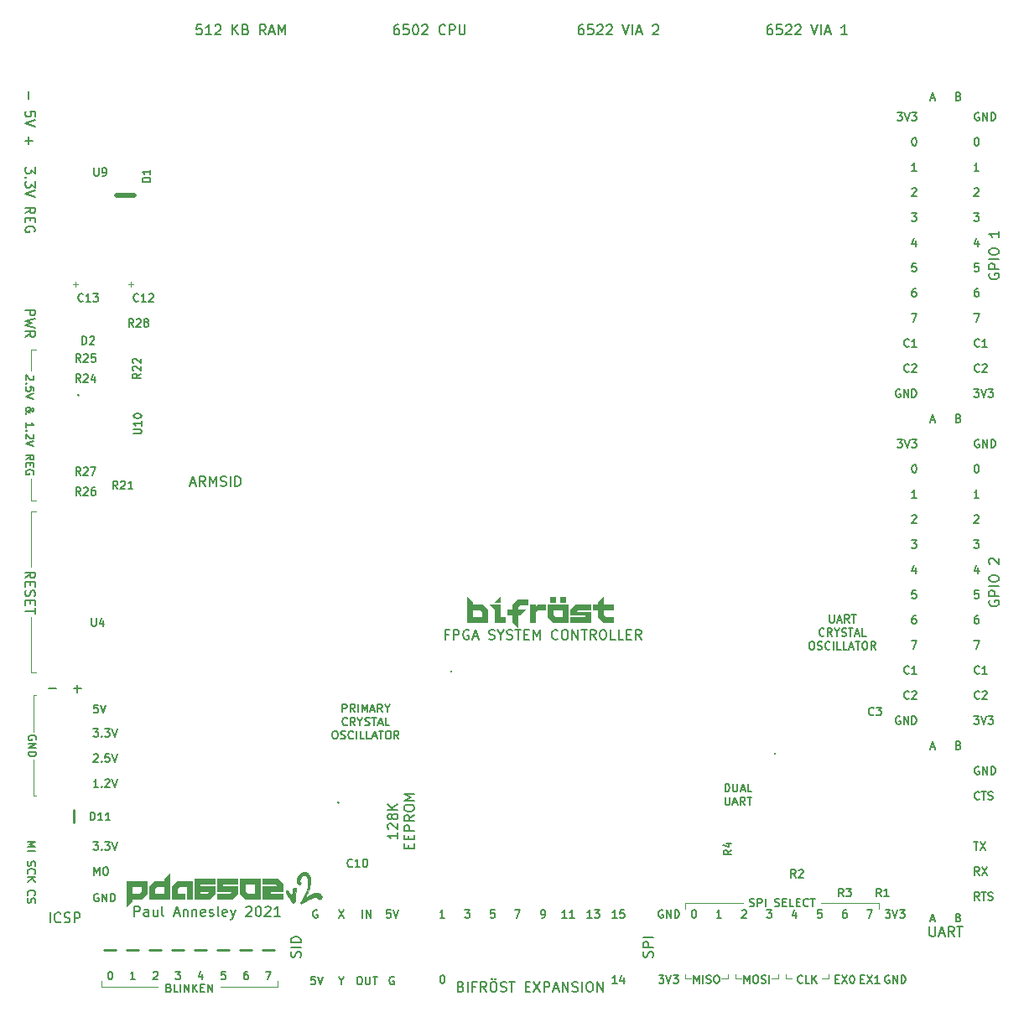
<source format=gto>
%TF.GenerationSoftware,KiCad,Pcbnew,(5.1.10-1-10_14)*%
%TF.CreationDate,2021-08-10T22:16:19+10:00*%
%TF.ProjectId,pda6502v2,70646136-3530-4327-9632-2e6b69636164,rev?*%
%TF.SameCoordinates,Original*%
%TF.FileFunction,Legend,Top*%
%TF.FilePolarity,Positive*%
%FSLAX46Y46*%
G04 Gerber Fmt 4.6, Leading zero omitted, Abs format (unit mm)*
G04 Created by KiCad (PCBNEW (5.1.10-1-10_14)) date 2021-08-10 22:16:19*
%MOMM*%
%LPD*%
G01*
G04 APERTURE LIST*
%ADD10C,0.150000*%
%ADD11C,0.120000*%
%ADD12C,0.100000*%
%ADD13C,0.010000*%
%ADD14C,0.480000*%
%ADD15C,0.240000*%
G04 APERTURE END LIST*
D10*
X193097142Y-131641857D02*
X193211428Y-131679952D01*
X193249523Y-131718047D01*
X193287619Y-131794238D01*
X193287619Y-131908523D01*
X193249523Y-131984714D01*
X193211428Y-132022809D01*
X193135238Y-132060904D01*
X192830476Y-132060904D01*
X192830476Y-131260904D01*
X193097142Y-131260904D01*
X193173333Y-131299000D01*
X193211428Y-131337095D01*
X193249523Y-131413285D01*
X193249523Y-131489476D01*
X193211428Y-131565666D01*
X193173333Y-131603761D01*
X193097142Y-131641857D01*
X192830476Y-131641857D01*
X190309523Y-131832333D02*
X190690476Y-131832333D01*
X190233333Y-132060904D02*
X190500000Y-131260904D01*
X190766666Y-132060904D01*
D11*
X176276000Y-137795000D02*
X175641000Y-137795000D01*
X175641000Y-137795000D02*
X175641000Y-137414000D01*
X179324000Y-137795000D02*
X179959000Y-137795000D01*
X179959000Y-137795000D02*
X179959000Y-137414000D01*
D10*
X177323809Y-138207714D02*
X177285714Y-138245809D01*
X177171428Y-138283904D01*
X177095238Y-138283904D01*
X176980952Y-138245809D01*
X176904761Y-138169619D01*
X176866666Y-138093428D01*
X176828571Y-137941047D01*
X176828571Y-137826761D01*
X176866666Y-137674380D01*
X176904761Y-137598190D01*
X176980952Y-137522000D01*
X177095238Y-137483904D01*
X177171428Y-137483904D01*
X177285714Y-137522000D01*
X177323809Y-137560095D01*
X178047619Y-138283904D02*
X177666666Y-138283904D01*
X177666666Y-137483904D01*
X178314285Y-138283904D02*
X178314285Y-137483904D01*
X178771428Y-138283904D02*
X178428571Y-137826761D01*
X178771428Y-137483904D02*
X178314285Y-137941047D01*
X169519761Y-118939904D02*
X169519761Y-118139904D01*
X169710238Y-118139904D01*
X169824523Y-118178000D01*
X169900714Y-118254190D01*
X169938809Y-118330380D01*
X169976904Y-118482761D01*
X169976904Y-118597047D01*
X169938809Y-118749428D01*
X169900714Y-118825619D01*
X169824523Y-118901809D01*
X169710238Y-118939904D01*
X169519761Y-118939904D01*
X170319761Y-118139904D02*
X170319761Y-118787523D01*
X170357857Y-118863714D01*
X170395952Y-118901809D01*
X170472142Y-118939904D01*
X170624523Y-118939904D01*
X170700714Y-118901809D01*
X170738809Y-118863714D01*
X170776904Y-118787523D01*
X170776904Y-118139904D01*
X171119761Y-118711333D02*
X171500714Y-118711333D01*
X171043571Y-118939904D02*
X171310238Y-118139904D01*
X171576904Y-118939904D01*
X172224523Y-118939904D02*
X171843571Y-118939904D01*
X171843571Y-118139904D01*
X169538809Y-119489904D02*
X169538809Y-120137523D01*
X169576904Y-120213714D01*
X169615000Y-120251809D01*
X169691190Y-120289904D01*
X169843571Y-120289904D01*
X169919761Y-120251809D01*
X169957857Y-120213714D01*
X169995952Y-120137523D01*
X169995952Y-119489904D01*
X170338809Y-120061333D02*
X170719761Y-120061333D01*
X170262619Y-120289904D02*
X170529285Y-119489904D01*
X170795952Y-120289904D01*
X171519761Y-120289904D02*
X171253095Y-119908952D01*
X171062619Y-120289904D02*
X171062619Y-119489904D01*
X171367380Y-119489904D01*
X171443571Y-119528000D01*
X171481666Y-119566095D01*
X171519761Y-119642285D01*
X171519761Y-119756571D01*
X171481666Y-119832761D01*
X171443571Y-119870857D01*
X171367380Y-119908952D01*
X171062619Y-119908952D01*
X171748333Y-119489904D02*
X172205476Y-119489904D01*
X171976904Y-120289904D02*
X171976904Y-119489904D01*
X180079809Y-101081904D02*
X180079809Y-101729523D01*
X180117904Y-101805714D01*
X180156000Y-101843809D01*
X180232190Y-101881904D01*
X180384571Y-101881904D01*
X180460761Y-101843809D01*
X180498857Y-101805714D01*
X180536952Y-101729523D01*
X180536952Y-101081904D01*
X180879809Y-101653333D02*
X181260761Y-101653333D01*
X180803619Y-101881904D02*
X181070285Y-101081904D01*
X181336952Y-101881904D01*
X182060761Y-101881904D02*
X181794095Y-101500952D01*
X181603619Y-101881904D02*
X181603619Y-101081904D01*
X181908380Y-101081904D01*
X181984571Y-101120000D01*
X182022666Y-101158095D01*
X182060761Y-101234285D01*
X182060761Y-101348571D01*
X182022666Y-101424761D01*
X181984571Y-101462857D01*
X181908380Y-101500952D01*
X181603619Y-101500952D01*
X182289333Y-101081904D02*
X182746476Y-101081904D01*
X182517904Y-101881904D02*
X182517904Y-101081904D01*
X179508380Y-103155714D02*
X179470285Y-103193809D01*
X179356000Y-103231904D01*
X179279809Y-103231904D01*
X179165523Y-103193809D01*
X179089333Y-103117619D01*
X179051238Y-103041428D01*
X179013142Y-102889047D01*
X179013142Y-102774761D01*
X179051238Y-102622380D01*
X179089333Y-102546190D01*
X179165523Y-102470000D01*
X179279809Y-102431904D01*
X179356000Y-102431904D01*
X179470285Y-102470000D01*
X179508380Y-102508095D01*
X180308380Y-103231904D02*
X180041714Y-102850952D01*
X179851238Y-103231904D02*
X179851238Y-102431904D01*
X180156000Y-102431904D01*
X180232190Y-102470000D01*
X180270285Y-102508095D01*
X180308380Y-102584285D01*
X180308380Y-102698571D01*
X180270285Y-102774761D01*
X180232190Y-102812857D01*
X180156000Y-102850952D01*
X179851238Y-102850952D01*
X180803619Y-102850952D02*
X180803619Y-103231904D01*
X180536952Y-102431904D02*
X180803619Y-102850952D01*
X181070285Y-102431904D01*
X181298857Y-103193809D02*
X181413142Y-103231904D01*
X181603619Y-103231904D01*
X181679809Y-103193809D01*
X181717904Y-103155714D01*
X181756000Y-103079523D01*
X181756000Y-103003333D01*
X181717904Y-102927142D01*
X181679809Y-102889047D01*
X181603619Y-102850952D01*
X181451238Y-102812857D01*
X181375047Y-102774761D01*
X181336952Y-102736666D01*
X181298857Y-102660476D01*
X181298857Y-102584285D01*
X181336952Y-102508095D01*
X181375047Y-102470000D01*
X181451238Y-102431904D01*
X181641714Y-102431904D01*
X181756000Y-102470000D01*
X181984571Y-102431904D02*
X182441714Y-102431904D01*
X182213142Y-103231904D02*
X182213142Y-102431904D01*
X182670285Y-103003333D02*
X183051238Y-103003333D01*
X182594095Y-103231904D02*
X182860761Y-102431904D01*
X183127428Y-103231904D01*
X183775047Y-103231904D02*
X183394095Y-103231904D01*
X183394095Y-102431904D01*
X178194095Y-103781904D02*
X178346476Y-103781904D01*
X178422666Y-103820000D01*
X178498857Y-103896190D01*
X178536952Y-104048571D01*
X178536952Y-104315238D01*
X178498857Y-104467619D01*
X178422666Y-104543809D01*
X178346476Y-104581904D01*
X178194095Y-104581904D01*
X178117904Y-104543809D01*
X178041714Y-104467619D01*
X178003619Y-104315238D01*
X178003619Y-104048571D01*
X178041714Y-103896190D01*
X178117904Y-103820000D01*
X178194095Y-103781904D01*
X178841714Y-104543809D02*
X178956000Y-104581904D01*
X179146476Y-104581904D01*
X179222666Y-104543809D01*
X179260761Y-104505714D01*
X179298857Y-104429523D01*
X179298857Y-104353333D01*
X179260761Y-104277142D01*
X179222666Y-104239047D01*
X179146476Y-104200952D01*
X178994095Y-104162857D01*
X178917904Y-104124761D01*
X178879809Y-104086666D01*
X178841714Y-104010476D01*
X178841714Y-103934285D01*
X178879809Y-103858095D01*
X178917904Y-103820000D01*
X178994095Y-103781904D01*
X179184571Y-103781904D01*
X179298857Y-103820000D01*
X180098857Y-104505714D02*
X180060761Y-104543809D01*
X179946476Y-104581904D01*
X179870285Y-104581904D01*
X179756000Y-104543809D01*
X179679809Y-104467619D01*
X179641714Y-104391428D01*
X179603619Y-104239047D01*
X179603619Y-104124761D01*
X179641714Y-103972380D01*
X179679809Y-103896190D01*
X179756000Y-103820000D01*
X179870285Y-103781904D01*
X179946476Y-103781904D01*
X180060761Y-103820000D01*
X180098857Y-103858095D01*
X180441714Y-104581904D02*
X180441714Y-103781904D01*
X181203619Y-104581904D02*
X180822666Y-104581904D01*
X180822666Y-103781904D01*
X181851238Y-104581904D02*
X181470285Y-104581904D01*
X181470285Y-103781904D01*
X182079809Y-104353333D02*
X182460761Y-104353333D01*
X182003619Y-104581904D02*
X182270285Y-103781904D01*
X182536952Y-104581904D01*
X182689333Y-103781904D02*
X183146476Y-103781904D01*
X182917904Y-104581904D02*
X182917904Y-103781904D01*
X183565523Y-103781904D02*
X183717904Y-103781904D01*
X183794095Y-103820000D01*
X183870285Y-103896190D01*
X183908380Y-104048571D01*
X183908380Y-104315238D01*
X183870285Y-104467619D01*
X183794095Y-104543809D01*
X183717904Y-104581904D01*
X183565523Y-104581904D01*
X183489333Y-104543809D01*
X183413142Y-104467619D01*
X183375047Y-104315238D01*
X183375047Y-104048571D01*
X183413142Y-103896190D01*
X183489333Y-103820000D01*
X183565523Y-103781904D01*
X184708380Y-104581904D02*
X184441714Y-104200952D01*
X184251238Y-104581904D02*
X184251238Y-103781904D01*
X184556000Y-103781904D01*
X184632190Y-103820000D01*
X184670285Y-103858095D01*
X184708380Y-103934285D01*
X184708380Y-104048571D01*
X184670285Y-104124761D01*
X184632190Y-104162857D01*
X184556000Y-104200952D01*
X184251238Y-104200952D01*
D11*
X99441000Y-89535000D02*
X99441000Y-87376000D01*
X99441000Y-89535000D02*
X99949000Y-89535000D01*
X99441000Y-74295000D02*
X99949000Y-74295000D01*
X99441000Y-76454000D02*
X99441000Y-74295000D01*
X99441000Y-90678000D02*
X99949000Y-90678000D01*
X99441000Y-90678000D02*
X99441000Y-96266000D01*
X99441000Y-106934000D02*
X99949000Y-106934000D01*
X99441000Y-101346000D02*
X99441000Y-106934000D01*
D10*
X99155285Y-129406666D02*
X99117190Y-129368571D01*
X99079095Y-129254285D01*
X99079095Y-129178095D01*
X99117190Y-129063809D01*
X99193380Y-128987619D01*
X99269571Y-128949523D01*
X99421952Y-128911428D01*
X99536238Y-128911428D01*
X99688619Y-128949523D01*
X99764809Y-128987619D01*
X99841000Y-129063809D01*
X99879095Y-129178095D01*
X99879095Y-129254285D01*
X99841000Y-129368571D01*
X99802904Y-129406666D01*
X99117190Y-129711428D02*
X99079095Y-129825714D01*
X99079095Y-130016190D01*
X99117190Y-130092380D01*
X99155285Y-130130476D01*
X99231476Y-130168571D01*
X99307666Y-130168571D01*
X99383857Y-130130476D01*
X99421952Y-130092380D01*
X99460047Y-130016190D01*
X99498142Y-129863809D01*
X99536238Y-129787619D01*
X99574333Y-129749523D01*
X99650523Y-129711428D01*
X99726714Y-129711428D01*
X99802904Y-129749523D01*
X99841000Y-129787619D01*
X99879095Y-129863809D01*
X99879095Y-130054285D01*
X99841000Y-130168571D01*
X99117190Y-125971428D02*
X99079095Y-126085714D01*
X99079095Y-126276190D01*
X99117190Y-126352380D01*
X99155285Y-126390476D01*
X99231476Y-126428571D01*
X99307666Y-126428571D01*
X99383857Y-126390476D01*
X99421952Y-126352380D01*
X99460047Y-126276190D01*
X99498142Y-126123809D01*
X99536238Y-126047619D01*
X99574333Y-126009523D01*
X99650523Y-125971428D01*
X99726714Y-125971428D01*
X99802904Y-126009523D01*
X99841000Y-126047619D01*
X99879095Y-126123809D01*
X99879095Y-126314285D01*
X99841000Y-126428571D01*
X99155285Y-127228571D02*
X99117190Y-127190476D01*
X99079095Y-127076190D01*
X99079095Y-127000000D01*
X99117190Y-126885714D01*
X99193380Y-126809523D01*
X99269571Y-126771428D01*
X99421952Y-126733333D01*
X99536238Y-126733333D01*
X99688619Y-126771428D01*
X99764809Y-126809523D01*
X99841000Y-126885714D01*
X99879095Y-127000000D01*
X99879095Y-127076190D01*
X99841000Y-127190476D01*
X99802904Y-127228571D01*
X99079095Y-127571428D02*
X99879095Y-127571428D01*
X99079095Y-128028571D02*
X99536238Y-127685714D01*
X99879095Y-128028571D02*
X99421952Y-127571428D01*
X99079095Y-124002857D02*
X99879095Y-124002857D01*
X99307666Y-124269523D01*
X99879095Y-124536190D01*
X99079095Y-124536190D01*
X99079095Y-124917142D02*
X99879095Y-124917142D01*
X106244023Y-129267000D02*
X106167833Y-129228904D01*
X106053547Y-129228904D01*
X105939261Y-129267000D01*
X105863071Y-129343190D01*
X105824976Y-129419380D01*
X105786880Y-129571761D01*
X105786880Y-129686047D01*
X105824976Y-129838428D01*
X105863071Y-129914619D01*
X105939261Y-129990809D01*
X106053547Y-130028904D01*
X106129738Y-130028904D01*
X106244023Y-129990809D01*
X106282119Y-129952714D01*
X106282119Y-129686047D01*
X106129738Y-129686047D01*
X106624976Y-130028904D02*
X106624976Y-129228904D01*
X107082119Y-130028904D01*
X107082119Y-129228904D01*
X107463071Y-130028904D02*
X107463071Y-129228904D01*
X107653547Y-129228904D01*
X107767833Y-129267000D01*
X107844023Y-129343190D01*
X107882119Y-129419380D01*
X107920214Y-129571761D01*
X107920214Y-129686047D01*
X107882119Y-129838428D01*
X107844023Y-129914619D01*
X107767833Y-129990809D01*
X107653547Y-130028904D01*
X107463071Y-130028904D01*
X105824976Y-127361904D02*
X105824976Y-126561904D01*
X106091642Y-127133333D01*
X106358309Y-126561904D01*
X106358309Y-127361904D01*
X106891642Y-126561904D02*
X107044023Y-126561904D01*
X107120214Y-126600000D01*
X107196404Y-126676190D01*
X107234500Y-126828571D01*
X107234500Y-127095238D01*
X107196404Y-127247619D01*
X107120214Y-127323809D01*
X107044023Y-127361904D01*
X106891642Y-127361904D01*
X106815452Y-127323809D01*
X106739261Y-127247619D01*
X106701166Y-127095238D01*
X106701166Y-126828571D01*
X106739261Y-126676190D01*
X106815452Y-126600000D01*
X106891642Y-126561904D01*
X105748785Y-124021904D02*
X106244023Y-124021904D01*
X105977357Y-124326666D01*
X106091642Y-124326666D01*
X106167833Y-124364761D01*
X106205928Y-124402857D01*
X106244023Y-124479047D01*
X106244023Y-124669523D01*
X106205928Y-124745714D01*
X106167833Y-124783809D01*
X106091642Y-124821904D01*
X105863071Y-124821904D01*
X105786880Y-124783809D01*
X105748785Y-124745714D01*
X106586880Y-124745714D02*
X106624976Y-124783809D01*
X106586880Y-124821904D01*
X106548785Y-124783809D01*
X106586880Y-124745714D01*
X106586880Y-124821904D01*
X106891642Y-124021904D02*
X107386880Y-124021904D01*
X107120214Y-124326666D01*
X107234500Y-124326666D01*
X107310690Y-124364761D01*
X107348785Y-124402857D01*
X107386880Y-124479047D01*
X107386880Y-124669523D01*
X107348785Y-124745714D01*
X107310690Y-124783809D01*
X107234500Y-124821904D01*
X107005928Y-124821904D01*
X106929738Y-124783809D01*
X106891642Y-124745714D01*
X107615452Y-124021904D02*
X107882119Y-124821904D01*
X108148785Y-124021904D01*
D11*
X99695000Y-119380000D02*
X99949000Y-119380000D01*
X99695000Y-115697000D02*
X99695000Y-119380000D01*
X99695000Y-109220000D02*
X99949000Y-109220000D01*
X99695000Y-112903000D02*
X99695000Y-109220000D01*
D10*
X99968000Y-113690476D02*
X100006095Y-113614285D01*
X100006095Y-113500000D01*
X99968000Y-113385714D01*
X99891809Y-113309523D01*
X99815619Y-113271428D01*
X99663238Y-113233333D01*
X99548952Y-113233333D01*
X99396571Y-113271428D01*
X99320380Y-113309523D01*
X99244190Y-113385714D01*
X99206095Y-113500000D01*
X99206095Y-113576190D01*
X99244190Y-113690476D01*
X99282285Y-113728571D01*
X99548952Y-113728571D01*
X99548952Y-113576190D01*
X99206095Y-114071428D02*
X100006095Y-114071428D01*
X99206095Y-114528571D01*
X100006095Y-114528571D01*
X99206095Y-114909523D02*
X100006095Y-114909523D01*
X100006095Y-115100000D01*
X99968000Y-115214285D01*
X99891809Y-115290476D01*
X99815619Y-115328571D01*
X99663238Y-115366666D01*
X99548952Y-115366666D01*
X99396571Y-115328571D01*
X99320380Y-115290476D01*
X99244190Y-115214285D01*
X99206095Y-115100000D01*
X99206095Y-114909523D01*
X106244023Y-118471904D02*
X105786880Y-118471904D01*
X106015452Y-118471904D02*
X106015452Y-117671904D01*
X105939261Y-117786190D01*
X105863071Y-117862380D01*
X105786880Y-117900476D01*
X106586880Y-118395714D02*
X106624976Y-118433809D01*
X106586880Y-118471904D01*
X106548785Y-118433809D01*
X106586880Y-118395714D01*
X106586880Y-118471904D01*
X106929738Y-117748095D02*
X106967833Y-117710000D01*
X107044023Y-117671904D01*
X107234500Y-117671904D01*
X107310690Y-117710000D01*
X107348785Y-117748095D01*
X107386880Y-117824285D01*
X107386880Y-117900476D01*
X107348785Y-118014761D01*
X106891642Y-118471904D01*
X107386880Y-118471904D01*
X107615452Y-117671904D02*
X107882119Y-118471904D01*
X108148785Y-117671904D01*
X105786880Y-115208095D02*
X105824976Y-115170000D01*
X105901166Y-115131904D01*
X106091642Y-115131904D01*
X106167833Y-115170000D01*
X106205928Y-115208095D01*
X106244023Y-115284285D01*
X106244023Y-115360476D01*
X106205928Y-115474761D01*
X105748785Y-115931904D01*
X106244023Y-115931904D01*
X106586880Y-115855714D02*
X106624976Y-115893809D01*
X106586880Y-115931904D01*
X106548785Y-115893809D01*
X106586880Y-115855714D01*
X106586880Y-115931904D01*
X107348785Y-115131904D02*
X106967833Y-115131904D01*
X106929738Y-115512857D01*
X106967833Y-115474761D01*
X107044023Y-115436666D01*
X107234500Y-115436666D01*
X107310690Y-115474761D01*
X107348785Y-115512857D01*
X107386880Y-115589047D01*
X107386880Y-115779523D01*
X107348785Y-115855714D01*
X107310690Y-115893809D01*
X107234500Y-115931904D01*
X107044023Y-115931904D01*
X106967833Y-115893809D01*
X106929738Y-115855714D01*
X107615452Y-115131904D02*
X107882119Y-115931904D01*
X108148785Y-115131904D01*
X105748785Y-112591904D02*
X106244023Y-112591904D01*
X105977357Y-112896666D01*
X106091642Y-112896666D01*
X106167833Y-112934761D01*
X106205928Y-112972857D01*
X106244023Y-113049047D01*
X106244023Y-113239523D01*
X106205928Y-113315714D01*
X106167833Y-113353809D01*
X106091642Y-113391904D01*
X105863071Y-113391904D01*
X105786880Y-113353809D01*
X105748785Y-113315714D01*
X106586880Y-113315714D02*
X106624976Y-113353809D01*
X106586880Y-113391904D01*
X106548785Y-113353809D01*
X106586880Y-113315714D01*
X106586880Y-113391904D01*
X106891642Y-112591904D02*
X107386880Y-112591904D01*
X107120214Y-112896666D01*
X107234500Y-112896666D01*
X107310690Y-112934761D01*
X107348785Y-112972857D01*
X107386880Y-113049047D01*
X107386880Y-113239523D01*
X107348785Y-113315714D01*
X107310690Y-113353809D01*
X107234500Y-113391904D01*
X107005928Y-113391904D01*
X106929738Y-113353809D01*
X106891642Y-113315714D01*
X107615452Y-112591904D02*
X107882119Y-113391904D01*
X108148785Y-112591904D01*
X106205928Y-110178904D02*
X105824976Y-110178904D01*
X105786880Y-110559857D01*
X105824976Y-110521761D01*
X105901166Y-110483666D01*
X106091642Y-110483666D01*
X106167833Y-110521761D01*
X106205928Y-110559857D01*
X106244023Y-110636047D01*
X106244023Y-110826523D01*
X106205928Y-110902714D01*
X106167833Y-110940809D01*
X106091642Y-110978904D01*
X105901166Y-110978904D01*
X105824976Y-110940809D01*
X105786880Y-110902714D01*
X106472595Y-110178904D02*
X106739261Y-110978904D01*
X107005928Y-110178904D01*
X196223000Y-66627142D02*
X196175380Y-66722380D01*
X196175380Y-66865238D01*
X196223000Y-67008095D01*
X196318238Y-67103333D01*
X196413476Y-67150952D01*
X196603952Y-67198571D01*
X196746809Y-67198571D01*
X196937285Y-67150952D01*
X197032523Y-67103333D01*
X197127761Y-67008095D01*
X197175380Y-66865238D01*
X197175380Y-66770000D01*
X197127761Y-66627142D01*
X197080142Y-66579523D01*
X196746809Y-66579523D01*
X196746809Y-66770000D01*
X197175380Y-66150952D02*
X196175380Y-66150952D01*
X196175380Y-65770000D01*
X196223000Y-65674761D01*
X196270619Y-65627142D01*
X196365857Y-65579523D01*
X196508714Y-65579523D01*
X196603952Y-65627142D01*
X196651571Y-65674761D01*
X196699190Y-65770000D01*
X196699190Y-66150952D01*
X197175380Y-65150952D02*
X196175380Y-65150952D01*
X196175380Y-64484285D02*
X196175380Y-64293809D01*
X196223000Y-64198571D01*
X196318238Y-64103333D01*
X196508714Y-64055714D01*
X196842047Y-64055714D01*
X197032523Y-64103333D01*
X197127761Y-64198571D01*
X197175380Y-64293809D01*
X197175380Y-64484285D01*
X197127761Y-64579523D01*
X197032523Y-64674761D01*
X196842047Y-64722380D01*
X196508714Y-64722380D01*
X196318238Y-64674761D01*
X196223000Y-64579523D01*
X196175380Y-64484285D01*
X197175380Y-62341428D02*
X197175380Y-62912857D01*
X197175380Y-62627142D02*
X196175380Y-62627142D01*
X196318238Y-62722380D01*
X196413476Y-62817619D01*
X196461095Y-62912857D01*
X148323333Y-130879904D02*
X148856666Y-130879904D01*
X148513809Y-131679904D01*
X150977619Y-131679904D02*
X151130000Y-131679904D01*
X151206190Y-131641809D01*
X151244285Y-131603714D01*
X151320476Y-131489428D01*
X151358571Y-131337047D01*
X151358571Y-131032285D01*
X151320476Y-130956095D01*
X151282380Y-130918000D01*
X151206190Y-130879904D01*
X151053809Y-130879904D01*
X150977619Y-130918000D01*
X150939523Y-130956095D01*
X150901428Y-131032285D01*
X150901428Y-131222761D01*
X150939523Y-131298952D01*
X150977619Y-131337047D01*
X151053809Y-131375142D01*
X151206190Y-131375142D01*
X151282380Y-131337047D01*
X151320476Y-131298952D01*
X151358571Y-131222761D01*
X146240476Y-130879904D02*
X145859523Y-130879904D01*
X145821428Y-131260857D01*
X145859523Y-131222761D01*
X145935714Y-131184666D01*
X146126190Y-131184666D01*
X146202380Y-131222761D01*
X146240476Y-131260857D01*
X146278571Y-131337047D01*
X146278571Y-131527523D01*
X146240476Y-131603714D01*
X146202380Y-131641809D01*
X146126190Y-131679904D01*
X145935714Y-131679904D01*
X145859523Y-131641809D01*
X145821428Y-131603714D01*
X143243333Y-130879904D02*
X143738571Y-130879904D01*
X143471904Y-131184666D01*
X143586190Y-131184666D01*
X143662380Y-131222761D01*
X143700476Y-131260857D01*
X143738571Y-131337047D01*
X143738571Y-131527523D01*
X143700476Y-131603714D01*
X143662380Y-131641809D01*
X143586190Y-131679904D01*
X143357619Y-131679904D01*
X143281428Y-131641809D01*
X143243333Y-131603714D01*
X153517619Y-131679904D02*
X153060476Y-131679904D01*
X153289047Y-131679904D02*
X153289047Y-130879904D01*
X153212857Y-130994190D01*
X153136666Y-131070380D01*
X153060476Y-131108476D01*
X154279523Y-131679904D02*
X153822380Y-131679904D01*
X154050952Y-131679904D02*
X154050952Y-130879904D01*
X153974761Y-130994190D01*
X153898571Y-131070380D01*
X153822380Y-131108476D01*
X156057619Y-131679904D02*
X155600476Y-131679904D01*
X155829047Y-131679904D02*
X155829047Y-130879904D01*
X155752857Y-130994190D01*
X155676666Y-131070380D01*
X155600476Y-131108476D01*
X156324285Y-130879904D02*
X156819523Y-130879904D01*
X156552857Y-131184666D01*
X156667142Y-131184666D01*
X156743333Y-131222761D01*
X156781428Y-131260857D01*
X156819523Y-131337047D01*
X156819523Y-131527523D01*
X156781428Y-131603714D01*
X156743333Y-131641809D01*
X156667142Y-131679904D01*
X156438571Y-131679904D01*
X156362380Y-131641809D01*
X156324285Y-131603714D01*
X186910261Y-50361904D02*
X187405500Y-50361904D01*
X187138833Y-50666666D01*
X187253119Y-50666666D01*
X187329309Y-50704761D01*
X187367404Y-50742857D01*
X187405500Y-50819047D01*
X187405500Y-51009523D01*
X187367404Y-51085714D01*
X187329309Y-51123809D01*
X187253119Y-51161904D01*
X187024547Y-51161904D01*
X186948357Y-51123809D01*
X186910261Y-51085714D01*
X187634071Y-50361904D02*
X187900738Y-51161904D01*
X188167404Y-50361904D01*
X188357880Y-50361904D02*
X188853119Y-50361904D01*
X188586452Y-50666666D01*
X188700738Y-50666666D01*
X188776928Y-50704761D01*
X188815023Y-50742857D01*
X188853119Y-50819047D01*
X188853119Y-51009523D01*
X188815023Y-51085714D01*
X188776928Y-51123809D01*
X188700738Y-51161904D01*
X188472166Y-51161904D01*
X188395976Y-51123809D01*
X188357880Y-51085714D01*
X195144023Y-50400000D02*
X195067833Y-50361904D01*
X194953547Y-50361904D01*
X194839261Y-50400000D01*
X194763071Y-50476190D01*
X194724976Y-50552380D01*
X194686880Y-50704761D01*
X194686880Y-50819047D01*
X194724976Y-50971428D01*
X194763071Y-51047619D01*
X194839261Y-51123809D01*
X194953547Y-51161904D01*
X195029738Y-51161904D01*
X195144023Y-51123809D01*
X195182119Y-51085714D01*
X195182119Y-50819047D01*
X195029738Y-50819047D01*
X195524976Y-51161904D02*
X195524976Y-50361904D01*
X195982119Y-51161904D01*
X195982119Y-50361904D01*
X196363071Y-51161904D02*
X196363071Y-50361904D01*
X196553547Y-50361904D01*
X196667833Y-50400000D01*
X196744023Y-50476190D01*
X196782119Y-50552380D01*
X196820214Y-50704761D01*
X196820214Y-50819047D01*
X196782119Y-50971428D01*
X196744023Y-51047619D01*
X196667833Y-51123809D01*
X196553547Y-51161904D01*
X196363071Y-51161904D01*
X195144023Y-83420000D02*
X195067833Y-83381904D01*
X194953547Y-83381904D01*
X194839261Y-83420000D01*
X194763071Y-83496190D01*
X194724976Y-83572380D01*
X194686880Y-83724761D01*
X194686880Y-83839047D01*
X194724976Y-83991428D01*
X194763071Y-84067619D01*
X194839261Y-84143809D01*
X194953547Y-84181904D01*
X195029738Y-84181904D01*
X195144023Y-84143809D01*
X195182119Y-84105714D01*
X195182119Y-83839047D01*
X195029738Y-83839047D01*
X195524976Y-84181904D02*
X195524976Y-83381904D01*
X195982119Y-84181904D01*
X195982119Y-83381904D01*
X196363071Y-84181904D02*
X196363071Y-83381904D01*
X196553547Y-83381904D01*
X196667833Y-83420000D01*
X196744023Y-83496190D01*
X196782119Y-83572380D01*
X196820214Y-83724761D01*
X196820214Y-83839047D01*
X196782119Y-83991428D01*
X196744023Y-84067619D01*
X196667833Y-84143809D01*
X196553547Y-84181904D01*
X196363071Y-84181904D01*
X186910261Y-83381904D02*
X187405500Y-83381904D01*
X187138833Y-83686666D01*
X187253119Y-83686666D01*
X187329309Y-83724761D01*
X187367404Y-83762857D01*
X187405500Y-83839047D01*
X187405500Y-84029523D01*
X187367404Y-84105714D01*
X187329309Y-84143809D01*
X187253119Y-84181904D01*
X187024547Y-84181904D01*
X186948357Y-84143809D01*
X186910261Y-84105714D01*
X187634071Y-83381904D02*
X187900738Y-84181904D01*
X188167404Y-83381904D01*
X188357880Y-83381904D02*
X188853119Y-83381904D01*
X188586452Y-83686666D01*
X188700738Y-83686666D01*
X188776928Y-83724761D01*
X188815023Y-83762857D01*
X188853119Y-83839047D01*
X188853119Y-84029523D01*
X188815023Y-84105714D01*
X188776928Y-84143809D01*
X188700738Y-84181904D01*
X188472166Y-84181904D01*
X188395976Y-84143809D01*
X188357880Y-84105714D01*
X190174761Y-132548380D02*
X190174761Y-133357904D01*
X190222380Y-133453142D01*
X190270000Y-133500761D01*
X190365238Y-133548380D01*
X190555714Y-133548380D01*
X190650952Y-133500761D01*
X190698571Y-133453142D01*
X190746190Y-133357904D01*
X190746190Y-132548380D01*
X191174761Y-133262666D02*
X191650952Y-133262666D01*
X191079523Y-133548380D02*
X191412857Y-132548380D01*
X191746190Y-133548380D01*
X192650952Y-133548380D02*
X192317619Y-133072190D01*
X192079523Y-133548380D02*
X192079523Y-132548380D01*
X192460476Y-132548380D01*
X192555714Y-132596000D01*
X192603333Y-132643619D01*
X192650952Y-132738857D01*
X192650952Y-132881714D01*
X192603333Y-132976952D01*
X192555714Y-133024571D01*
X192460476Y-133072190D01*
X192079523Y-133072190D01*
X192936666Y-132548380D02*
X193508095Y-132548380D01*
X193222380Y-133548380D02*
X193222380Y-132548380D01*
X195144023Y-116440000D02*
X195067833Y-116401904D01*
X194953547Y-116401904D01*
X194839261Y-116440000D01*
X194763071Y-116516190D01*
X194724976Y-116592380D01*
X194686880Y-116744761D01*
X194686880Y-116859047D01*
X194724976Y-117011428D01*
X194763071Y-117087619D01*
X194839261Y-117163809D01*
X194953547Y-117201904D01*
X195029738Y-117201904D01*
X195144023Y-117163809D01*
X195182119Y-117125714D01*
X195182119Y-116859047D01*
X195029738Y-116859047D01*
X195524976Y-117201904D02*
X195524976Y-116401904D01*
X195982119Y-117201904D01*
X195982119Y-116401904D01*
X196363071Y-117201904D02*
X196363071Y-116401904D01*
X196553547Y-116401904D01*
X196667833Y-116440000D01*
X196744023Y-116516190D01*
X196782119Y-116592380D01*
X196820214Y-116744761D01*
X196820214Y-116859047D01*
X196782119Y-117011428D01*
X196744023Y-117087619D01*
X196667833Y-117163809D01*
X196553547Y-117201904D01*
X196363071Y-117201904D01*
X195182119Y-129901904D02*
X194915452Y-129520952D01*
X194724976Y-129901904D02*
X194724976Y-129101904D01*
X195029738Y-129101904D01*
X195105928Y-129140000D01*
X195144023Y-129178095D01*
X195182119Y-129254285D01*
X195182119Y-129368571D01*
X195144023Y-129444761D01*
X195105928Y-129482857D01*
X195029738Y-129520952D01*
X194724976Y-129520952D01*
X195410690Y-129101904D02*
X195867833Y-129101904D01*
X195639261Y-129901904D02*
X195639261Y-129101904D01*
X196096404Y-129863809D02*
X196210690Y-129901904D01*
X196401166Y-129901904D01*
X196477357Y-129863809D01*
X196515452Y-129825714D01*
X196553547Y-129749523D01*
X196553547Y-129673333D01*
X196515452Y-129597142D01*
X196477357Y-129559047D01*
X196401166Y-129520952D01*
X196248785Y-129482857D01*
X196172595Y-129444761D01*
X196134500Y-129406666D01*
X196096404Y-129330476D01*
X196096404Y-129254285D01*
X196134500Y-129178095D01*
X196172595Y-129140000D01*
X196248785Y-129101904D01*
X196439261Y-129101904D01*
X196553547Y-129140000D01*
X195182119Y-127361904D02*
X194915452Y-126980952D01*
X194724976Y-127361904D02*
X194724976Y-126561904D01*
X195029738Y-126561904D01*
X195105928Y-126600000D01*
X195144023Y-126638095D01*
X195182119Y-126714285D01*
X195182119Y-126828571D01*
X195144023Y-126904761D01*
X195105928Y-126942857D01*
X195029738Y-126980952D01*
X194724976Y-126980952D01*
X195448785Y-126561904D02*
X195982119Y-127361904D01*
X195982119Y-126561904D02*
X195448785Y-127361904D01*
X194610690Y-124021904D02*
X195067833Y-124021904D01*
X194839261Y-124821904D02*
X194839261Y-124021904D01*
X195258309Y-124021904D02*
X195791642Y-124821904D01*
X195791642Y-124021904D02*
X195258309Y-124821904D01*
X195182119Y-119665714D02*
X195144023Y-119703809D01*
X195029738Y-119741904D01*
X194953547Y-119741904D01*
X194839261Y-119703809D01*
X194763071Y-119627619D01*
X194724976Y-119551428D01*
X194686880Y-119399047D01*
X194686880Y-119284761D01*
X194724976Y-119132380D01*
X194763071Y-119056190D01*
X194839261Y-118980000D01*
X194953547Y-118941904D01*
X195029738Y-118941904D01*
X195144023Y-118980000D01*
X195182119Y-119018095D01*
X195410690Y-118941904D02*
X195867833Y-118941904D01*
X195639261Y-119741904D02*
X195639261Y-118941904D01*
X196096404Y-119703809D02*
X196210690Y-119741904D01*
X196401166Y-119741904D01*
X196477357Y-119703809D01*
X196515452Y-119665714D01*
X196553547Y-119589523D01*
X196553547Y-119513333D01*
X196515452Y-119437142D01*
X196477357Y-119399047D01*
X196401166Y-119360952D01*
X196248785Y-119322857D01*
X196172595Y-119284761D01*
X196134500Y-119246666D01*
X196096404Y-119170476D01*
X196096404Y-119094285D01*
X196134500Y-119018095D01*
X196172595Y-118980000D01*
X196248785Y-118941904D01*
X196439261Y-118941904D01*
X196553547Y-118980000D01*
X190309523Y-48901333D02*
X190690476Y-48901333D01*
X190233333Y-49129904D02*
X190500000Y-48329904D01*
X190766666Y-49129904D01*
X193097142Y-48710857D02*
X193211428Y-48748952D01*
X193249523Y-48787047D01*
X193287619Y-48863238D01*
X193287619Y-48977523D01*
X193249523Y-49053714D01*
X193211428Y-49091809D01*
X193135238Y-49129904D01*
X192830476Y-49129904D01*
X192830476Y-48329904D01*
X193097142Y-48329904D01*
X193173333Y-48368000D01*
X193211428Y-48406095D01*
X193249523Y-48482285D01*
X193249523Y-48558476D01*
X193211428Y-48634666D01*
X193173333Y-48672761D01*
X193097142Y-48710857D01*
X192830476Y-48710857D01*
X195067833Y-63328571D02*
X195067833Y-63861904D01*
X194877357Y-63023809D02*
X194686880Y-63595238D01*
X195182119Y-63595238D01*
X195105928Y-65601904D02*
X194724976Y-65601904D01*
X194686880Y-65982857D01*
X194724976Y-65944761D01*
X194801166Y-65906666D01*
X194991642Y-65906666D01*
X195067833Y-65944761D01*
X195105928Y-65982857D01*
X195144023Y-66059047D01*
X195144023Y-66249523D01*
X195105928Y-66325714D01*
X195067833Y-66363809D01*
X194991642Y-66401904D01*
X194801166Y-66401904D01*
X194724976Y-66363809D01*
X194686880Y-66325714D01*
X194648785Y-70681904D02*
X195182119Y-70681904D01*
X194839261Y-71481904D01*
X195067833Y-68141904D02*
X194915452Y-68141904D01*
X194839261Y-68180000D01*
X194801166Y-68218095D01*
X194724976Y-68332380D01*
X194686880Y-68484761D01*
X194686880Y-68789523D01*
X194724976Y-68865714D01*
X194763071Y-68903809D01*
X194839261Y-68941904D01*
X194991642Y-68941904D01*
X195067833Y-68903809D01*
X195105928Y-68865714D01*
X195144023Y-68789523D01*
X195144023Y-68599047D01*
X195105928Y-68522857D01*
X195067833Y-68484761D01*
X194991642Y-68446666D01*
X194839261Y-68446666D01*
X194763071Y-68484761D01*
X194724976Y-68522857D01*
X194686880Y-68599047D01*
X194648785Y-78301904D02*
X195144023Y-78301904D01*
X194877357Y-78606666D01*
X194991642Y-78606666D01*
X195067833Y-78644761D01*
X195105928Y-78682857D01*
X195144023Y-78759047D01*
X195144023Y-78949523D01*
X195105928Y-79025714D01*
X195067833Y-79063809D01*
X194991642Y-79101904D01*
X194763071Y-79101904D01*
X194686880Y-79063809D01*
X194648785Y-79025714D01*
X195372595Y-78301904D02*
X195639261Y-79101904D01*
X195905928Y-78301904D01*
X196096404Y-78301904D02*
X196591642Y-78301904D01*
X196324976Y-78606666D01*
X196439261Y-78606666D01*
X196515452Y-78644761D01*
X196553547Y-78682857D01*
X196591642Y-78759047D01*
X196591642Y-78949523D01*
X196553547Y-79025714D01*
X196515452Y-79063809D01*
X196439261Y-79101904D01*
X196210690Y-79101904D01*
X196134500Y-79063809D01*
X196096404Y-79025714D01*
X194648785Y-60521904D02*
X195144023Y-60521904D01*
X194877357Y-60826666D01*
X194991642Y-60826666D01*
X195067833Y-60864761D01*
X195105928Y-60902857D01*
X195144023Y-60979047D01*
X195144023Y-61169523D01*
X195105928Y-61245714D01*
X195067833Y-61283809D01*
X194991642Y-61321904D01*
X194763071Y-61321904D01*
X194686880Y-61283809D01*
X194648785Y-61245714D01*
X194686880Y-58058095D02*
X194724976Y-58020000D01*
X194801166Y-57981904D01*
X194991642Y-57981904D01*
X195067833Y-58020000D01*
X195105928Y-58058095D01*
X195144023Y-58134285D01*
X195144023Y-58210476D01*
X195105928Y-58324761D01*
X194648785Y-58781904D01*
X195144023Y-58781904D01*
X195182119Y-76485714D02*
X195144023Y-76523809D01*
X195029738Y-76561904D01*
X194953547Y-76561904D01*
X194839261Y-76523809D01*
X194763071Y-76447619D01*
X194724976Y-76371428D01*
X194686880Y-76219047D01*
X194686880Y-76104761D01*
X194724976Y-75952380D01*
X194763071Y-75876190D01*
X194839261Y-75800000D01*
X194953547Y-75761904D01*
X195029738Y-75761904D01*
X195144023Y-75800000D01*
X195182119Y-75838095D01*
X195486880Y-75838095D02*
X195524976Y-75800000D01*
X195601166Y-75761904D01*
X195791642Y-75761904D01*
X195867833Y-75800000D01*
X195905928Y-75838095D01*
X195944023Y-75914285D01*
X195944023Y-75990476D01*
X195905928Y-76104761D01*
X195448785Y-76561904D01*
X195944023Y-76561904D01*
X195182119Y-73945714D02*
X195144023Y-73983809D01*
X195029738Y-74021904D01*
X194953547Y-74021904D01*
X194839261Y-73983809D01*
X194763071Y-73907619D01*
X194724976Y-73831428D01*
X194686880Y-73679047D01*
X194686880Y-73564761D01*
X194724976Y-73412380D01*
X194763071Y-73336190D01*
X194839261Y-73260000D01*
X194953547Y-73221904D01*
X195029738Y-73221904D01*
X195144023Y-73260000D01*
X195182119Y-73298095D01*
X195944023Y-74021904D02*
X195486880Y-74021904D01*
X195715452Y-74021904D02*
X195715452Y-73221904D01*
X195639261Y-73336190D01*
X195563071Y-73412380D01*
X195486880Y-73450476D01*
X195144023Y-56241904D02*
X194686880Y-56241904D01*
X194915452Y-56241904D02*
X194915452Y-55441904D01*
X194839261Y-55556190D01*
X194763071Y-55632380D01*
X194686880Y-55670476D01*
X194877357Y-52901904D02*
X194953547Y-52901904D01*
X195029738Y-52940000D01*
X195067833Y-52978095D01*
X195105928Y-53054285D01*
X195144023Y-53206666D01*
X195144023Y-53397142D01*
X195105928Y-53549523D01*
X195067833Y-53625714D01*
X195029738Y-53663809D01*
X194953547Y-53701904D01*
X194877357Y-53701904D01*
X194801166Y-53663809D01*
X194763071Y-53625714D01*
X194724976Y-53549523D01*
X194686880Y-53397142D01*
X194686880Y-53206666D01*
X194724976Y-53054285D01*
X194763071Y-52978095D01*
X194801166Y-52940000D01*
X194877357Y-52901904D01*
X187176928Y-78340000D02*
X187100738Y-78301904D01*
X186986452Y-78301904D01*
X186872166Y-78340000D01*
X186795976Y-78416190D01*
X186757880Y-78492380D01*
X186719785Y-78644761D01*
X186719785Y-78759047D01*
X186757880Y-78911428D01*
X186795976Y-78987619D01*
X186872166Y-79063809D01*
X186986452Y-79101904D01*
X187062642Y-79101904D01*
X187176928Y-79063809D01*
X187215023Y-79025714D01*
X187215023Y-78759047D01*
X187062642Y-78759047D01*
X187557880Y-79101904D02*
X187557880Y-78301904D01*
X188015023Y-79101904D01*
X188015023Y-78301904D01*
X188395976Y-79101904D02*
X188395976Y-78301904D01*
X188586452Y-78301904D01*
X188700738Y-78340000D01*
X188776928Y-78416190D01*
X188815023Y-78492380D01*
X188853119Y-78644761D01*
X188853119Y-78759047D01*
X188815023Y-78911428D01*
X188776928Y-78987619D01*
X188700738Y-79063809D01*
X188586452Y-79101904D01*
X188395976Y-79101904D01*
X188586452Y-52901904D02*
X188662642Y-52901904D01*
X188738833Y-52940000D01*
X188776928Y-52978095D01*
X188815023Y-53054285D01*
X188853119Y-53206666D01*
X188853119Y-53397142D01*
X188815023Y-53549523D01*
X188776928Y-53625714D01*
X188738833Y-53663809D01*
X188662642Y-53701904D01*
X188586452Y-53701904D01*
X188510261Y-53663809D01*
X188472166Y-53625714D01*
X188434071Y-53549523D01*
X188395976Y-53397142D01*
X188395976Y-53206666D01*
X188434071Y-53054285D01*
X188472166Y-52978095D01*
X188510261Y-52940000D01*
X188586452Y-52901904D01*
X188357880Y-60521904D02*
X188853119Y-60521904D01*
X188586452Y-60826666D01*
X188700738Y-60826666D01*
X188776928Y-60864761D01*
X188815023Y-60902857D01*
X188853119Y-60979047D01*
X188853119Y-61169523D01*
X188815023Y-61245714D01*
X188776928Y-61283809D01*
X188700738Y-61321904D01*
X188472166Y-61321904D01*
X188395976Y-61283809D01*
X188357880Y-61245714D01*
X188853119Y-56241904D02*
X188395976Y-56241904D01*
X188624547Y-56241904D02*
X188624547Y-55441904D01*
X188548357Y-55556190D01*
X188472166Y-55632380D01*
X188395976Y-55670476D01*
X188395976Y-58058095D02*
X188434071Y-58020000D01*
X188510261Y-57981904D01*
X188700738Y-57981904D01*
X188776928Y-58020000D01*
X188815023Y-58058095D01*
X188853119Y-58134285D01*
X188853119Y-58210476D01*
X188815023Y-58324761D01*
X188357880Y-58781904D01*
X188853119Y-58781904D01*
X188776928Y-63328571D02*
X188776928Y-63861904D01*
X188586452Y-63023809D02*
X188395976Y-63595238D01*
X188891214Y-63595238D01*
X188815023Y-65601904D02*
X188434071Y-65601904D01*
X188395976Y-65982857D01*
X188434071Y-65944761D01*
X188510261Y-65906666D01*
X188700738Y-65906666D01*
X188776928Y-65944761D01*
X188815023Y-65982857D01*
X188853119Y-66059047D01*
X188853119Y-66249523D01*
X188815023Y-66325714D01*
X188776928Y-66363809D01*
X188700738Y-66401904D01*
X188510261Y-66401904D01*
X188434071Y-66363809D01*
X188395976Y-66325714D01*
X188357880Y-70681904D02*
X188891214Y-70681904D01*
X188548357Y-71481904D01*
X188776928Y-68141904D02*
X188624547Y-68141904D01*
X188548357Y-68180000D01*
X188510261Y-68218095D01*
X188434071Y-68332380D01*
X188395976Y-68484761D01*
X188395976Y-68789523D01*
X188434071Y-68865714D01*
X188472166Y-68903809D01*
X188548357Y-68941904D01*
X188700738Y-68941904D01*
X188776928Y-68903809D01*
X188815023Y-68865714D01*
X188853119Y-68789523D01*
X188853119Y-68599047D01*
X188815023Y-68522857D01*
X188776928Y-68484761D01*
X188700738Y-68446666D01*
X188548357Y-68446666D01*
X188472166Y-68484761D01*
X188434071Y-68522857D01*
X188395976Y-68599047D01*
X188091214Y-76485714D02*
X188053119Y-76523809D01*
X187938833Y-76561904D01*
X187862642Y-76561904D01*
X187748357Y-76523809D01*
X187672166Y-76447619D01*
X187634071Y-76371428D01*
X187595976Y-76219047D01*
X187595976Y-76104761D01*
X187634071Y-75952380D01*
X187672166Y-75876190D01*
X187748357Y-75800000D01*
X187862642Y-75761904D01*
X187938833Y-75761904D01*
X188053119Y-75800000D01*
X188091214Y-75838095D01*
X188395976Y-75838095D02*
X188434071Y-75800000D01*
X188510261Y-75761904D01*
X188700738Y-75761904D01*
X188776928Y-75800000D01*
X188815023Y-75838095D01*
X188853119Y-75914285D01*
X188853119Y-75990476D01*
X188815023Y-76104761D01*
X188357880Y-76561904D01*
X188853119Y-76561904D01*
X188091214Y-73945714D02*
X188053119Y-73983809D01*
X187938833Y-74021904D01*
X187862642Y-74021904D01*
X187748357Y-73983809D01*
X187672166Y-73907619D01*
X187634071Y-73831428D01*
X187595976Y-73679047D01*
X187595976Y-73564761D01*
X187634071Y-73412380D01*
X187672166Y-73336190D01*
X187748357Y-73260000D01*
X187862642Y-73221904D01*
X187938833Y-73221904D01*
X188053119Y-73260000D01*
X188091214Y-73298095D01*
X188853119Y-74021904D02*
X188395976Y-74021904D01*
X188624547Y-74021904D02*
X188624547Y-73221904D01*
X188548357Y-73336190D01*
X188472166Y-73412380D01*
X188395976Y-73450476D01*
X187176928Y-111360000D02*
X187100738Y-111321904D01*
X186986452Y-111321904D01*
X186872166Y-111360000D01*
X186795976Y-111436190D01*
X186757880Y-111512380D01*
X186719785Y-111664761D01*
X186719785Y-111779047D01*
X186757880Y-111931428D01*
X186795976Y-112007619D01*
X186872166Y-112083809D01*
X186986452Y-112121904D01*
X187062642Y-112121904D01*
X187176928Y-112083809D01*
X187215023Y-112045714D01*
X187215023Y-111779047D01*
X187062642Y-111779047D01*
X187557880Y-112121904D02*
X187557880Y-111321904D01*
X188015023Y-112121904D01*
X188015023Y-111321904D01*
X188395976Y-112121904D02*
X188395976Y-111321904D01*
X188586452Y-111321904D01*
X188700738Y-111360000D01*
X188776928Y-111436190D01*
X188815023Y-111512380D01*
X188853119Y-111664761D01*
X188853119Y-111779047D01*
X188815023Y-111931428D01*
X188776928Y-112007619D01*
X188700738Y-112083809D01*
X188586452Y-112121904D01*
X188395976Y-112121904D01*
X194648785Y-111321904D02*
X195144023Y-111321904D01*
X194877357Y-111626666D01*
X194991642Y-111626666D01*
X195067833Y-111664761D01*
X195105928Y-111702857D01*
X195144023Y-111779047D01*
X195144023Y-111969523D01*
X195105928Y-112045714D01*
X195067833Y-112083809D01*
X194991642Y-112121904D01*
X194763071Y-112121904D01*
X194686880Y-112083809D01*
X194648785Y-112045714D01*
X195372595Y-111321904D02*
X195639261Y-112121904D01*
X195905928Y-111321904D01*
X196096404Y-111321904D02*
X196591642Y-111321904D01*
X196324976Y-111626666D01*
X196439261Y-111626666D01*
X196515452Y-111664761D01*
X196553547Y-111702857D01*
X196591642Y-111779047D01*
X196591642Y-111969523D01*
X196553547Y-112045714D01*
X196515452Y-112083809D01*
X196439261Y-112121904D01*
X196210690Y-112121904D01*
X196134500Y-112083809D01*
X196096404Y-112045714D01*
X188091214Y-109505714D02*
X188053119Y-109543809D01*
X187938833Y-109581904D01*
X187862642Y-109581904D01*
X187748357Y-109543809D01*
X187672166Y-109467619D01*
X187634071Y-109391428D01*
X187595976Y-109239047D01*
X187595976Y-109124761D01*
X187634071Y-108972380D01*
X187672166Y-108896190D01*
X187748357Y-108820000D01*
X187862642Y-108781904D01*
X187938833Y-108781904D01*
X188053119Y-108820000D01*
X188091214Y-108858095D01*
X188395976Y-108858095D02*
X188434071Y-108820000D01*
X188510261Y-108781904D01*
X188700738Y-108781904D01*
X188776928Y-108820000D01*
X188815023Y-108858095D01*
X188853119Y-108934285D01*
X188853119Y-109010476D01*
X188815023Y-109124761D01*
X188357880Y-109581904D01*
X188853119Y-109581904D01*
X188091214Y-106965714D02*
X188053119Y-107003809D01*
X187938833Y-107041904D01*
X187862642Y-107041904D01*
X187748357Y-107003809D01*
X187672166Y-106927619D01*
X187634071Y-106851428D01*
X187595976Y-106699047D01*
X187595976Y-106584761D01*
X187634071Y-106432380D01*
X187672166Y-106356190D01*
X187748357Y-106280000D01*
X187862642Y-106241904D01*
X187938833Y-106241904D01*
X188053119Y-106280000D01*
X188091214Y-106318095D01*
X188853119Y-107041904D02*
X188395976Y-107041904D01*
X188624547Y-107041904D02*
X188624547Y-106241904D01*
X188548357Y-106356190D01*
X188472166Y-106432380D01*
X188395976Y-106470476D01*
X195182119Y-109505714D02*
X195144023Y-109543809D01*
X195029738Y-109581904D01*
X194953547Y-109581904D01*
X194839261Y-109543809D01*
X194763071Y-109467619D01*
X194724976Y-109391428D01*
X194686880Y-109239047D01*
X194686880Y-109124761D01*
X194724976Y-108972380D01*
X194763071Y-108896190D01*
X194839261Y-108820000D01*
X194953547Y-108781904D01*
X195029738Y-108781904D01*
X195144023Y-108820000D01*
X195182119Y-108858095D01*
X195486880Y-108858095D02*
X195524976Y-108820000D01*
X195601166Y-108781904D01*
X195791642Y-108781904D01*
X195867833Y-108820000D01*
X195905928Y-108858095D01*
X195944023Y-108934285D01*
X195944023Y-109010476D01*
X195905928Y-109124761D01*
X195448785Y-109581904D01*
X195944023Y-109581904D01*
X195182119Y-106965714D02*
X195144023Y-107003809D01*
X195029738Y-107041904D01*
X194953547Y-107041904D01*
X194839261Y-107003809D01*
X194763071Y-106927619D01*
X194724976Y-106851428D01*
X194686880Y-106699047D01*
X194686880Y-106584761D01*
X194724976Y-106432380D01*
X194763071Y-106356190D01*
X194839261Y-106280000D01*
X194953547Y-106241904D01*
X195029738Y-106241904D01*
X195144023Y-106280000D01*
X195182119Y-106318095D01*
X195944023Y-107041904D02*
X195486880Y-107041904D01*
X195715452Y-107041904D02*
X195715452Y-106241904D01*
X195639261Y-106356190D01*
X195563071Y-106432380D01*
X195486880Y-106470476D01*
X188776928Y-96348571D02*
X188776928Y-96881904D01*
X188586452Y-96043809D02*
X188395976Y-96615238D01*
X188891214Y-96615238D01*
X188815023Y-98621904D02*
X188434071Y-98621904D01*
X188395976Y-99002857D01*
X188434071Y-98964761D01*
X188510261Y-98926666D01*
X188700738Y-98926666D01*
X188776928Y-98964761D01*
X188815023Y-99002857D01*
X188853119Y-99079047D01*
X188853119Y-99269523D01*
X188815023Y-99345714D01*
X188776928Y-99383809D01*
X188700738Y-99421904D01*
X188510261Y-99421904D01*
X188434071Y-99383809D01*
X188395976Y-99345714D01*
X188357880Y-103701904D02*
X188891214Y-103701904D01*
X188548357Y-104501904D01*
X188776928Y-101161904D02*
X188624547Y-101161904D01*
X188548357Y-101200000D01*
X188510261Y-101238095D01*
X188434071Y-101352380D01*
X188395976Y-101504761D01*
X188395976Y-101809523D01*
X188434071Y-101885714D01*
X188472166Y-101923809D01*
X188548357Y-101961904D01*
X188700738Y-101961904D01*
X188776928Y-101923809D01*
X188815023Y-101885714D01*
X188853119Y-101809523D01*
X188853119Y-101619047D01*
X188815023Y-101542857D01*
X188776928Y-101504761D01*
X188700738Y-101466666D01*
X188548357Y-101466666D01*
X188472166Y-101504761D01*
X188434071Y-101542857D01*
X188395976Y-101619047D01*
X188357880Y-93541904D02*
X188853119Y-93541904D01*
X188586452Y-93846666D01*
X188700738Y-93846666D01*
X188776928Y-93884761D01*
X188815023Y-93922857D01*
X188853119Y-93999047D01*
X188853119Y-94189523D01*
X188815023Y-94265714D01*
X188776928Y-94303809D01*
X188700738Y-94341904D01*
X188472166Y-94341904D01*
X188395976Y-94303809D01*
X188357880Y-94265714D01*
X188395976Y-91078095D02*
X188434071Y-91040000D01*
X188510261Y-91001904D01*
X188700738Y-91001904D01*
X188776928Y-91040000D01*
X188815023Y-91078095D01*
X188853119Y-91154285D01*
X188853119Y-91230476D01*
X188815023Y-91344761D01*
X188357880Y-91801904D01*
X188853119Y-91801904D01*
X188853119Y-89261904D02*
X188395976Y-89261904D01*
X188624547Y-89261904D02*
X188624547Y-88461904D01*
X188548357Y-88576190D01*
X188472166Y-88652380D01*
X188395976Y-88690476D01*
X188586452Y-85921904D02*
X188662642Y-85921904D01*
X188738833Y-85960000D01*
X188776928Y-85998095D01*
X188815023Y-86074285D01*
X188853119Y-86226666D01*
X188853119Y-86417142D01*
X188815023Y-86569523D01*
X188776928Y-86645714D01*
X188738833Y-86683809D01*
X188662642Y-86721904D01*
X188586452Y-86721904D01*
X188510261Y-86683809D01*
X188472166Y-86645714D01*
X188434071Y-86569523D01*
X188395976Y-86417142D01*
X188395976Y-86226666D01*
X188434071Y-86074285D01*
X188472166Y-85998095D01*
X188510261Y-85960000D01*
X188586452Y-85921904D01*
X194648785Y-103701904D02*
X195182119Y-103701904D01*
X194839261Y-104501904D01*
X195067833Y-101161904D02*
X194915452Y-101161904D01*
X194839261Y-101200000D01*
X194801166Y-101238095D01*
X194724976Y-101352380D01*
X194686880Y-101504761D01*
X194686880Y-101809523D01*
X194724976Y-101885714D01*
X194763071Y-101923809D01*
X194839261Y-101961904D01*
X194991642Y-101961904D01*
X195067833Y-101923809D01*
X195105928Y-101885714D01*
X195144023Y-101809523D01*
X195144023Y-101619047D01*
X195105928Y-101542857D01*
X195067833Y-101504761D01*
X194991642Y-101466666D01*
X194839261Y-101466666D01*
X194763071Y-101504761D01*
X194724976Y-101542857D01*
X194686880Y-101619047D01*
X195105928Y-98621904D02*
X194724976Y-98621904D01*
X194686880Y-99002857D01*
X194724976Y-98964761D01*
X194801166Y-98926666D01*
X194991642Y-98926666D01*
X195067833Y-98964761D01*
X195105928Y-99002857D01*
X195144023Y-99079047D01*
X195144023Y-99269523D01*
X195105928Y-99345714D01*
X195067833Y-99383809D01*
X194991642Y-99421904D01*
X194801166Y-99421904D01*
X194724976Y-99383809D01*
X194686880Y-99345714D01*
X195067833Y-96348571D02*
X195067833Y-96881904D01*
X194877357Y-96043809D02*
X194686880Y-96615238D01*
X195182119Y-96615238D01*
X194648785Y-93541904D02*
X195144023Y-93541904D01*
X194877357Y-93846666D01*
X194991642Y-93846666D01*
X195067833Y-93884761D01*
X195105928Y-93922857D01*
X195144023Y-93999047D01*
X195144023Y-94189523D01*
X195105928Y-94265714D01*
X195067833Y-94303809D01*
X194991642Y-94341904D01*
X194763071Y-94341904D01*
X194686880Y-94303809D01*
X194648785Y-94265714D01*
X194686880Y-91078095D02*
X194724976Y-91040000D01*
X194801166Y-91001904D01*
X194991642Y-91001904D01*
X195067833Y-91040000D01*
X195105928Y-91078095D01*
X195144023Y-91154285D01*
X195144023Y-91230476D01*
X195105928Y-91344761D01*
X194648785Y-91801904D01*
X195144023Y-91801904D01*
X195144023Y-89261904D02*
X194686880Y-89261904D01*
X194915452Y-89261904D02*
X194915452Y-88461904D01*
X194839261Y-88576190D01*
X194763071Y-88652380D01*
X194686880Y-88690476D01*
X194877357Y-85921904D02*
X194953547Y-85921904D01*
X195029738Y-85960000D01*
X195067833Y-85998095D01*
X195105928Y-86074285D01*
X195144023Y-86226666D01*
X195144023Y-86417142D01*
X195105928Y-86569523D01*
X195067833Y-86645714D01*
X195029738Y-86683809D01*
X194953547Y-86721904D01*
X194877357Y-86721904D01*
X194801166Y-86683809D01*
X194763071Y-86645714D01*
X194724976Y-86569523D01*
X194686880Y-86417142D01*
X194686880Y-86226666D01*
X194724976Y-86074285D01*
X194763071Y-85998095D01*
X194801166Y-85960000D01*
X194877357Y-85921904D01*
X190309523Y-114433333D02*
X190690476Y-114433333D01*
X190233333Y-114661904D02*
X190500000Y-113861904D01*
X190766666Y-114661904D01*
X193097142Y-114242857D02*
X193211428Y-114280952D01*
X193249523Y-114319047D01*
X193287619Y-114395238D01*
X193287619Y-114509523D01*
X193249523Y-114585714D01*
X193211428Y-114623809D01*
X193135238Y-114661904D01*
X192830476Y-114661904D01*
X192830476Y-113861904D01*
X193097142Y-113861904D01*
X193173333Y-113900000D01*
X193211428Y-113938095D01*
X193249523Y-114014285D01*
X193249523Y-114090476D01*
X193211428Y-114166666D01*
X193173333Y-114204761D01*
X193097142Y-114242857D01*
X192830476Y-114242857D01*
X193097142Y-81222857D02*
X193211428Y-81260952D01*
X193249523Y-81299047D01*
X193287619Y-81375238D01*
X193287619Y-81489523D01*
X193249523Y-81565714D01*
X193211428Y-81603809D01*
X193135238Y-81641904D01*
X192830476Y-81641904D01*
X192830476Y-80841904D01*
X193097142Y-80841904D01*
X193173333Y-80880000D01*
X193211428Y-80918095D01*
X193249523Y-80994285D01*
X193249523Y-81070476D01*
X193211428Y-81146666D01*
X193173333Y-81184761D01*
X193097142Y-81222857D01*
X192830476Y-81222857D01*
X190309523Y-81413333D02*
X190690476Y-81413333D01*
X190233333Y-81641904D02*
X190500000Y-80841904D01*
X190766666Y-81641904D01*
X196223000Y-99647142D02*
X196175380Y-99742380D01*
X196175380Y-99885238D01*
X196223000Y-100028095D01*
X196318238Y-100123333D01*
X196413476Y-100170952D01*
X196603952Y-100218571D01*
X196746809Y-100218571D01*
X196937285Y-100170952D01*
X197032523Y-100123333D01*
X197127761Y-100028095D01*
X197175380Y-99885238D01*
X197175380Y-99790000D01*
X197127761Y-99647142D01*
X197080142Y-99599523D01*
X196746809Y-99599523D01*
X196746809Y-99790000D01*
X197175380Y-99170952D02*
X196175380Y-99170952D01*
X196175380Y-98790000D01*
X196223000Y-98694761D01*
X196270619Y-98647142D01*
X196365857Y-98599523D01*
X196508714Y-98599523D01*
X196603952Y-98647142D01*
X196651571Y-98694761D01*
X196699190Y-98790000D01*
X196699190Y-99170952D01*
X197175380Y-98170952D02*
X196175380Y-98170952D01*
X196175380Y-97504285D02*
X196175380Y-97313809D01*
X196223000Y-97218571D01*
X196318238Y-97123333D01*
X196508714Y-97075714D01*
X196842047Y-97075714D01*
X197032523Y-97123333D01*
X197127761Y-97218571D01*
X197175380Y-97313809D01*
X197175380Y-97504285D01*
X197127761Y-97599523D01*
X197032523Y-97694761D01*
X196842047Y-97742380D01*
X196508714Y-97742380D01*
X196318238Y-97694761D01*
X196223000Y-97599523D01*
X196175380Y-97504285D01*
X196270619Y-95932857D02*
X196223000Y-95885238D01*
X196175380Y-95790000D01*
X196175380Y-95551904D01*
X196223000Y-95456666D01*
X196270619Y-95409047D01*
X196365857Y-95361428D01*
X196461095Y-95361428D01*
X196603952Y-95409047D01*
X197175380Y-95980476D01*
X197175380Y-95361428D01*
D11*
X174879000Y-137795000D02*
X174879000Y-137414000D01*
X174244000Y-137795000D02*
X174879000Y-137795000D01*
X170561000Y-137795000D02*
X170561000Y-137414000D01*
X171196000Y-137795000D02*
X170561000Y-137795000D01*
X169799000Y-137795000D02*
X169799000Y-137414000D01*
X169164000Y-137795000D02*
X169799000Y-137795000D01*
X165481000Y-137795000D02*
X165481000Y-137414000D01*
X166116000Y-137795000D02*
X165481000Y-137795000D01*
D10*
X183216666Y-137864857D02*
X183483333Y-137864857D01*
X183597619Y-138283904D02*
X183216666Y-138283904D01*
X183216666Y-137483904D01*
X183597619Y-137483904D01*
X183864285Y-137483904D02*
X184397619Y-138283904D01*
X184397619Y-137483904D02*
X183864285Y-138283904D01*
X185121428Y-138283904D02*
X184664285Y-138283904D01*
X184892857Y-138283904D02*
X184892857Y-137483904D01*
X184816666Y-137598190D01*
X184740476Y-137674380D01*
X184664285Y-137712476D01*
X180676666Y-137864857D02*
X180943333Y-137864857D01*
X181057619Y-138283904D02*
X180676666Y-138283904D01*
X180676666Y-137483904D01*
X181057619Y-137483904D01*
X181324285Y-137483904D02*
X181857619Y-138283904D01*
X181857619Y-137483904D02*
X181324285Y-138283904D01*
X182314761Y-137483904D02*
X182390952Y-137483904D01*
X182467142Y-137522000D01*
X182505238Y-137560095D01*
X182543333Y-137636285D01*
X182581428Y-137788666D01*
X182581428Y-137979142D01*
X182543333Y-138131523D01*
X182505238Y-138207714D01*
X182467142Y-138245809D01*
X182390952Y-138283904D01*
X182314761Y-138283904D01*
X182238571Y-138245809D01*
X182200476Y-138207714D01*
X182162380Y-138131523D01*
X182124285Y-137979142D01*
X182124285Y-137788666D01*
X182162380Y-137636285D01*
X182200476Y-137560095D01*
X182238571Y-137522000D01*
X182314761Y-137483904D01*
D11*
X185039000Y-130175000D02*
X185039000Y-130810000D01*
X179197000Y-130175000D02*
X185039000Y-130175000D01*
X165481000Y-130175000D02*
X165481000Y-130810000D01*
X171323000Y-130175000D02*
X165481000Y-130175000D01*
D10*
X172002857Y-130498809D02*
X172117142Y-130536904D01*
X172307619Y-130536904D01*
X172383809Y-130498809D01*
X172421904Y-130460714D01*
X172460000Y-130384523D01*
X172460000Y-130308333D01*
X172421904Y-130232142D01*
X172383809Y-130194047D01*
X172307619Y-130155952D01*
X172155238Y-130117857D01*
X172079047Y-130079761D01*
X172040952Y-130041666D01*
X172002857Y-129965476D01*
X172002857Y-129889285D01*
X172040952Y-129813095D01*
X172079047Y-129775000D01*
X172155238Y-129736904D01*
X172345714Y-129736904D01*
X172460000Y-129775000D01*
X172802857Y-130536904D02*
X172802857Y-129736904D01*
X173107619Y-129736904D01*
X173183809Y-129775000D01*
X173221904Y-129813095D01*
X173260000Y-129889285D01*
X173260000Y-130003571D01*
X173221904Y-130079761D01*
X173183809Y-130117857D01*
X173107619Y-130155952D01*
X172802857Y-130155952D01*
X173602857Y-130536904D02*
X173602857Y-129736904D01*
X174555238Y-130498809D02*
X174669523Y-130536904D01*
X174860000Y-130536904D01*
X174936190Y-130498809D01*
X174974285Y-130460714D01*
X175012380Y-130384523D01*
X175012380Y-130308333D01*
X174974285Y-130232142D01*
X174936190Y-130194047D01*
X174860000Y-130155952D01*
X174707619Y-130117857D01*
X174631428Y-130079761D01*
X174593333Y-130041666D01*
X174555238Y-129965476D01*
X174555238Y-129889285D01*
X174593333Y-129813095D01*
X174631428Y-129775000D01*
X174707619Y-129736904D01*
X174898095Y-129736904D01*
X175012380Y-129775000D01*
X175355238Y-130117857D02*
X175621904Y-130117857D01*
X175736190Y-130536904D02*
X175355238Y-130536904D01*
X175355238Y-129736904D01*
X175736190Y-129736904D01*
X176460000Y-130536904D02*
X176079047Y-130536904D01*
X176079047Y-129736904D01*
X176726666Y-130117857D02*
X176993333Y-130117857D01*
X177107619Y-130536904D02*
X176726666Y-130536904D01*
X176726666Y-129736904D01*
X177107619Y-129736904D01*
X177907619Y-130460714D02*
X177869523Y-130498809D01*
X177755238Y-130536904D01*
X177679047Y-130536904D01*
X177564761Y-130498809D01*
X177488571Y-130422619D01*
X177450476Y-130346428D01*
X177412380Y-130194047D01*
X177412380Y-130079761D01*
X177450476Y-129927380D01*
X177488571Y-129851190D01*
X177564761Y-129775000D01*
X177679047Y-129736904D01*
X177755238Y-129736904D01*
X177869523Y-129775000D01*
X177907619Y-129813095D01*
X178136190Y-129736904D02*
X178593333Y-129736904D01*
X178364761Y-130536904D02*
X178364761Y-129736904D01*
X183883333Y-130879904D02*
X184416666Y-130879904D01*
X184073809Y-131679904D01*
X173723333Y-130879904D02*
X174218571Y-130879904D01*
X173951904Y-131184666D01*
X174066190Y-131184666D01*
X174142380Y-131222761D01*
X174180476Y-131260857D01*
X174218571Y-131337047D01*
X174218571Y-131527523D01*
X174180476Y-131603714D01*
X174142380Y-131641809D01*
X174066190Y-131679904D01*
X173837619Y-131679904D01*
X173761428Y-131641809D01*
X173723333Y-131603714D01*
X176682380Y-131146571D02*
X176682380Y-131679904D01*
X176491904Y-130841809D02*
X176301428Y-131413238D01*
X176796666Y-131413238D01*
X179260476Y-130879904D02*
X178879523Y-130879904D01*
X178841428Y-131260857D01*
X178879523Y-131222761D01*
X178955714Y-131184666D01*
X179146190Y-131184666D01*
X179222380Y-131222761D01*
X179260476Y-131260857D01*
X179298571Y-131337047D01*
X179298571Y-131527523D01*
X179260476Y-131603714D01*
X179222380Y-131641809D01*
X179146190Y-131679904D01*
X178955714Y-131679904D01*
X178879523Y-131641809D01*
X178841428Y-131603714D01*
X166331904Y-130879904D02*
X166408095Y-130879904D01*
X166484285Y-130918000D01*
X166522380Y-130956095D01*
X166560476Y-131032285D01*
X166598571Y-131184666D01*
X166598571Y-131375142D01*
X166560476Y-131527523D01*
X166522380Y-131603714D01*
X166484285Y-131641809D01*
X166408095Y-131679904D01*
X166331904Y-131679904D01*
X166255714Y-131641809D01*
X166217619Y-131603714D01*
X166179523Y-131527523D01*
X166141428Y-131375142D01*
X166141428Y-131184666D01*
X166179523Y-131032285D01*
X166217619Y-130956095D01*
X166255714Y-130918000D01*
X166331904Y-130879904D01*
X181762380Y-130879904D02*
X181610000Y-130879904D01*
X181533809Y-130918000D01*
X181495714Y-130956095D01*
X181419523Y-131070380D01*
X181381428Y-131222761D01*
X181381428Y-131527523D01*
X181419523Y-131603714D01*
X181457619Y-131641809D01*
X181533809Y-131679904D01*
X181686190Y-131679904D01*
X181762380Y-131641809D01*
X181800476Y-131603714D01*
X181838571Y-131527523D01*
X181838571Y-131337047D01*
X181800476Y-131260857D01*
X181762380Y-131222761D01*
X181686190Y-131184666D01*
X181533809Y-131184666D01*
X181457619Y-131222761D01*
X181419523Y-131260857D01*
X181381428Y-131337047D01*
X169138571Y-131679904D02*
X168681428Y-131679904D01*
X168910000Y-131679904D02*
X168910000Y-130879904D01*
X168833809Y-130994190D01*
X168757619Y-131070380D01*
X168681428Y-131108476D01*
X171221428Y-130956095D02*
X171259523Y-130918000D01*
X171335714Y-130879904D01*
X171526190Y-130879904D01*
X171602380Y-130918000D01*
X171640476Y-130956095D01*
X171678571Y-131032285D01*
X171678571Y-131108476D01*
X171640476Y-131222761D01*
X171183333Y-131679904D01*
X171678571Y-131679904D01*
X163220476Y-130918000D02*
X163144285Y-130879904D01*
X163030000Y-130879904D01*
X162915714Y-130918000D01*
X162839523Y-130994190D01*
X162801428Y-131070380D01*
X162763333Y-131222761D01*
X162763333Y-131337047D01*
X162801428Y-131489428D01*
X162839523Y-131565619D01*
X162915714Y-131641809D01*
X163030000Y-131679904D01*
X163106190Y-131679904D01*
X163220476Y-131641809D01*
X163258571Y-131603714D01*
X163258571Y-131337047D01*
X163106190Y-131337047D01*
X163601428Y-131679904D02*
X163601428Y-130879904D01*
X164058571Y-131679904D01*
X164058571Y-130879904D01*
X164439523Y-131679904D02*
X164439523Y-130879904D01*
X164630000Y-130879904D01*
X164744285Y-130918000D01*
X164820476Y-130994190D01*
X164858571Y-131070380D01*
X164896666Y-131222761D01*
X164896666Y-131337047D01*
X164858571Y-131489428D01*
X164820476Y-131565619D01*
X164744285Y-131641809D01*
X164630000Y-131679904D01*
X164439523Y-131679904D01*
X186080476Y-137522000D02*
X186004285Y-137483904D01*
X185890000Y-137483904D01*
X185775714Y-137522000D01*
X185699523Y-137598190D01*
X185661428Y-137674380D01*
X185623333Y-137826761D01*
X185623333Y-137941047D01*
X185661428Y-138093428D01*
X185699523Y-138169619D01*
X185775714Y-138245809D01*
X185890000Y-138283904D01*
X185966190Y-138283904D01*
X186080476Y-138245809D01*
X186118571Y-138207714D01*
X186118571Y-137941047D01*
X185966190Y-137941047D01*
X186461428Y-138283904D02*
X186461428Y-137483904D01*
X186918571Y-138283904D01*
X186918571Y-137483904D01*
X187299523Y-138283904D02*
X187299523Y-137483904D01*
X187490000Y-137483904D01*
X187604285Y-137522000D01*
X187680476Y-137598190D01*
X187718571Y-137674380D01*
X187756666Y-137826761D01*
X187756666Y-137941047D01*
X187718571Y-138093428D01*
X187680476Y-138169619D01*
X187604285Y-138245809D01*
X187490000Y-138283904D01*
X187299523Y-138283904D01*
X185699523Y-130879904D02*
X186194761Y-130879904D01*
X185928095Y-131184666D01*
X186042380Y-131184666D01*
X186118571Y-131222761D01*
X186156666Y-131260857D01*
X186194761Y-131337047D01*
X186194761Y-131527523D01*
X186156666Y-131603714D01*
X186118571Y-131641809D01*
X186042380Y-131679904D01*
X185813809Y-131679904D01*
X185737619Y-131641809D01*
X185699523Y-131603714D01*
X186423333Y-130879904D02*
X186690000Y-131679904D01*
X186956666Y-130879904D01*
X187147142Y-130879904D02*
X187642380Y-130879904D01*
X187375714Y-131184666D01*
X187490000Y-131184666D01*
X187566190Y-131222761D01*
X187604285Y-131260857D01*
X187642380Y-131337047D01*
X187642380Y-131527523D01*
X187604285Y-131603714D01*
X187566190Y-131641809D01*
X187490000Y-131679904D01*
X187261428Y-131679904D01*
X187185238Y-131641809D01*
X187147142Y-131603714D01*
X171462857Y-138283904D02*
X171462857Y-137483904D01*
X171729523Y-138055333D01*
X171996190Y-137483904D01*
X171996190Y-138283904D01*
X172529523Y-137483904D02*
X172681904Y-137483904D01*
X172758095Y-137522000D01*
X172834285Y-137598190D01*
X172872380Y-137750571D01*
X172872380Y-138017238D01*
X172834285Y-138169619D01*
X172758095Y-138245809D01*
X172681904Y-138283904D01*
X172529523Y-138283904D01*
X172453333Y-138245809D01*
X172377142Y-138169619D01*
X172339047Y-138017238D01*
X172339047Y-137750571D01*
X172377142Y-137598190D01*
X172453333Y-137522000D01*
X172529523Y-137483904D01*
X173177142Y-138245809D02*
X173291428Y-138283904D01*
X173481904Y-138283904D01*
X173558095Y-138245809D01*
X173596190Y-138207714D01*
X173634285Y-138131523D01*
X173634285Y-138055333D01*
X173596190Y-137979142D01*
X173558095Y-137941047D01*
X173481904Y-137902952D01*
X173329523Y-137864857D01*
X173253333Y-137826761D01*
X173215238Y-137788666D01*
X173177142Y-137712476D01*
X173177142Y-137636285D01*
X173215238Y-137560095D01*
X173253333Y-137522000D01*
X173329523Y-137483904D01*
X173520000Y-137483904D01*
X173634285Y-137522000D01*
X173977142Y-138283904D02*
X173977142Y-137483904D01*
X166382857Y-138283904D02*
X166382857Y-137483904D01*
X166649523Y-138055333D01*
X166916190Y-137483904D01*
X166916190Y-138283904D01*
X167297142Y-138283904D02*
X167297142Y-137483904D01*
X167640000Y-138245809D02*
X167754285Y-138283904D01*
X167944761Y-138283904D01*
X168020952Y-138245809D01*
X168059047Y-138207714D01*
X168097142Y-138131523D01*
X168097142Y-138055333D01*
X168059047Y-137979142D01*
X168020952Y-137941047D01*
X167944761Y-137902952D01*
X167792380Y-137864857D01*
X167716190Y-137826761D01*
X167678095Y-137788666D01*
X167640000Y-137712476D01*
X167640000Y-137636285D01*
X167678095Y-137560095D01*
X167716190Y-137522000D01*
X167792380Y-137483904D01*
X167982857Y-137483904D01*
X168097142Y-137522000D01*
X168592380Y-137483904D02*
X168744761Y-137483904D01*
X168820952Y-137522000D01*
X168897142Y-137598190D01*
X168935238Y-137750571D01*
X168935238Y-138017238D01*
X168897142Y-138169619D01*
X168820952Y-138245809D01*
X168744761Y-138283904D01*
X168592380Y-138283904D01*
X168516190Y-138245809D01*
X168440000Y-138169619D01*
X168401904Y-138017238D01*
X168401904Y-137750571D01*
X168440000Y-137598190D01*
X168516190Y-137522000D01*
X168592380Y-137483904D01*
X162839523Y-137483904D02*
X163334761Y-137483904D01*
X163068095Y-137788666D01*
X163182380Y-137788666D01*
X163258571Y-137826761D01*
X163296666Y-137864857D01*
X163334761Y-137941047D01*
X163334761Y-138131523D01*
X163296666Y-138207714D01*
X163258571Y-138245809D01*
X163182380Y-138283904D01*
X162953809Y-138283904D01*
X162877619Y-138245809D01*
X162839523Y-138207714D01*
X163563333Y-137483904D02*
X163830000Y-138283904D01*
X164096666Y-137483904D01*
X164287142Y-137483904D02*
X164782380Y-137483904D01*
X164515714Y-137788666D01*
X164630000Y-137788666D01*
X164706190Y-137826761D01*
X164744285Y-137864857D01*
X164782380Y-137941047D01*
X164782380Y-138131523D01*
X164744285Y-138207714D01*
X164706190Y-138245809D01*
X164630000Y-138283904D01*
X164401428Y-138283904D01*
X164325238Y-138245809D01*
X164287142Y-138207714D01*
X162202761Y-135643809D02*
X162250380Y-135500952D01*
X162250380Y-135262857D01*
X162202761Y-135167619D01*
X162155142Y-135120000D01*
X162059904Y-135072380D01*
X161964666Y-135072380D01*
X161869428Y-135120000D01*
X161821809Y-135167619D01*
X161774190Y-135262857D01*
X161726571Y-135453333D01*
X161678952Y-135548571D01*
X161631333Y-135596190D01*
X161536095Y-135643809D01*
X161440857Y-135643809D01*
X161345619Y-135596190D01*
X161298000Y-135548571D01*
X161250380Y-135453333D01*
X161250380Y-135215238D01*
X161298000Y-135072380D01*
X162250380Y-134643809D02*
X161250380Y-134643809D01*
X161250380Y-134262857D01*
X161298000Y-134167619D01*
X161345619Y-134120000D01*
X161440857Y-134072380D01*
X161583714Y-134072380D01*
X161678952Y-134120000D01*
X161726571Y-134167619D01*
X161774190Y-134262857D01*
X161774190Y-134643809D01*
X162250380Y-133643809D02*
X161250380Y-133643809D01*
X158597619Y-138283904D02*
X158140476Y-138283904D01*
X158369047Y-138283904D02*
X158369047Y-137483904D01*
X158292857Y-137598190D01*
X158216666Y-137674380D01*
X158140476Y-137712476D01*
X159283333Y-137750571D02*
X159283333Y-138283904D01*
X159092857Y-137445809D02*
X158902380Y-138017238D01*
X159397619Y-138017238D01*
X158597619Y-131679904D02*
X158140476Y-131679904D01*
X158369047Y-131679904D02*
X158369047Y-130879904D01*
X158292857Y-130994190D01*
X158216666Y-131070380D01*
X158140476Y-131108476D01*
X159321428Y-130879904D02*
X158940476Y-130879904D01*
X158902380Y-131260857D01*
X158940476Y-131222761D01*
X159016666Y-131184666D01*
X159207142Y-131184666D01*
X159283333Y-131222761D01*
X159321428Y-131260857D01*
X159359523Y-131337047D01*
X159359523Y-131527523D01*
X159321428Y-131603714D01*
X159283333Y-131641809D01*
X159207142Y-131679904D01*
X159016666Y-131679904D01*
X158940476Y-131641809D01*
X158902380Y-131603714D01*
X141198571Y-131679904D02*
X140741428Y-131679904D01*
X140970000Y-131679904D02*
X140970000Y-130879904D01*
X140893809Y-130994190D01*
X140817619Y-131070380D01*
X140741428Y-131108476D01*
X140931904Y-137483904D02*
X141008095Y-137483904D01*
X141084285Y-137522000D01*
X141122380Y-137560095D01*
X141160476Y-137636285D01*
X141198571Y-137788666D01*
X141198571Y-137979142D01*
X141160476Y-138131523D01*
X141122380Y-138207714D01*
X141084285Y-138245809D01*
X141008095Y-138283904D01*
X140931904Y-138283904D01*
X140855714Y-138245809D01*
X140817619Y-138207714D01*
X140779523Y-138131523D01*
X140741428Y-137979142D01*
X140741428Y-137788666D01*
X140779523Y-137636285D01*
X140817619Y-137560095D01*
X140855714Y-137522000D01*
X140931904Y-137483904D01*
X142860000Y-138612571D02*
X143002857Y-138660190D01*
X143050476Y-138707809D01*
X143098095Y-138803047D01*
X143098095Y-138945904D01*
X143050476Y-139041142D01*
X143002857Y-139088761D01*
X142907619Y-139136380D01*
X142526666Y-139136380D01*
X142526666Y-138136380D01*
X142860000Y-138136380D01*
X142955238Y-138184000D01*
X143002857Y-138231619D01*
X143050476Y-138326857D01*
X143050476Y-138422095D01*
X143002857Y-138517333D01*
X142955238Y-138564952D01*
X142860000Y-138612571D01*
X142526666Y-138612571D01*
X143526666Y-139136380D02*
X143526666Y-138136380D01*
X144336190Y-138612571D02*
X144002857Y-138612571D01*
X144002857Y-139136380D02*
X144002857Y-138136380D01*
X144479047Y-138136380D01*
X145431428Y-139136380D02*
X145098095Y-138660190D01*
X144860000Y-139136380D02*
X144860000Y-138136380D01*
X145240952Y-138136380D01*
X145336190Y-138184000D01*
X145383809Y-138231619D01*
X145431428Y-138326857D01*
X145431428Y-138469714D01*
X145383809Y-138564952D01*
X145336190Y-138612571D01*
X145240952Y-138660190D01*
X144860000Y-138660190D01*
X146050476Y-138136380D02*
X146240952Y-138136380D01*
X146336190Y-138184000D01*
X146431428Y-138279238D01*
X146479047Y-138469714D01*
X146479047Y-138803047D01*
X146431428Y-138993523D01*
X146336190Y-139088761D01*
X146240952Y-139136380D01*
X146050476Y-139136380D01*
X145955238Y-139088761D01*
X145860000Y-138993523D01*
X145812380Y-138803047D01*
X145812380Y-138469714D01*
X145860000Y-138279238D01*
X145955238Y-138184000D01*
X146050476Y-138136380D01*
X145955238Y-137803047D02*
X146002857Y-137850666D01*
X145955238Y-137898285D01*
X145907619Y-137850666D01*
X145955238Y-137803047D01*
X145955238Y-137898285D01*
X146336190Y-137803047D02*
X146383809Y-137850666D01*
X146336190Y-137898285D01*
X146288571Y-137850666D01*
X146336190Y-137803047D01*
X146336190Y-137898285D01*
X146860000Y-139088761D02*
X147002857Y-139136380D01*
X147240952Y-139136380D01*
X147336190Y-139088761D01*
X147383809Y-139041142D01*
X147431428Y-138945904D01*
X147431428Y-138850666D01*
X147383809Y-138755428D01*
X147336190Y-138707809D01*
X147240952Y-138660190D01*
X147050476Y-138612571D01*
X146955238Y-138564952D01*
X146907619Y-138517333D01*
X146860000Y-138422095D01*
X146860000Y-138326857D01*
X146907619Y-138231619D01*
X146955238Y-138184000D01*
X147050476Y-138136380D01*
X147288571Y-138136380D01*
X147431428Y-138184000D01*
X147717142Y-138136380D02*
X148288571Y-138136380D01*
X148002857Y-139136380D02*
X148002857Y-138136380D01*
X149383809Y-138612571D02*
X149717142Y-138612571D01*
X149860000Y-139136380D02*
X149383809Y-139136380D01*
X149383809Y-138136380D01*
X149860000Y-138136380D01*
X150193333Y-138136380D02*
X150860000Y-139136380D01*
X150860000Y-138136380D02*
X150193333Y-139136380D01*
X151240952Y-139136380D02*
X151240952Y-138136380D01*
X151621904Y-138136380D01*
X151717142Y-138184000D01*
X151764761Y-138231619D01*
X151812380Y-138326857D01*
X151812380Y-138469714D01*
X151764761Y-138564952D01*
X151717142Y-138612571D01*
X151621904Y-138660190D01*
X151240952Y-138660190D01*
X152193333Y-138850666D02*
X152669523Y-138850666D01*
X152098095Y-139136380D02*
X152431428Y-138136380D01*
X152764761Y-139136380D01*
X153098095Y-139136380D02*
X153098095Y-138136380D01*
X153669523Y-139136380D01*
X153669523Y-138136380D01*
X154098095Y-139088761D02*
X154240952Y-139136380D01*
X154479047Y-139136380D01*
X154574285Y-139088761D01*
X154621904Y-139041142D01*
X154669523Y-138945904D01*
X154669523Y-138850666D01*
X154621904Y-138755428D01*
X154574285Y-138707809D01*
X154479047Y-138660190D01*
X154288571Y-138612571D01*
X154193333Y-138564952D01*
X154145714Y-138517333D01*
X154098095Y-138422095D01*
X154098095Y-138326857D01*
X154145714Y-138231619D01*
X154193333Y-138184000D01*
X154288571Y-138136380D01*
X154526666Y-138136380D01*
X154669523Y-138184000D01*
X155098095Y-139136380D02*
X155098095Y-138136380D01*
X155764761Y-138136380D02*
X155955238Y-138136380D01*
X156050476Y-138184000D01*
X156145714Y-138279238D01*
X156193333Y-138469714D01*
X156193333Y-138803047D01*
X156145714Y-138993523D01*
X156050476Y-139088761D01*
X155955238Y-139136380D01*
X155764761Y-139136380D01*
X155669523Y-139088761D01*
X155574285Y-138993523D01*
X155526666Y-138803047D01*
X155526666Y-138469714D01*
X155574285Y-138279238D01*
X155669523Y-138184000D01*
X155764761Y-138136380D01*
X156621904Y-139136380D02*
X156621904Y-138136380D01*
X157193333Y-139136380D01*
X157193333Y-138136380D01*
X132550000Y-137610904D02*
X132702380Y-137610904D01*
X132778571Y-137649000D01*
X132854761Y-137725190D01*
X132892857Y-137877571D01*
X132892857Y-138144238D01*
X132854761Y-138296619D01*
X132778571Y-138372809D01*
X132702380Y-138410904D01*
X132550000Y-138410904D01*
X132473809Y-138372809D01*
X132397619Y-138296619D01*
X132359523Y-138144238D01*
X132359523Y-137877571D01*
X132397619Y-137725190D01*
X132473809Y-137649000D01*
X132550000Y-137610904D01*
X133235714Y-137610904D02*
X133235714Y-138258523D01*
X133273809Y-138334714D01*
X133311904Y-138372809D01*
X133388095Y-138410904D01*
X133540476Y-138410904D01*
X133616666Y-138372809D01*
X133654761Y-138334714D01*
X133692857Y-138258523D01*
X133692857Y-137610904D01*
X133959523Y-137610904D02*
X134416666Y-137610904D01*
X134188095Y-138410904D02*
X134188095Y-137610904D01*
X132930952Y-131679904D02*
X132930952Y-130879904D01*
X133311904Y-131679904D02*
X133311904Y-130879904D01*
X133769047Y-131679904D01*
X133769047Y-130879904D01*
X130810000Y-138029952D02*
X130810000Y-138410904D01*
X130543333Y-137610904D02*
X130810000Y-138029952D01*
X131076666Y-137610904D01*
X130543333Y-130879904D02*
X131076666Y-131679904D01*
X131076666Y-130879904D02*
X130543333Y-131679904D01*
X135737619Y-130879904D02*
X135356666Y-130879904D01*
X135318571Y-131260857D01*
X135356666Y-131222761D01*
X135432857Y-131184666D01*
X135623333Y-131184666D01*
X135699523Y-131222761D01*
X135737619Y-131260857D01*
X135775714Y-131337047D01*
X135775714Y-131527523D01*
X135737619Y-131603714D01*
X135699523Y-131641809D01*
X135623333Y-131679904D01*
X135432857Y-131679904D01*
X135356666Y-131641809D01*
X135318571Y-131603714D01*
X136004285Y-130879904D02*
X136270952Y-131679904D01*
X136537619Y-130879904D01*
X128117619Y-137610904D02*
X127736666Y-137610904D01*
X127698571Y-137991857D01*
X127736666Y-137953761D01*
X127812857Y-137915666D01*
X128003333Y-137915666D01*
X128079523Y-137953761D01*
X128117619Y-137991857D01*
X128155714Y-138068047D01*
X128155714Y-138258523D01*
X128117619Y-138334714D01*
X128079523Y-138372809D01*
X128003333Y-138410904D01*
X127812857Y-138410904D01*
X127736666Y-138372809D01*
X127698571Y-138334714D01*
X128384285Y-137610904D02*
X128650952Y-138410904D01*
X128917619Y-137610904D01*
X136099523Y-137649000D02*
X136023333Y-137610904D01*
X135909047Y-137610904D01*
X135794761Y-137649000D01*
X135718571Y-137725190D01*
X135680476Y-137801380D01*
X135642380Y-137953761D01*
X135642380Y-138068047D01*
X135680476Y-138220428D01*
X135718571Y-138296619D01*
X135794761Y-138372809D01*
X135909047Y-138410904D01*
X135985238Y-138410904D01*
X136099523Y-138372809D01*
X136137619Y-138334714D01*
X136137619Y-138068047D01*
X135985238Y-138068047D01*
X128352523Y-130918000D02*
X128276333Y-130879904D01*
X128162047Y-130879904D01*
X128047761Y-130918000D01*
X127971571Y-130994190D01*
X127933476Y-131070380D01*
X127895380Y-131222761D01*
X127895380Y-131337047D01*
X127933476Y-131489428D01*
X127971571Y-131565619D01*
X128047761Y-131641809D01*
X128162047Y-131679904D01*
X128238238Y-131679904D01*
X128352523Y-131641809D01*
X128390619Y-131603714D01*
X128390619Y-131337047D01*
X128238238Y-131337047D01*
X126642761Y-135643809D02*
X126690380Y-135500952D01*
X126690380Y-135262857D01*
X126642761Y-135167619D01*
X126595142Y-135120000D01*
X126499904Y-135072380D01*
X126404666Y-135072380D01*
X126309428Y-135120000D01*
X126261809Y-135167619D01*
X126214190Y-135262857D01*
X126166571Y-135453333D01*
X126118952Y-135548571D01*
X126071333Y-135596190D01*
X125976095Y-135643809D01*
X125880857Y-135643809D01*
X125785619Y-135596190D01*
X125738000Y-135548571D01*
X125690380Y-135453333D01*
X125690380Y-135215238D01*
X125738000Y-135072380D01*
X126690380Y-134643809D02*
X125690380Y-134643809D01*
X126690380Y-134167619D02*
X125690380Y-134167619D01*
X125690380Y-133929523D01*
X125738000Y-133786666D01*
X125833238Y-133691428D01*
X125928476Y-133643809D01*
X126118952Y-133596190D01*
X126261809Y-133596190D01*
X126452285Y-133643809D01*
X126547523Y-133691428D01*
X126642761Y-133786666D01*
X126690380Y-133929523D01*
X126690380Y-134167619D01*
D11*
X124333000Y-138684000D02*
X124333000Y-138049000D01*
X118618000Y-138684000D02*
X124333000Y-138684000D01*
X106553000Y-138684000D02*
X106553000Y-138049000D01*
X112268000Y-138684000D02*
X106553000Y-138684000D01*
D10*
X113385857Y-138753857D02*
X113500142Y-138791952D01*
X113538238Y-138830047D01*
X113576333Y-138906238D01*
X113576333Y-139020523D01*
X113538238Y-139096714D01*
X113500142Y-139134809D01*
X113423952Y-139172904D01*
X113119190Y-139172904D01*
X113119190Y-138372904D01*
X113385857Y-138372904D01*
X113462047Y-138411000D01*
X113500142Y-138449095D01*
X113538238Y-138525285D01*
X113538238Y-138601476D01*
X113500142Y-138677666D01*
X113462047Y-138715761D01*
X113385857Y-138753857D01*
X113119190Y-138753857D01*
X114300142Y-139172904D02*
X113919190Y-139172904D01*
X113919190Y-138372904D01*
X114566809Y-139172904D02*
X114566809Y-138372904D01*
X114947761Y-139172904D02*
X114947761Y-138372904D01*
X115404904Y-139172904D01*
X115404904Y-138372904D01*
X115785857Y-139172904D02*
X115785857Y-138372904D01*
X116243000Y-139172904D02*
X115900142Y-138715761D01*
X116243000Y-138372904D02*
X115785857Y-138830047D01*
X116585857Y-138753857D02*
X116852523Y-138753857D01*
X116966809Y-139172904D02*
X116585857Y-139172904D01*
X116585857Y-138372904D01*
X116966809Y-138372904D01*
X117309666Y-139172904D02*
X117309666Y-138372904D01*
X117766809Y-139172904D01*
X117766809Y-138372904D01*
X101393809Y-132151380D02*
X101393809Y-131151380D01*
X102441428Y-132056142D02*
X102393809Y-132103761D01*
X102250952Y-132151380D01*
X102155714Y-132151380D01*
X102012857Y-132103761D01*
X101917619Y-132008523D01*
X101870000Y-131913285D01*
X101822380Y-131722809D01*
X101822380Y-131579952D01*
X101870000Y-131389476D01*
X101917619Y-131294238D01*
X102012857Y-131199000D01*
X102155714Y-131151380D01*
X102250952Y-131151380D01*
X102393809Y-131199000D01*
X102441428Y-131246619D01*
X102822380Y-132103761D02*
X102965238Y-132151380D01*
X103203333Y-132151380D01*
X103298571Y-132103761D01*
X103346190Y-132056142D01*
X103393809Y-131960904D01*
X103393809Y-131865666D01*
X103346190Y-131770428D01*
X103298571Y-131722809D01*
X103203333Y-131675190D01*
X103012857Y-131627571D01*
X102917619Y-131579952D01*
X102870000Y-131532333D01*
X102822380Y-131437095D01*
X102822380Y-131341857D01*
X102870000Y-131246619D01*
X102917619Y-131199000D01*
X103012857Y-131151380D01*
X103250952Y-131151380D01*
X103393809Y-131199000D01*
X103822380Y-132151380D02*
X103822380Y-131151380D01*
X104203333Y-131151380D01*
X104298571Y-131199000D01*
X104346190Y-131246619D01*
X104393809Y-131341857D01*
X104393809Y-131484714D01*
X104346190Y-131579952D01*
X104298571Y-131627571D01*
X104203333Y-131675190D01*
X103822380Y-131675190D01*
X103759047Y-108529428D02*
X104520952Y-108529428D01*
X104140000Y-108910380D02*
X104140000Y-108148476D01*
X101219047Y-108529428D02*
X101980952Y-108529428D01*
X98861619Y-97353619D02*
X99337809Y-97020285D01*
X98861619Y-96782190D02*
X99861619Y-96782190D01*
X99861619Y-97163142D01*
X99814000Y-97258380D01*
X99766380Y-97306000D01*
X99671142Y-97353619D01*
X99528285Y-97353619D01*
X99433047Y-97306000D01*
X99385428Y-97258380D01*
X99337809Y-97163142D01*
X99337809Y-96782190D01*
X99385428Y-97782190D02*
X99385428Y-98115523D01*
X98861619Y-98258380D02*
X98861619Y-97782190D01*
X99861619Y-97782190D01*
X99861619Y-98258380D01*
X98909238Y-98639333D02*
X98861619Y-98782190D01*
X98861619Y-99020285D01*
X98909238Y-99115523D01*
X98956857Y-99163142D01*
X99052095Y-99210761D01*
X99147333Y-99210761D01*
X99242571Y-99163142D01*
X99290190Y-99115523D01*
X99337809Y-99020285D01*
X99385428Y-98829809D01*
X99433047Y-98734571D01*
X99480666Y-98686952D01*
X99575904Y-98639333D01*
X99671142Y-98639333D01*
X99766380Y-98686952D01*
X99814000Y-98734571D01*
X99861619Y-98829809D01*
X99861619Y-99067904D01*
X99814000Y-99210761D01*
X99385428Y-99639333D02*
X99385428Y-99972666D01*
X98861619Y-100115523D02*
X98861619Y-99639333D01*
X99861619Y-99639333D01*
X99861619Y-100115523D01*
X99861619Y-100401238D02*
X99861619Y-100972666D01*
X98861619Y-100686952D02*
X99861619Y-100686952D01*
X99675904Y-76905476D02*
X99714000Y-76943571D01*
X99752095Y-77019761D01*
X99752095Y-77210238D01*
X99714000Y-77286428D01*
X99675904Y-77324523D01*
X99599714Y-77362619D01*
X99523523Y-77362619D01*
X99409238Y-77324523D01*
X98952095Y-76867380D01*
X98952095Y-77362619D01*
X99028285Y-77705476D02*
X98990190Y-77743571D01*
X98952095Y-77705476D01*
X98990190Y-77667380D01*
X99028285Y-77705476D01*
X98952095Y-77705476D01*
X99752095Y-78467380D02*
X99752095Y-78086428D01*
X99371142Y-78048333D01*
X99409238Y-78086428D01*
X99447333Y-78162619D01*
X99447333Y-78353095D01*
X99409238Y-78429285D01*
X99371142Y-78467380D01*
X99294952Y-78505476D01*
X99104476Y-78505476D01*
X99028285Y-78467380D01*
X98990190Y-78429285D01*
X98952095Y-78353095D01*
X98952095Y-78162619D01*
X98990190Y-78086428D01*
X99028285Y-78048333D01*
X99752095Y-78734047D02*
X98952095Y-79000714D01*
X99752095Y-79267380D01*
X98952095Y-80791190D02*
X98952095Y-80753095D01*
X98990190Y-80676904D01*
X99104476Y-80562619D01*
X99333047Y-80372142D01*
X99447333Y-80295952D01*
X99561619Y-80257857D01*
X99637809Y-80257857D01*
X99714000Y-80295952D01*
X99752095Y-80372142D01*
X99752095Y-80410238D01*
X99714000Y-80486428D01*
X99637809Y-80524523D01*
X99599714Y-80524523D01*
X99523523Y-80486428D01*
X99485428Y-80448333D01*
X99333047Y-80219761D01*
X99294952Y-80181666D01*
X99218761Y-80143571D01*
X99104476Y-80143571D01*
X99028285Y-80181666D01*
X98990190Y-80219761D01*
X98952095Y-80295952D01*
X98952095Y-80410238D01*
X98990190Y-80486428D01*
X99028285Y-80524523D01*
X99180666Y-80638809D01*
X99294952Y-80676904D01*
X99371142Y-80676904D01*
X98952095Y-82162619D02*
X98952095Y-81705476D01*
X98952095Y-81934047D02*
X99752095Y-81934047D01*
X99637809Y-81857857D01*
X99561619Y-81781666D01*
X99523523Y-81705476D01*
X99028285Y-82505476D02*
X98990190Y-82543571D01*
X98952095Y-82505476D01*
X98990190Y-82467380D01*
X99028285Y-82505476D01*
X98952095Y-82505476D01*
X99675904Y-82848333D02*
X99714000Y-82886428D01*
X99752095Y-82962619D01*
X99752095Y-83153095D01*
X99714000Y-83229285D01*
X99675904Y-83267380D01*
X99599714Y-83305476D01*
X99523523Y-83305476D01*
X99409238Y-83267380D01*
X98952095Y-82810238D01*
X98952095Y-83305476D01*
X99752095Y-83534047D02*
X98952095Y-83800714D01*
X99752095Y-84067380D01*
X98952095Y-85400714D02*
X99333047Y-85134047D01*
X98952095Y-84943571D02*
X99752095Y-84943571D01*
X99752095Y-85248333D01*
X99714000Y-85324523D01*
X99675904Y-85362619D01*
X99599714Y-85400714D01*
X99485428Y-85400714D01*
X99409238Y-85362619D01*
X99371142Y-85324523D01*
X99333047Y-85248333D01*
X99333047Y-84943571D01*
X99371142Y-85743571D02*
X99371142Y-86010238D01*
X98952095Y-86124523D02*
X98952095Y-85743571D01*
X99752095Y-85743571D01*
X99752095Y-86124523D01*
X99714000Y-86886428D02*
X99752095Y-86810238D01*
X99752095Y-86695952D01*
X99714000Y-86581666D01*
X99637809Y-86505476D01*
X99561619Y-86467380D01*
X99409238Y-86429285D01*
X99294952Y-86429285D01*
X99142571Y-86467380D01*
X99066380Y-86505476D01*
X98990190Y-86581666D01*
X98952095Y-86695952D01*
X98952095Y-86772142D01*
X98990190Y-86886428D01*
X99028285Y-86924523D01*
X99294952Y-86924523D01*
X99294952Y-86772142D01*
X98861619Y-70294666D02*
X99861619Y-70294666D01*
X99861619Y-70675619D01*
X99814000Y-70770857D01*
X99766380Y-70818476D01*
X99671142Y-70866095D01*
X99528285Y-70866095D01*
X99433047Y-70818476D01*
X99385428Y-70770857D01*
X99337809Y-70675619D01*
X99337809Y-70294666D01*
X99861619Y-71199428D02*
X98861619Y-71437523D01*
X99575904Y-71628000D01*
X98861619Y-71818476D01*
X99861619Y-72056571D01*
X98861619Y-73008952D02*
X99337809Y-72675619D01*
X98861619Y-72437523D02*
X99861619Y-72437523D01*
X99861619Y-72818476D01*
X99814000Y-72913714D01*
X99766380Y-72961333D01*
X99671142Y-73008952D01*
X99528285Y-73008952D01*
X99433047Y-72961333D01*
X99385428Y-72913714D01*
X99337809Y-72818476D01*
X99337809Y-72437523D01*
X99861619Y-55872476D02*
X99861619Y-56491523D01*
X99480666Y-56158190D01*
X99480666Y-56301047D01*
X99433047Y-56396285D01*
X99385428Y-56443904D01*
X99290190Y-56491523D01*
X99052095Y-56491523D01*
X98956857Y-56443904D01*
X98909238Y-56396285D01*
X98861619Y-56301047D01*
X98861619Y-56015333D01*
X98909238Y-55920095D01*
X98956857Y-55872476D01*
X98956857Y-56920095D02*
X98909238Y-56967714D01*
X98861619Y-56920095D01*
X98909238Y-56872476D01*
X98956857Y-56920095D01*
X98861619Y-56920095D01*
X99861619Y-57301047D02*
X99861619Y-57920095D01*
X99480666Y-57586761D01*
X99480666Y-57729619D01*
X99433047Y-57824857D01*
X99385428Y-57872476D01*
X99290190Y-57920095D01*
X99052095Y-57920095D01*
X98956857Y-57872476D01*
X98909238Y-57824857D01*
X98861619Y-57729619D01*
X98861619Y-57443904D01*
X98909238Y-57348666D01*
X98956857Y-57301047D01*
X99861619Y-58205809D02*
X98861619Y-58539142D01*
X99861619Y-58872476D01*
X98861619Y-60539142D02*
X99337809Y-60205809D01*
X98861619Y-59967714D02*
X99861619Y-59967714D01*
X99861619Y-60348666D01*
X99814000Y-60443904D01*
X99766380Y-60491523D01*
X99671142Y-60539142D01*
X99528285Y-60539142D01*
X99433047Y-60491523D01*
X99385428Y-60443904D01*
X99337809Y-60348666D01*
X99337809Y-59967714D01*
X99385428Y-60967714D02*
X99385428Y-61301047D01*
X98861619Y-61443904D02*
X98861619Y-60967714D01*
X99861619Y-60967714D01*
X99861619Y-61443904D01*
X99814000Y-62396285D02*
X99861619Y-62301047D01*
X99861619Y-62158190D01*
X99814000Y-62015333D01*
X99718761Y-61920095D01*
X99623523Y-61872476D01*
X99433047Y-61824857D01*
X99290190Y-61824857D01*
X99099714Y-61872476D01*
X99004476Y-61920095D01*
X98909238Y-62015333D01*
X98861619Y-62158190D01*
X98861619Y-62253428D01*
X98909238Y-62396285D01*
X98956857Y-62443904D01*
X99290190Y-62443904D01*
X99290190Y-62253428D01*
X99242571Y-48260333D02*
X99242571Y-49022238D01*
X99861619Y-50736523D02*
X99861619Y-50260333D01*
X99385428Y-50212714D01*
X99433047Y-50260333D01*
X99480666Y-50355571D01*
X99480666Y-50593666D01*
X99433047Y-50688904D01*
X99385428Y-50736523D01*
X99290190Y-50784142D01*
X99052095Y-50784142D01*
X98956857Y-50736523D01*
X98909238Y-50688904D01*
X98861619Y-50593666D01*
X98861619Y-50355571D01*
X98909238Y-50260333D01*
X98956857Y-50212714D01*
X99861619Y-51069857D02*
X98861619Y-51403190D01*
X99861619Y-51736523D01*
X99242571Y-52831761D02*
X99242571Y-53593666D01*
X98861619Y-53212714D02*
X99623523Y-53212714D01*
X130880142Y-110898904D02*
X130880142Y-110098904D01*
X131184904Y-110098904D01*
X131261095Y-110137000D01*
X131299190Y-110175095D01*
X131337285Y-110251285D01*
X131337285Y-110365571D01*
X131299190Y-110441761D01*
X131261095Y-110479857D01*
X131184904Y-110517952D01*
X130880142Y-110517952D01*
X132137285Y-110898904D02*
X131870619Y-110517952D01*
X131680142Y-110898904D02*
X131680142Y-110098904D01*
X131984904Y-110098904D01*
X132061095Y-110137000D01*
X132099190Y-110175095D01*
X132137285Y-110251285D01*
X132137285Y-110365571D01*
X132099190Y-110441761D01*
X132061095Y-110479857D01*
X131984904Y-110517952D01*
X131680142Y-110517952D01*
X132480142Y-110898904D02*
X132480142Y-110098904D01*
X132861095Y-110898904D02*
X132861095Y-110098904D01*
X133127761Y-110670333D01*
X133394428Y-110098904D01*
X133394428Y-110898904D01*
X133737285Y-110670333D02*
X134118238Y-110670333D01*
X133661095Y-110898904D02*
X133927761Y-110098904D01*
X134194428Y-110898904D01*
X134918238Y-110898904D02*
X134651571Y-110517952D01*
X134461095Y-110898904D02*
X134461095Y-110098904D01*
X134765857Y-110098904D01*
X134842047Y-110137000D01*
X134880142Y-110175095D01*
X134918238Y-110251285D01*
X134918238Y-110365571D01*
X134880142Y-110441761D01*
X134842047Y-110479857D01*
X134765857Y-110517952D01*
X134461095Y-110517952D01*
X135413476Y-110517952D02*
X135413476Y-110898904D01*
X135146809Y-110098904D02*
X135413476Y-110517952D01*
X135680142Y-110098904D01*
X131375380Y-112172714D02*
X131337285Y-112210809D01*
X131223000Y-112248904D01*
X131146809Y-112248904D01*
X131032523Y-112210809D01*
X130956333Y-112134619D01*
X130918238Y-112058428D01*
X130880142Y-111906047D01*
X130880142Y-111791761D01*
X130918238Y-111639380D01*
X130956333Y-111563190D01*
X131032523Y-111487000D01*
X131146809Y-111448904D01*
X131223000Y-111448904D01*
X131337285Y-111487000D01*
X131375380Y-111525095D01*
X132175380Y-112248904D02*
X131908714Y-111867952D01*
X131718238Y-112248904D02*
X131718238Y-111448904D01*
X132023000Y-111448904D01*
X132099190Y-111487000D01*
X132137285Y-111525095D01*
X132175380Y-111601285D01*
X132175380Y-111715571D01*
X132137285Y-111791761D01*
X132099190Y-111829857D01*
X132023000Y-111867952D01*
X131718238Y-111867952D01*
X132670619Y-111867952D02*
X132670619Y-112248904D01*
X132403952Y-111448904D02*
X132670619Y-111867952D01*
X132937285Y-111448904D01*
X133165857Y-112210809D02*
X133280142Y-112248904D01*
X133470619Y-112248904D01*
X133546809Y-112210809D01*
X133584904Y-112172714D01*
X133623000Y-112096523D01*
X133623000Y-112020333D01*
X133584904Y-111944142D01*
X133546809Y-111906047D01*
X133470619Y-111867952D01*
X133318238Y-111829857D01*
X133242047Y-111791761D01*
X133203952Y-111753666D01*
X133165857Y-111677476D01*
X133165857Y-111601285D01*
X133203952Y-111525095D01*
X133242047Y-111487000D01*
X133318238Y-111448904D01*
X133508714Y-111448904D01*
X133623000Y-111487000D01*
X133851571Y-111448904D02*
X134308714Y-111448904D01*
X134080142Y-112248904D02*
X134080142Y-111448904D01*
X134537285Y-112020333D02*
X134918238Y-112020333D01*
X134461095Y-112248904D02*
X134727761Y-111448904D01*
X134994428Y-112248904D01*
X135642047Y-112248904D02*
X135261095Y-112248904D01*
X135261095Y-111448904D01*
X130061095Y-112798904D02*
X130213476Y-112798904D01*
X130289666Y-112837000D01*
X130365857Y-112913190D01*
X130403952Y-113065571D01*
X130403952Y-113332238D01*
X130365857Y-113484619D01*
X130289666Y-113560809D01*
X130213476Y-113598904D01*
X130061095Y-113598904D01*
X129984904Y-113560809D01*
X129908714Y-113484619D01*
X129870619Y-113332238D01*
X129870619Y-113065571D01*
X129908714Y-112913190D01*
X129984904Y-112837000D01*
X130061095Y-112798904D01*
X130708714Y-113560809D02*
X130823000Y-113598904D01*
X131013476Y-113598904D01*
X131089666Y-113560809D01*
X131127761Y-113522714D01*
X131165857Y-113446523D01*
X131165857Y-113370333D01*
X131127761Y-113294142D01*
X131089666Y-113256047D01*
X131013476Y-113217952D01*
X130861095Y-113179857D01*
X130784904Y-113141761D01*
X130746809Y-113103666D01*
X130708714Y-113027476D01*
X130708714Y-112951285D01*
X130746809Y-112875095D01*
X130784904Y-112837000D01*
X130861095Y-112798904D01*
X131051571Y-112798904D01*
X131165857Y-112837000D01*
X131965857Y-113522714D02*
X131927761Y-113560809D01*
X131813476Y-113598904D01*
X131737285Y-113598904D01*
X131623000Y-113560809D01*
X131546809Y-113484619D01*
X131508714Y-113408428D01*
X131470619Y-113256047D01*
X131470619Y-113141761D01*
X131508714Y-112989380D01*
X131546809Y-112913190D01*
X131623000Y-112837000D01*
X131737285Y-112798904D01*
X131813476Y-112798904D01*
X131927761Y-112837000D01*
X131965857Y-112875095D01*
X132308714Y-113598904D02*
X132308714Y-112798904D01*
X133070619Y-113598904D02*
X132689666Y-113598904D01*
X132689666Y-112798904D01*
X133718238Y-113598904D02*
X133337285Y-113598904D01*
X133337285Y-112798904D01*
X133946809Y-113370333D02*
X134327761Y-113370333D01*
X133870619Y-113598904D02*
X134137285Y-112798904D01*
X134403952Y-113598904D01*
X134556333Y-112798904D02*
X135013476Y-112798904D01*
X134784904Y-113598904D02*
X134784904Y-112798904D01*
X135432523Y-112798904D02*
X135584904Y-112798904D01*
X135661095Y-112837000D01*
X135737285Y-112913190D01*
X135775380Y-113065571D01*
X135775380Y-113332238D01*
X135737285Y-113484619D01*
X135661095Y-113560809D01*
X135584904Y-113598904D01*
X135432523Y-113598904D01*
X135356333Y-113560809D01*
X135280142Y-113484619D01*
X135242047Y-113332238D01*
X135242047Y-113065571D01*
X135280142Y-112913190D01*
X135356333Y-112837000D01*
X135432523Y-112798904D01*
X136575380Y-113598904D02*
X136308714Y-113217952D01*
X136118238Y-113598904D02*
X136118238Y-112798904D01*
X136423000Y-112798904D01*
X136499190Y-112837000D01*
X136537285Y-112875095D01*
X136575380Y-112951285D01*
X136575380Y-113065571D01*
X136537285Y-113141761D01*
X136499190Y-113179857D01*
X136423000Y-113217952D01*
X136118238Y-113217952D01*
X136469880Y-123086666D02*
X136469880Y-123658095D01*
X136469880Y-123372380D02*
X135469880Y-123372380D01*
X135612738Y-123467619D01*
X135707976Y-123562857D01*
X135755595Y-123658095D01*
X135565119Y-122705714D02*
X135517500Y-122658095D01*
X135469880Y-122562857D01*
X135469880Y-122324761D01*
X135517500Y-122229523D01*
X135565119Y-122181904D01*
X135660357Y-122134285D01*
X135755595Y-122134285D01*
X135898452Y-122181904D01*
X136469880Y-122753333D01*
X136469880Y-122134285D01*
X135898452Y-121562857D02*
X135850833Y-121658095D01*
X135803214Y-121705714D01*
X135707976Y-121753333D01*
X135660357Y-121753333D01*
X135565119Y-121705714D01*
X135517500Y-121658095D01*
X135469880Y-121562857D01*
X135469880Y-121372380D01*
X135517500Y-121277142D01*
X135565119Y-121229523D01*
X135660357Y-121181904D01*
X135707976Y-121181904D01*
X135803214Y-121229523D01*
X135850833Y-121277142D01*
X135898452Y-121372380D01*
X135898452Y-121562857D01*
X135946071Y-121658095D01*
X135993690Y-121705714D01*
X136088928Y-121753333D01*
X136279404Y-121753333D01*
X136374642Y-121705714D01*
X136422261Y-121658095D01*
X136469880Y-121562857D01*
X136469880Y-121372380D01*
X136422261Y-121277142D01*
X136374642Y-121229523D01*
X136279404Y-121181904D01*
X136088928Y-121181904D01*
X135993690Y-121229523D01*
X135946071Y-121277142D01*
X135898452Y-121372380D01*
X136469880Y-120753333D02*
X135469880Y-120753333D01*
X136469880Y-120181904D02*
X135898452Y-120610476D01*
X135469880Y-120181904D02*
X136041309Y-120753333D01*
X137596071Y-124681904D02*
X137596071Y-124348571D01*
X138119880Y-124205714D02*
X138119880Y-124681904D01*
X137119880Y-124681904D01*
X137119880Y-124205714D01*
X137596071Y-123777142D02*
X137596071Y-123443809D01*
X138119880Y-123300952D02*
X138119880Y-123777142D01*
X137119880Y-123777142D01*
X137119880Y-123300952D01*
X138119880Y-122872380D02*
X137119880Y-122872380D01*
X137119880Y-122491428D01*
X137167500Y-122396190D01*
X137215119Y-122348571D01*
X137310357Y-122300952D01*
X137453214Y-122300952D01*
X137548452Y-122348571D01*
X137596071Y-122396190D01*
X137643690Y-122491428D01*
X137643690Y-122872380D01*
X138119880Y-121300952D02*
X137643690Y-121634285D01*
X138119880Y-121872380D02*
X137119880Y-121872380D01*
X137119880Y-121491428D01*
X137167500Y-121396190D01*
X137215119Y-121348571D01*
X137310357Y-121300952D01*
X137453214Y-121300952D01*
X137548452Y-121348571D01*
X137596071Y-121396190D01*
X137643690Y-121491428D01*
X137643690Y-121872380D01*
X137119880Y-120681904D02*
X137119880Y-120491428D01*
X137167500Y-120396190D01*
X137262738Y-120300952D01*
X137453214Y-120253333D01*
X137786547Y-120253333D01*
X137977023Y-120300952D01*
X138072261Y-120396190D01*
X138119880Y-120491428D01*
X138119880Y-120681904D01*
X138072261Y-120777142D01*
X137977023Y-120872380D01*
X137786547Y-120920000D01*
X137453214Y-120920000D01*
X137262738Y-120872380D01*
X137167500Y-120777142D01*
X137119880Y-120681904D01*
X138119880Y-119824761D02*
X137119880Y-119824761D01*
X137834166Y-119491428D01*
X137119880Y-119158095D01*
X138119880Y-119158095D01*
X123177333Y-137102904D02*
X123710666Y-137102904D01*
X123367809Y-137902904D01*
X121310380Y-137102904D02*
X121158000Y-137102904D01*
X121081809Y-137141000D01*
X121043714Y-137179095D01*
X120967523Y-137293380D01*
X120929428Y-137445761D01*
X120929428Y-137750523D01*
X120967523Y-137826714D01*
X121005619Y-137864809D01*
X121081809Y-137902904D01*
X121234190Y-137902904D01*
X121310380Y-137864809D01*
X121348476Y-137826714D01*
X121386571Y-137750523D01*
X121386571Y-137560047D01*
X121348476Y-137483857D01*
X121310380Y-137445761D01*
X121234190Y-137407666D01*
X121081809Y-137407666D01*
X121005619Y-137445761D01*
X120967523Y-137483857D01*
X120929428Y-137560047D01*
X119062476Y-137102904D02*
X118681523Y-137102904D01*
X118643428Y-137483857D01*
X118681523Y-137445761D01*
X118757714Y-137407666D01*
X118948190Y-137407666D01*
X119024380Y-137445761D01*
X119062476Y-137483857D01*
X119100571Y-137560047D01*
X119100571Y-137750523D01*
X119062476Y-137826714D01*
X119024380Y-137864809D01*
X118948190Y-137902904D01*
X118757714Y-137902904D01*
X118681523Y-137864809D01*
X118643428Y-137826714D01*
X116738380Y-137369571D02*
X116738380Y-137902904D01*
X116547904Y-137064809D02*
X116357428Y-137636238D01*
X116852666Y-137636238D01*
X114033333Y-137102904D02*
X114528571Y-137102904D01*
X114261904Y-137407666D01*
X114376190Y-137407666D01*
X114452380Y-137445761D01*
X114490476Y-137483857D01*
X114528571Y-137560047D01*
X114528571Y-137750523D01*
X114490476Y-137826714D01*
X114452380Y-137864809D01*
X114376190Y-137902904D01*
X114147619Y-137902904D01*
X114071428Y-137864809D01*
X114033333Y-137826714D01*
X111785428Y-137179095D02*
X111823523Y-137141000D01*
X111899714Y-137102904D01*
X112090190Y-137102904D01*
X112166380Y-137141000D01*
X112204476Y-137179095D01*
X112242571Y-137255285D01*
X112242571Y-137331476D01*
X112204476Y-137445761D01*
X111747333Y-137902904D01*
X112242571Y-137902904D01*
X109956571Y-137902904D02*
X109499428Y-137902904D01*
X109728000Y-137902904D02*
X109728000Y-137102904D01*
X109651809Y-137217190D01*
X109575619Y-137293380D01*
X109499428Y-137331476D01*
X107403904Y-137102904D02*
X107480095Y-137102904D01*
X107556285Y-137141000D01*
X107594380Y-137179095D01*
X107632476Y-137255285D01*
X107670571Y-137407666D01*
X107670571Y-137598142D01*
X107632476Y-137750523D01*
X107594380Y-137826714D01*
X107556285Y-137864809D01*
X107480095Y-137902904D01*
X107403904Y-137902904D01*
X107327714Y-137864809D01*
X107289619Y-137826714D01*
X107251523Y-137750523D01*
X107213428Y-137598142D01*
X107213428Y-137407666D01*
X107251523Y-137255285D01*
X107289619Y-137179095D01*
X107327714Y-137141000D01*
X107403904Y-137102904D01*
X109887666Y-131516380D02*
X109887666Y-130516380D01*
X110268619Y-130516380D01*
X110363857Y-130564000D01*
X110411476Y-130611619D01*
X110459095Y-130706857D01*
X110459095Y-130849714D01*
X110411476Y-130944952D01*
X110363857Y-130992571D01*
X110268619Y-131040190D01*
X109887666Y-131040190D01*
X111316238Y-131516380D02*
X111316238Y-130992571D01*
X111268619Y-130897333D01*
X111173380Y-130849714D01*
X110982904Y-130849714D01*
X110887666Y-130897333D01*
X111316238Y-131468761D02*
X111221000Y-131516380D01*
X110982904Y-131516380D01*
X110887666Y-131468761D01*
X110840047Y-131373523D01*
X110840047Y-131278285D01*
X110887666Y-131183047D01*
X110982904Y-131135428D01*
X111221000Y-131135428D01*
X111316238Y-131087809D01*
X112221000Y-130849714D02*
X112221000Y-131516380D01*
X111792428Y-130849714D02*
X111792428Y-131373523D01*
X111840047Y-131468761D01*
X111935285Y-131516380D01*
X112078142Y-131516380D01*
X112173380Y-131468761D01*
X112221000Y-131421142D01*
X112840047Y-131516380D02*
X112744809Y-131468761D01*
X112697190Y-131373523D01*
X112697190Y-130516380D01*
X113935285Y-131230666D02*
X114411476Y-131230666D01*
X113840047Y-131516380D02*
X114173380Y-130516380D01*
X114506714Y-131516380D01*
X114840047Y-130849714D02*
X114840047Y-131516380D01*
X114840047Y-130944952D02*
X114887666Y-130897333D01*
X114982904Y-130849714D01*
X115125761Y-130849714D01*
X115221000Y-130897333D01*
X115268619Y-130992571D01*
X115268619Y-131516380D01*
X115744809Y-130849714D02*
X115744809Y-131516380D01*
X115744809Y-130944952D02*
X115792428Y-130897333D01*
X115887666Y-130849714D01*
X116030523Y-130849714D01*
X116125761Y-130897333D01*
X116173380Y-130992571D01*
X116173380Y-131516380D01*
X117030523Y-131468761D02*
X116935285Y-131516380D01*
X116744809Y-131516380D01*
X116649571Y-131468761D01*
X116601952Y-131373523D01*
X116601952Y-130992571D01*
X116649571Y-130897333D01*
X116744809Y-130849714D01*
X116935285Y-130849714D01*
X117030523Y-130897333D01*
X117078142Y-130992571D01*
X117078142Y-131087809D01*
X116601952Y-131183047D01*
X117459095Y-131468761D02*
X117554333Y-131516380D01*
X117744809Y-131516380D01*
X117840047Y-131468761D01*
X117887666Y-131373523D01*
X117887666Y-131325904D01*
X117840047Y-131230666D01*
X117744809Y-131183047D01*
X117601952Y-131183047D01*
X117506714Y-131135428D01*
X117459095Y-131040190D01*
X117459095Y-130992571D01*
X117506714Y-130897333D01*
X117601952Y-130849714D01*
X117744809Y-130849714D01*
X117840047Y-130897333D01*
X118459095Y-131516380D02*
X118363857Y-131468761D01*
X118316238Y-131373523D01*
X118316238Y-130516380D01*
X119221000Y-131468761D02*
X119125761Y-131516380D01*
X118935285Y-131516380D01*
X118840047Y-131468761D01*
X118792428Y-131373523D01*
X118792428Y-130992571D01*
X118840047Y-130897333D01*
X118935285Y-130849714D01*
X119125761Y-130849714D01*
X119221000Y-130897333D01*
X119268619Y-130992571D01*
X119268619Y-131087809D01*
X118792428Y-131183047D01*
X119601952Y-130849714D02*
X119840047Y-131516380D01*
X120078142Y-130849714D02*
X119840047Y-131516380D01*
X119744809Y-131754476D01*
X119697190Y-131802095D01*
X119601952Y-131849714D01*
X121173380Y-130611619D02*
X121221000Y-130564000D01*
X121316238Y-130516380D01*
X121554333Y-130516380D01*
X121649571Y-130564000D01*
X121697190Y-130611619D01*
X121744809Y-130706857D01*
X121744809Y-130802095D01*
X121697190Y-130944952D01*
X121125761Y-131516380D01*
X121744809Y-131516380D01*
X122363857Y-130516380D02*
X122459095Y-130516380D01*
X122554333Y-130564000D01*
X122601952Y-130611619D01*
X122649571Y-130706857D01*
X122697190Y-130897333D01*
X122697190Y-131135428D01*
X122649571Y-131325904D01*
X122601952Y-131421142D01*
X122554333Y-131468761D01*
X122459095Y-131516380D01*
X122363857Y-131516380D01*
X122268619Y-131468761D01*
X122221000Y-131421142D01*
X122173380Y-131325904D01*
X122125761Y-131135428D01*
X122125761Y-130897333D01*
X122173380Y-130706857D01*
X122221000Y-130611619D01*
X122268619Y-130564000D01*
X122363857Y-130516380D01*
X123078142Y-130611619D02*
X123125761Y-130564000D01*
X123221000Y-130516380D01*
X123459095Y-130516380D01*
X123554333Y-130564000D01*
X123601952Y-130611619D01*
X123649571Y-130706857D01*
X123649571Y-130802095D01*
X123601952Y-130944952D01*
X123030523Y-131516380D01*
X123649571Y-131516380D01*
X124601952Y-131516380D02*
X124030523Y-131516380D01*
X124316238Y-131516380D02*
X124316238Y-130516380D01*
X124221000Y-130659238D01*
X124125761Y-130754476D01*
X124030523Y-130802095D01*
X141582380Y-103052571D02*
X141249047Y-103052571D01*
X141249047Y-103576380D02*
X141249047Y-102576380D01*
X141725238Y-102576380D01*
X142106190Y-103576380D02*
X142106190Y-102576380D01*
X142487142Y-102576380D01*
X142582380Y-102624000D01*
X142630000Y-102671619D01*
X142677619Y-102766857D01*
X142677619Y-102909714D01*
X142630000Y-103004952D01*
X142582380Y-103052571D01*
X142487142Y-103100190D01*
X142106190Y-103100190D01*
X143630000Y-102624000D02*
X143534761Y-102576380D01*
X143391904Y-102576380D01*
X143249047Y-102624000D01*
X143153809Y-102719238D01*
X143106190Y-102814476D01*
X143058571Y-103004952D01*
X143058571Y-103147809D01*
X143106190Y-103338285D01*
X143153809Y-103433523D01*
X143249047Y-103528761D01*
X143391904Y-103576380D01*
X143487142Y-103576380D01*
X143630000Y-103528761D01*
X143677619Y-103481142D01*
X143677619Y-103147809D01*
X143487142Y-103147809D01*
X144058571Y-103290666D02*
X144534761Y-103290666D01*
X143963333Y-103576380D02*
X144296666Y-102576380D01*
X144630000Y-103576380D01*
X145677619Y-103528761D02*
X145820476Y-103576380D01*
X146058571Y-103576380D01*
X146153809Y-103528761D01*
X146201428Y-103481142D01*
X146249047Y-103385904D01*
X146249047Y-103290666D01*
X146201428Y-103195428D01*
X146153809Y-103147809D01*
X146058571Y-103100190D01*
X145868095Y-103052571D01*
X145772857Y-103004952D01*
X145725238Y-102957333D01*
X145677619Y-102862095D01*
X145677619Y-102766857D01*
X145725238Y-102671619D01*
X145772857Y-102624000D01*
X145868095Y-102576380D01*
X146106190Y-102576380D01*
X146249047Y-102624000D01*
X146868095Y-103100190D02*
X146868095Y-103576380D01*
X146534761Y-102576380D02*
X146868095Y-103100190D01*
X147201428Y-102576380D01*
X147487142Y-103528761D02*
X147630000Y-103576380D01*
X147868095Y-103576380D01*
X147963333Y-103528761D01*
X148010952Y-103481142D01*
X148058571Y-103385904D01*
X148058571Y-103290666D01*
X148010952Y-103195428D01*
X147963333Y-103147809D01*
X147868095Y-103100190D01*
X147677619Y-103052571D01*
X147582380Y-103004952D01*
X147534761Y-102957333D01*
X147487142Y-102862095D01*
X147487142Y-102766857D01*
X147534761Y-102671619D01*
X147582380Y-102624000D01*
X147677619Y-102576380D01*
X147915714Y-102576380D01*
X148058571Y-102624000D01*
X148344285Y-102576380D02*
X148915714Y-102576380D01*
X148630000Y-103576380D02*
X148630000Y-102576380D01*
X149249047Y-103052571D02*
X149582380Y-103052571D01*
X149725238Y-103576380D02*
X149249047Y-103576380D01*
X149249047Y-102576380D01*
X149725238Y-102576380D01*
X150153809Y-103576380D02*
X150153809Y-102576380D01*
X150487142Y-103290666D01*
X150820476Y-102576380D01*
X150820476Y-103576380D01*
X152630000Y-103481142D02*
X152582380Y-103528761D01*
X152439523Y-103576380D01*
X152344285Y-103576380D01*
X152201428Y-103528761D01*
X152106190Y-103433523D01*
X152058571Y-103338285D01*
X152010952Y-103147809D01*
X152010952Y-103004952D01*
X152058571Y-102814476D01*
X152106190Y-102719238D01*
X152201428Y-102624000D01*
X152344285Y-102576380D01*
X152439523Y-102576380D01*
X152582380Y-102624000D01*
X152630000Y-102671619D01*
X153249047Y-102576380D02*
X153439523Y-102576380D01*
X153534761Y-102624000D01*
X153630000Y-102719238D01*
X153677619Y-102909714D01*
X153677619Y-103243047D01*
X153630000Y-103433523D01*
X153534761Y-103528761D01*
X153439523Y-103576380D01*
X153249047Y-103576380D01*
X153153809Y-103528761D01*
X153058571Y-103433523D01*
X153010952Y-103243047D01*
X153010952Y-102909714D01*
X153058571Y-102719238D01*
X153153809Y-102624000D01*
X153249047Y-102576380D01*
X154106190Y-103576380D02*
X154106190Y-102576380D01*
X154677619Y-103576380D01*
X154677619Y-102576380D01*
X155010952Y-102576380D02*
X155582380Y-102576380D01*
X155296666Y-103576380D02*
X155296666Y-102576380D01*
X156487142Y-103576380D02*
X156153809Y-103100190D01*
X155915714Y-103576380D02*
X155915714Y-102576380D01*
X156296666Y-102576380D01*
X156391904Y-102624000D01*
X156439523Y-102671619D01*
X156487142Y-102766857D01*
X156487142Y-102909714D01*
X156439523Y-103004952D01*
X156391904Y-103052571D01*
X156296666Y-103100190D01*
X155915714Y-103100190D01*
X157106190Y-102576380D02*
X157296666Y-102576380D01*
X157391904Y-102624000D01*
X157487142Y-102719238D01*
X157534761Y-102909714D01*
X157534761Y-103243047D01*
X157487142Y-103433523D01*
X157391904Y-103528761D01*
X157296666Y-103576380D01*
X157106190Y-103576380D01*
X157010952Y-103528761D01*
X156915714Y-103433523D01*
X156868095Y-103243047D01*
X156868095Y-102909714D01*
X156915714Y-102719238D01*
X157010952Y-102624000D01*
X157106190Y-102576380D01*
X158439523Y-103576380D02*
X157963333Y-103576380D01*
X157963333Y-102576380D01*
X159249047Y-103576380D02*
X158772857Y-103576380D01*
X158772857Y-102576380D01*
X159582380Y-103052571D02*
X159915714Y-103052571D01*
X160058571Y-103576380D02*
X159582380Y-103576380D01*
X159582380Y-102576380D01*
X160058571Y-102576380D01*
X161058571Y-103576380D02*
X160725238Y-103100190D01*
X160487142Y-103576380D02*
X160487142Y-102576380D01*
X160868095Y-102576380D01*
X160963333Y-102624000D01*
X161010952Y-102671619D01*
X161058571Y-102766857D01*
X161058571Y-102909714D01*
X161010952Y-103004952D01*
X160963333Y-103052571D01*
X160868095Y-103100190D01*
X160487142Y-103100190D01*
D12*
G36*
X153416000Y-99822000D02*
G01*
X152908000Y-99822000D01*
X152908000Y-99314000D01*
X153416000Y-99314000D01*
X153416000Y-99822000D01*
G37*
X153416000Y-99822000D02*
X152908000Y-99822000D01*
X152908000Y-99314000D01*
X153416000Y-99314000D01*
X153416000Y-99822000D01*
G36*
X152400000Y-99822000D02*
G01*
X151892000Y-99822000D01*
X151892000Y-99314000D01*
X152400000Y-99314000D01*
X152400000Y-99822000D01*
G37*
X152400000Y-99822000D02*
X151892000Y-99822000D01*
X151892000Y-99314000D01*
X152400000Y-99314000D01*
X152400000Y-99822000D01*
G36*
X157226000Y-100076000D02*
G01*
X158242000Y-100076000D01*
X158242000Y-100584000D01*
X157226000Y-100584000D01*
X157226000Y-101092000D01*
X157480000Y-101346000D01*
X158242000Y-101346000D01*
X158242000Y-101854000D01*
X157226000Y-101854000D01*
X156718000Y-101346000D01*
X156718000Y-100584000D01*
X156210000Y-100584000D01*
X156210000Y-100076000D01*
X156718000Y-100076000D01*
X156718000Y-99822000D01*
X157226000Y-99314000D01*
X157226000Y-100076000D01*
G37*
X157226000Y-100076000D02*
X158242000Y-100076000D01*
X158242000Y-100584000D01*
X157226000Y-100584000D01*
X157226000Y-101092000D01*
X157480000Y-101346000D01*
X158242000Y-101346000D01*
X158242000Y-101854000D01*
X157226000Y-101854000D01*
X156718000Y-101346000D01*
X156718000Y-100584000D01*
X156210000Y-100584000D01*
X156210000Y-100076000D01*
X156718000Y-100076000D01*
X156718000Y-99822000D01*
X157226000Y-99314000D01*
X157226000Y-100076000D01*
G36*
X155956000Y-100584000D02*
G01*
X154686000Y-100584000D01*
X154432000Y-100838000D01*
X155956000Y-100838000D01*
X155956000Y-101854000D01*
X153924000Y-101854000D01*
X153924000Y-101346000D01*
X155448000Y-101346000D01*
X155448000Y-101092000D01*
X153924000Y-101092000D01*
X153924000Y-100584000D01*
X154432000Y-100076000D01*
X155956000Y-100076000D01*
X155956000Y-100584000D01*
G37*
X155956000Y-100584000D02*
X154686000Y-100584000D01*
X154432000Y-100838000D01*
X155956000Y-100838000D01*
X155956000Y-101854000D01*
X153924000Y-101854000D01*
X153924000Y-101346000D01*
X155448000Y-101346000D01*
X155448000Y-101092000D01*
X153924000Y-101092000D01*
X153924000Y-100584000D01*
X154432000Y-100076000D01*
X155956000Y-100076000D01*
X155956000Y-100584000D01*
G36*
X153670000Y-101854000D02*
G01*
X152146000Y-101854000D01*
X151638000Y-101346000D01*
X151638000Y-100584000D01*
X152146000Y-100584000D01*
X152146000Y-101092000D01*
X152400000Y-101346000D01*
X153162000Y-101346000D01*
X153162000Y-100584000D01*
X152146000Y-100584000D01*
X151638000Y-100584000D01*
X151638000Y-100076000D01*
X153670000Y-100076000D01*
X153670000Y-101854000D01*
G37*
X153670000Y-101854000D02*
X152146000Y-101854000D01*
X151638000Y-101346000D01*
X151638000Y-100584000D01*
X152146000Y-100584000D01*
X152146000Y-101092000D01*
X152400000Y-101346000D01*
X153162000Y-101346000D01*
X153162000Y-100584000D01*
X152146000Y-100584000D01*
X151638000Y-100584000D01*
X151638000Y-100076000D01*
X153670000Y-100076000D01*
X153670000Y-101854000D01*
G36*
X150368000Y-100330000D02*
G01*
X150622000Y-100076000D01*
X151384000Y-100076000D01*
X151384000Y-100584000D01*
X150622000Y-100584000D01*
X150368000Y-100838000D01*
X150368000Y-101854000D01*
X149860000Y-101854000D01*
X149860000Y-100076000D01*
X150368000Y-100076000D01*
X150368000Y-100330000D01*
G37*
X150368000Y-100330000D02*
X150622000Y-100076000D01*
X151384000Y-100076000D01*
X151384000Y-100584000D01*
X150622000Y-100584000D01*
X150368000Y-100838000D01*
X150368000Y-101854000D01*
X149860000Y-101854000D01*
X149860000Y-100076000D01*
X150368000Y-100076000D01*
X150368000Y-100330000D01*
G36*
X149606000Y-100076000D02*
G01*
X148844000Y-100076000D01*
X148590000Y-100330000D01*
X148590000Y-100584000D01*
X149352000Y-100584000D01*
X148844000Y-101092000D01*
X148590000Y-101092000D01*
X148590000Y-102362000D01*
X148082000Y-101854000D01*
X148082000Y-101092000D01*
X147574000Y-101092000D01*
X147574000Y-100584000D01*
X148082000Y-100584000D01*
X148082000Y-100076000D01*
X148590000Y-99568000D01*
X149606000Y-99568000D01*
X149606000Y-100076000D01*
G37*
X149606000Y-100076000D02*
X148844000Y-100076000D01*
X148590000Y-100330000D01*
X148590000Y-100584000D01*
X149352000Y-100584000D01*
X148844000Y-101092000D01*
X148590000Y-101092000D01*
X148590000Y-102362000D01*
X148082000Y-101854000D01*
X148082000Y-101092000D01*
X147574000Y-101092000D01*
X147574000Y-100584000D01*
X148082000Y-100584000D01*
X148082000Y-100076000D01*
X148590000Y-99568000D01*
X149606000Y-99568000D01*
X149606000Y-100076000D01*
G36*
X146812000Y-99822000D02*
G01*
X146304000Y-99822000D01*
X146812000Y-99314000D01*
X146812000Y-99822000D01*
G37*
X146812000Y-99822000D02*
X146304000Y-99822000D01*
X146812000Y-99314000D01*
X146812000Y-99822000D01*
G36*
X146812000Y-101346000D02*
G01*
X147320000Y-101346000D01*
X147320000Y-101854000D01*
X146304000Y-101854000D01*
X146304000Y-100584000D01*
X145796000Y-100076000D01*
X146812000Y-100076000D01*
X146812000Y-101346000D01*
G37*
X146812000Y-101346000D02*
X147320000Y-101346000D01*
X147320000Y-101854000D01*
X146304000Y-101854000D01*
X146304000Y-100584000D01*
X145796000Y-100076000D01*
X146812000Y-100076000D01*
X146812000Y-101346000D01*
G36*
X144018000Y-99822000D02*
G01*
X144018000Y-100076000D01*
X145034000Y-100076000D01*
X145542000Y-100584000D01*
X145542000Y-101854000D01*
X143510000Y-101854000D01*
X143510000Y-100584000D01*
X144018000Y-100584000D01*
X144018000Y-101346000D01*
X145034000Y-101346000D01*
X145034000Y-100838000D01*
X144780000Y-100584000D01*
X144018000Y-100584000D01*
X143510000Y-100584000D01*
X143510000Y-99314000D01*
X144018000Y-99822000D01*
G37*
X144018000Y-99822000D02*
X144018000Y-100076000D01*
X145034000Y-100076000D01*
X145542000Y-100584000D01*
X145542000Y-101854000D01*
X143510000Y-101854000D01*
X143510000Y-100584000D01*
X144018000Y-100584000D01*
X144018000Y-101346000D01*
X145034000Y-101346000D01*
X145034000Y-100838000D01*
X144780000Y-100584000D01*
X144018000Y-100584000D01*
X143510000Y-100584000D01*
X143510000Y-99314000D01*
X144018000Y-99822000D01*
G36*
X124841000Y-128270000D02*
G01*
X124841000Y-129032000D01*
X123571000Y-129032000D01*
X123571000Y-129286000D01*
X124841000Y-129286000D01*
X124841000Y-129794000D01*
X122809000Y-129794000D01*
X122809000Y-128524000D01*
X124333000Y-128524000D01*
X124079000Y-128270000D01*
X122809000Y-128270000D01*
X122809000Y-127762000D01*
X124333000Y-127762000D01*
X124841000Y-128270000D01*
G37*
X124841000Y-128270000D02*
X124841000Y-129032000D01*
X123571000Y-129032000D01*
X123571000Y-129286000D01*
X124841000Y-129286000D01*
X124841000Y-129794000D01*
X122809000Y-129794000D01*
X122809000Y-128524000D01*
X124333000Y-128524000D01*
X124079000Y-128270000D01*
X122809000Y-128270000D01*
X122809000Y-127762000D01*
X124333000Y-127762000D01*
X124841000Y-128270000D01*
G36*
X122555000Y-129794000D02*
G01*
X121031000Y-129794000D01*
X120523000Y-129286000D01*
X120523000Y-128270000D01*
X121031000Y-128270000D01*
X121031000Y-129032000D01*
X121285000Y-129286000D01*
X122047000Y-129286000D01*
X122047000Y-128270000D01*
X121031000Y-128270000D01*
X120523000Y-128270000D01*
X120523000Y-127762000D01*
X122555000Y-127762000D01*
X122555000Y-129794000D01*
G37*
X122555000Y-129794000D02*
X121031000Y-129794000D01*
X120523000Y-129286000D01*
X120523000Y-128270000D01*
X121031000Y-128270000D01*
X121031000Y-129032000D01*
X121285000Y-129286000D01*
X122047000Y-129286000D01*
X122047000Y-128270000D01*
X121031000Y-128270000D01*
X120523000Y-128270000D01*
X120523000Y-127762000D01*
X122555000Y-127762000D01*
X122555000Y-129794000D01*
G36*
X120269000Y-128270000D02*
G01*
X118745000Y-128270000D01*
X118745000Y-128524000D01*
X120269000Y-128524000D01*
X120269000Y-129286000D01*
X119761000Y-129794000D01*
X118237000Y-129794000D01*
X118237000Y-129286000D01*
X119507000Y-129286000D01*
X119761000Y-129032000D01*
X118237000Y-129032000D01*
X118237000Y-127762000D01*
X120269000Y-127762000D01*
X120269000Y-128270000D01*
G37*
X120269000Y-128270000D02*
X118745000Y-128270000D01*
X118745000Y-128524000D01*
X120269000Y-128524000D01*
X120269000Y-129286000D01*
X119761000Y-129794000D01*
X118237000Y-129794000D01*
X118237000Y-129286000D01*
X119507000Y-129286000D01*
X119761000Y-129032000D01*
X118237000Y-129032000D01*
X118237000Y-127762000D01*
X120269000Y-127762000D01*
X120269000Y-128270000D01*
G36*
X117983000Y-128270000D02*
G01*
X116459000Y-128270000D01*
X116459000Y-128524000D01*
X117983000Y-128524000D01*
X117983000Y-129286000D01*
X117475000Y-129794000D01*
X115951000Y-129794000D01*
X115951000Y-129032000D01*
X116459000Y-129032000D01*
X116459000Y-129286000D01*
X117221000Y-129286000D01*
X117475000Y-129032000D01*
X116459000Y-129032000D01*
X115951000Y-129032000D01*
X115951000Y-127762000D01*
X117983000Y-127762000D01*
X117983000Y-128270000D01*
G37*
X117983000Y-128270000D02*
X116459000Y-128270000D01*
X116459000Y-128524000D01*
X117983000Y-128524000D01*
X117983000Y-129286000D01*
X117475000Y-129794000D01*
X115951000Y-129794000D01*
X115951000Y-129032000D01*
X116459000Y-129032000D01*
X116459000Y-129286000D01*
X117221000Y-129286000D01*
X117475000Y-129032000D01*
X116459000Y-129032000D01*
X115951000Y-129032000D01*
X115951000Y-127762000D01*
X117983000Y-127762000D01*
X117983000Y-128270000D01*
G36*
X115697000Y-129794000D02*
G01*
X115189000Y-129794000D01*
X115189000Y-128524000D01*
X114427000Y-128524000D01*
X114173000Y-128778000D01*
X114173000Y-129286000D01*
X114935000Y-129286000D01*
X114935000Y-129794000D01*
X113665000Y-129794000D01*
X113665000Y-128524000D01*
X114173000Y-128016000D01*
X115697000Y-128016000D01*
X115697000Y-129794000D01*
G37*
X115697000Y-129794000D02*
X115189000Y-129794000D01*
X115189000Y-128524000D01*
X114427000Y-128524000D01*
X114173000Y-128778000D01*
X114173000Y-129286000D01*
X114935000Y-129286000D01*
X114935000Y-129794000D01*
X113665000Y-129794000D01*
X113665000Y-128524000D01*
X114173000Y-128016000D01*
X115697000Y-128016000D01*
X115697000Y-129794000D01*
G36*
X113411000Y-129794000D02*
G01*
X111379000Y-129794000D01*
X111379000Y-128778000D01*
X111887000Y-128778000D01*
X111887000Y-129286000D01*
X112903000Y-129286000D01*
X112903000Y-128524000D01*
X112141000Y-128524000D01*
X111887000Y-128778000D01*
X111379000Y-128778000D01*
X111379000Y-128524000D01*
X111887000Y-128016000D01*
X112903000Y-128016000D01*
X112903000Y-127762000D01*
X113411000Y-127254000D01*
X113411000Y-129794000D01*
G37*
X113411000Y-129794000D02*
X111379000Y-129794000D01*
X111379000Y-128778000D01*
X111887000Y-128778000D01*
X111887000Y-129286000D01*
X112903000Y-129286000D01*
X112903000Y-128524000D01*
X112141000Y-128524000D01*
X111887000Y-128778000D01*
X111379000Y-128778000D01*
X111379000Y-128524000D01*
X111887000Y-128016000D01*
X112903000Y-128016000D01*
X112903000Y-127762000D01*
X113411000Y-127254000D01*
X113411000Y-129794000D01*
G36*
X109601000Y-130048000D02*
G01*
X109093000Y-130556000D01*
X109093000Y-128524000D01*
X109601000Y-128524000D01*
X109601000Y-129286000D01*
X110363000Y-129286000D01*
X110617000Y-129032000D01*
X110617000Y-128524000D01*
X109601000Y-128524000D01*
X109093000Y-128524000D01*
X109093000Y-128016000D01*
X111125000Y-128016000D01*
X111125000Y-129286000D01*
X110617000Y-129794000D01*
X109601000Y-129794000D01*
X109601000Y-130048000D01*
G37*
X109601000Y-130048000D02*
X109093000Y-130556000D01*
X109093000Y-128524000D01*
X109601000Y-128524000D01*
X109601000Y-129286000D01*
X110363000Y-129286000D01*
X110617000Y-129032000D01*
X110617000Y-128524000D01*
X109601000Y-128524000D01*
X109093000Y-128524000D01*
X109093000Y-128016000D01*
X111125000Y-128016000D01*
X111125000Y-129286000D01*
X110617000Y-129794000D01*
X109601000Y-129794000D01*
X109601000Y-130048000D01*
D10*
X115586190Y-87796666D02*
X116062380Y-87796666D01*
X115490952Y-88082380D02*
X115824285Y-87082380D01*
X116157619Y-88082380D01*
X117062380Y-88082380D02*
X116729047Y-87606190D01*
X116490952Y-88082380D02*
X116490952Y-87082380D01*
X116871904Y-87082380D01*
X116967142Y-87130000D01*
X117014761Y-87177619D01*
X117062380Y-87272857D01*
X117062380Y-87415714D01*
X117014761Y-87510952D01*
X116967142Y-87558571D01*
X116871904Y-87606190D01*
X116490952Y-87606190D01*
X117490952Y-88082380D02*
X117490952Y-87082380D01*
X117824285Y-87796666D01*
X118157619Y-87082380D01*
X118157619Y-88082380D01*
X118586190Y-88034761D02*
X118729047Y-88082380D01*
X118967142Y-88082380D01*
X119062380Y-88034761D01*
X119110000Y-87987142D01*
X119157619Y-87891904D01*
X119157619Y-87796666D01*
X119110000Y-87701428D01*
X119062380Y-87653809D01*
X118967142Y-87606190D01*
X118776666Y-87558571D01*
X118681428Y-87510952D01*
X118633809Y-87463333D01*
X118586190Y-87368095D01*
X118586190Y-87272857D01*
X118633809Y-87177619D01*
X118681428Y-87130000D01*
X118776666Y-87082380D01*
X119014761Y-87082380D01*
X119157619Y-87130000D01*
X119586190Y-88082380D02*
X119586190Y-87082380D01*
X120062380Y-88082380D02*
X120062380Y-87082380D01*
X120300476Y-87082380D01*
X120443333Y-87130000D01*
X120538571Y-87225238D01*
X120586190Y-87320476D01*
X120633809Y-87510952D01*
X120633809Y-87653809D01*
X120586190Y-87844285D01*
X120538571Y-87939523D01*
X120443333Y-88034761D01*
X120300476Y-88082380D01*
X120062380Y-88082380D01*
X174228571Y-41489380D02*
X174038095Y-41489380D01*
X173942857Y-41537000D01*
X173895238Y-41584619D01*
X173800000Y-41727476D01*
X173752380Y-41917952D01*
X173752380Y-42298904D01*
X173800000Y-42394142D01*
X173847619Y-42441761D01*
X173942857Y-42489380D01*
X174133333Y-42489380D01*
X174228571Y-42441761D01*
X174276190Y-42394142D01*
X174323809Y-42298904D01*
X174323809Y-42060809D01*
X174276190Y-41965571D01*
X174228571Y-41917952D01*
X174133333Y-41870333D01*
X173942857Y-41870333D01*
X173847619Y-41917952D01*
X173800000Y-41965571D01*
X173752380Y-42060809D01*
X175228571Y-41489380D02*
X174752380Y-41489380D01*
X174704761Y-41965571D01*
X174752380Y-41917952D01*
X174847619Y-41870333D01*
X175085714Y-41870333D01*
X175180952Y-41917952D01*
X175228571Y-41965571D01*
X175276190Y-42060809D01*
X175276190Y-42298904D01*
X175228571Y-42394142D01*
X175180952Y-42441761D01*
X175085714Y-42489380D01*
X174847619Y-42489380D01*
X174752380Y-42441761D01*
X174704761Y-42394142D01*
X175657142Y-41584619D02*
X175704761Y-41537000D01*
X175800000Y-41489380D01*
X176038095Y-41489380D01*
X176133333Y-41537000D01*
X176180952Y-41584619D01*
X176228571Y-41679857D01*
X176228571Y-41775095D01*
X176180952Y-41917952D01*
X175609523Y-42489380D01*
X176228571Y-42489380D01*
X176609523Y-41584619D02*
X176657142Y-41537000D01*
X176752380Y-41489380D01*
X176990476Y-41489380D01*
X177085714Y-41537000D01*
X177133333Y-41584619D01*
X177180952Y-41679857D01*
X177180952Y-41775095D01*
X177133333Y-41917952D01*
X176561904Y-42489380D01*
X177180952Y-42489380D01*
X178228571Y-41489380D02*
X178561904Y-42489380D01*
X178895238Y-41489380D01*
X179228571Y-42489380D02*
X179228571Y-41489380D01*
X179657142Y-42203666D02*
X180133333Y-42203666D01*
X179561904Y-42489380D02*
X179895238Y-41489380D01*
X180228571Y-42489380D01*
X181847619Y-42489380D02*
X181276190Y-42489380D01*
X181561904Y-42489380D02*
X181561904Y-41489380D01*
X181466666Y-41632238D01*
X181371428Y-41727476D01*
X181276190Y-41775095D01*
X155178571Y-41489380D02*
X154988095Y-41489380D01*
X154892857Y-41537000D01*
X154845238Y-41584619D01*
X154750000Y-41727476D01*
X154702380Y-41917952D01*
X154702380Y-42298904D01*
X154750000Y-42394142D01*
X154797619Y-42441761D01*
X154892857Y-42489380D01*
X155083333Y-42489380D01*
X155178571Y-42441761D01*
X155226190Y-42394142D01*
X155273809Y-42298904D01*
X155273809Y-42060809D01*
X155226190Y-41965571D01*
X155178571Y-41917952D01*
X155083333Y-41870333D01*
X154892857Y-41870333D01*
X154797619Y-41917952D01*
X154750000Y-41965571D01*
X154702380Y-42060809D01*
X156178571Y-41489380D02*
X155702380Y-41489380D01*
X155654761Y-41965571D01*
X155702380Y-41917952D01*
X155797619Y-41870333D01*
X156035714Y-41870333D01*
X156130952Y-41917952D01*
X156178571Y-41965571D01*
X156226190Y-42060809D01*
X156226190Y-42298904D01*
X156178571Y-42394142D01*
X156130952Y-42441761D01*
X156035714Y-42489380D01*
X155797619Y-42489380D01*
X155702380Y-42441761D01*
X155654761Y-42394142D01*
X156607142Y-41584619D02*
X156654761Y-41537000D01*
X156750000Y-41489380D01*
X156988095Y-41489380D01*
X157083333Y-41537000D01*
X157130952Y-41584619D01*
X157178571Y-41679857D01*
X157178571Y-41775095D01*
X157130952Y-41917952D01*
X156559523Y-42489380D01*
X157178571Y-42489380D01*
X157559523Y-41584619D02*
X157607142Y-41537000D01*
X157702380Y-41489380D01*
X157940476Y-41489380D01*
X158035714Y-41537000D01*
X158083333Y-41584619D01*
X158130952Y-41679857D01*
X158130952Y-41775095D01*
X158083333Y-41917952D01*
X157511904Y-42489380D01*
X158130952Y-42489380D01*
X159178571Y-41489380D02*
X159511904Y-42489380D01*
X159845238Y-41489380D01*
X160178571Y-42489380D02*
X160178571Y-41489380D01*
X160607142Y-42203666D02*
X161083333Y-42203666D01*
X160511904Y-42489380D02*
X160845238Y-41489380D01*
X161178571Y-42489380D01*
X162226190Y-41584619D02*
X162273809Y-41537000D01*
X162369047Y-41489380D01*
X162607142Y-41489380D01*
X162702380Y-41537000D01*
X162750000Y-41584619D01*
X162797619Y-41679857D01*
X162797619Y-41775095D01*
X162750000Y-41917952D01*
X162178571Y-42489380D01*
X162797619Y-42489380D01*
X136557142Y-41489380D02*
X136366666Y-41489380D01*
X136271428Y-41537000D01*
X136223809Y-41584619D01*
X136128571Y-41727476D01*
X136080952Y-41917952D01*
X136080952Y-42298904D01*
X136128571Y-42394142D01*
X136176190Y-42441761D01*
X136271428Y-42489380D01*
X136461904Y-42489380D01*
X136557142Y-42441761D01*
X136604761Y-42394142D01*
X136652380Y-42298904D01*
X136652380Y-42060809D01*
X136604761Y-41965571D01*
X136557142Y-41917952D01*
X136461904Y-41870333D01*
X136271428Y-41870333D01*
X136176190Y-41917952D01*
X136128571Y-41965571D01*
X136080952Y-42060809D01*
X137557142Y-41489380D02*
X137080952Y-41489380D01*
X137033333Y-41965571D01*
X137080952Y-41917952D01*
X137176190Y-41870333D01*
X137414285Y-41870333D01*
X137509523Y-41917952D01*
X137557142Y-41965571D01*
X137604761Y-42060809D01*
X137604761Y-42298904D01*
X137557142Y-42394142D01*
X137509523Y-42441761D01*
X137414285Y-42489380D01*
X137176190Y-42489380D01*
X137080952Y-42441761D01*
X137033333Y-42394142D01*
X138223809Y-41489380D02*
X138319047Y-41489380D01*
X138414285Y-41537000D01*
X138461904Y-41584619D01*
X138509523Y-41679857D01*
X138557142Y-41870333D01*
X138557142Y-42108428D01*
X138509523Y-42298904D01*
X138461904Y-42394142D01*
X138414285Y-42441761D01*
X138319047Y-42489380D01*
X138223809Y-42489380D01*
X138128571Y-42441761D01*
X138080952Y-42394142D01*
X138033333Y-42298904D01*
X137985714Y-42108428D01*
X137985714Y-41870333D01*
X138033333Y-41679857D01*
X138080952Y-41584619D01*
X138128571Y-41537000D01*
X138223809Y-41489380D01*
X138938095Y-41584619D02*
X138985714Y-41537000D01*
X139080952Y-41489380D01*
X139319047Y-41489380D01*
X139414285Y-41537000D01*
X139461904Y-41584619D01*
X139509523Y-41679857D01*
X139509523Y-41775095D01*
X139461904Y-41917952D01*
X138890476Y-42489380D01*
X139509523Y-42489380D01*
X141271428Y-42394142D02*
X141223809Y-42441761D01*
X141080952Y-42489380D01*
X140985714Y-42489380D01*
X140842857Y-42441761D01*
X140747619Y-42346523D01*
X140700000Y-42251285D01*
X140652380Y-42060809D01*
X140652380Y-41917952D01*
X140700000Y-41727476D01*
X140747619Y-41632238D01*
X140842857Y-41537000D01*
X140985714Y-41489380D01*
X141080952Y-41489380D01*
X141223809Y-41537000D01*
X141271428Y-41584619D01*
X141700000Y-42489380D02*
X141700000Y-41489380D01*
X142080952Y-41489380D01*
X142176190Y-41537000D01*
X142223809Y-41584619D01*
X142271428Y-41679857D01*
X142271428Y-41822714D01*
X142223809Y-41917952D01*
X142176190Y-41965571D01*
X142080952Y-42013190D01*
X141700000Y-42013190D01*
X142700000Y-41489380D02*
X142700000Y-42298904D01*
X142747619Y-42394142D01*
X142795238Y-42441761D01*
X142890476Y-42489380D01*
X143080952Y-42489380D01*
X143176190Y-42441761D01*
X143223809Y-42394142D01*
X143271428Y-42298904D01*
X143271428Y-41489380D01*
X116673809Y-41489380D02*
X116197619Y-41489380D01*
X116150000Y-41965571D01*
X116197619Y-41917952D01*
X116292857Y-41870333D01*
X116530952Y-41870333D01*
X116626190Y-41917952D01*
X116673809Y-41965571D01*
X116721428Y-42060809D01*
X116721428Y-42298904D01*
X116673809Y-42394142D01*
X116626190Y-42441761D01*
X116530952Y-42489380D01*
X116292857Y-42489380D01*
X116197619Y-42441761D01*
X116150000Y-42394142D01*
X117673809Y-42489380D02*
X117102380Y-42489380D01*
X117388095Y-42489380D02*
X117388095Y-41489380D01*
X117292857Y-41632238D01*
X117197619Y-41727476D01*
X117102380Y-41775095D01*
X118054761Y-41584619D02*
X118102380Y-41537000D01*
X118197619Y-41489380D01*
X118435714Y-41489380D01*
X118530952Y-41537000D01*
X118578571Y-41584619D01*
X118626190Y-41679857D01*
X118626190Y-41775095D01*
X118578571Y-41917952D01*
X118007142Y-42489380D01*
X118626190Y-42489380D01*
X119816666Y-42489380D02*
X119816666Y-41489380D01*
X120388095Y-42489380D02*
X119959523Y-41917952D01*
X120388095Y-41489380D02*
X119816666Y-42060809D01*
X121150000Y-41965571D02*
X121292857Y-42013190D01*
X121340476Y-42060809D01*
X121388095Y-42156047D01*
X121388095Y-42298904D01*
X121340476Y-42394142D01*
X121292857Y-42441761D01*
X121197619Y-42489380D01*
X120816666Y-42489380D01*
X120816666Y-41489380D01*
X121150000Y-41489380D01*
X121245238Y-41537000D01*
X121292857Y-41584619D01*
X121340476Y-41679857D01*
X121340476Y-41775095D01*
X121292857Y-41870333D01*
X121245238Y-41917952D01*
X121150000Y-41965571D01*
X120816666Y-41965571D01*
X123150000Y-42489380D02*
X122816666Y-42013190D01*
X122578571Y-42489380D02*
X122578571Y-41489380D01*
X122959523Y-41489380D01*
X123054761Y-41537000D01*
X123102380Y-41584619D01*
X123150000Y-41679857D01*
X123150000Y-41822714D01*
X123102380Y-41917952D01*
X123054761Y-41965571D01*
X122959523Y-42013190D01*
X122578571Y-42013190D01*
X123530952Y-42203666D02*
X124007142Y-42203666D01*
X123435714Y-42489380D02*
X123769047Y-41489380D01*
X124102380Y-42489380D01*
X124435714Y-42489380D02*
X124435714Y-41489380D01*
X124769047Y-42203666D01*
X125102380Y-41489380D01*
X125102380Y-42489380D01*
D13*
%TO.C,G\u002A\u002A\u002A*%
G36*
X127127045Y-127070709D02*
G01*
X127170571Y-127073058D01*
X127205788Y-127078058D01*
X127239117Y-127086588D01*
X127273208Y-127098157D01*
X127361360Y-127138485D01*
X127436320Y-127191809D01*
X127500984Y-127260677D01*
X127558250Y-127347635D01*
X127559520Y-127349897D01*
X127605490Y-127446990D01*
X127638102Y-127551310D01*
X127658108Y-127666219D01*
X127666258Y-127795077D01*
X127666532Y-127829076D01*
X127659323Y-128029682D01*
X127637920Y-128228607D01*
X127601710Y-128428711D01*
X127550083Y-128632857D01*
X127482426Y-128843905D01*
X127407079Y-129042720D01*
X127362428Y-129149051D01*
X127313224Y-129259036D01*
X127261429Y-129368727D01*
X127209002Y-129474178D01*
X127157906Y-129571441D01*
X127110100Y-129656570D01*
X127068632Y-129723965D01*
X127057901Y-129742945D01*
X127056365Y-129751612D01*
X127056720Y-129751666D01*
X127067082Y-129745427D01*
X127089992Y-129728614D01*
X127121640Y-129704087D01*
X127145250Y-129685236D01*
X127288054Y-129575207D01*
X127429355Y-129476582D01*
X127566953Y-129390679D01*
X127698650Y-129318813D01*
X127822245Y-129262299D01*
X127901029Y-129233149D01*
X128028205Y-129194259D01*
X128139947Y-129166834D01*
X128238424Y-129150583D01*
X128325801Y-129145215D01*
X128404249Y-129150438D01*
X128450992Y-129159257D01*
X128516847Y-129183546D01*
X128583520Y-129223201D01*
X128647739Y-129274725D01*
X128706232Y-129334619D01*
X128755728Y-129399386D01*
X128792956Y-129465527D01*
X128814645Y-129529544D01*
X128818056Y-129551779D01*
X128814394Y-129616864D01*
X128792521Y-129676881D01*
X128755300Y-129728732D01*
X128705593Y-129769322D01*
X128646265Y-129795553D01*
X128584514Y-129804350D01*
X128522088Y-129797189D01*
X128466919Y-129774018D01*
X128416513Y-129733231D01*
X128368378Y-129673218D01*
X128358814Y-129658782D01*
X128335251Y-129627243D01*
X128311085Y-129602756D01*
X128295457Y-129592536D01*
X128262469Y-129587219D01*
X128213231Y-129588796D01*
X128151236Y-129596531D01*
X128079977Y-129609686D01*
X128002946Y-129627523D01*
X127923637Y-129649304D01*
X127845541Y-129674293D01*
X127772152Y-129701752D01*
X127765747Y-129704381D01*
X127723243Y-129723016D01*
X127664665Y-129750240D01*
X127592647Y-129784740D01*
X127509823Y-129825206D01*
X127418828Y-129870325D01*
X127322296Y-129918787D01*
X127222861Y-129969280D01*
X127123158Y-130020492D01*
X127025821Y-130071113D01*
X126968250Y-130101396D01*
X126891850Y-130141533D01*
X126831624Y-130172441D01*
X126785194Y-130195084D01*
X126750181Y-130210429D01*
X126724211Y-130219438D01*
X126704904Y-130223078D01*
X126689883Y-130222313D01*
X126678707Y-130218918D01*
X126653657Y-130198590D01*
X126639474Y-130167106D01*
X126640127Y-130133445D01*
X126648588Y-130116388D01*
X126667298Y-130085368D01*
X126694173Y-130043626D01*
X126727127Y-129994399D01*
X126763896Y-129941185D01*
X126884799Y-129762216D01*
X126990136Y-129591521D01*
X127081810Y-129425423D01*
X127161725Y-129260244D01*
X127231784Y-129092306D01*
X127293891Y-128917933D01*
X127294662Y-128915583D01*
X127335413Y-128773850D01*
X127367491Y-128625474D01*
X127390884Y-128473266D01*
X127405577Y-128320038D01*
X127411558Y-128168601D01*
X127408813Y-128021765D01*
X127397330Y-127882343D01*
X127377095Y-127753145D01*
X127348096Y-127636982D01*
X127310318Y-127536666D01*
X127301186Y-127517711D01*
X127265165Y-127455972D01*
X127226729Y-127412760D01*
X127181750Y-127385507D01*
X127126099Y-127371644D01*
X127061481Y-127368512D01*
X126988944Y-127379506D01*
X126916988Y-127410994D01*
X126845066Y-127463252D01*
X126815320Y-127490881D01*
X126741208Y-127573009D01*
X126678821Y-127660418D01*
X126629821Y-127749864D01*
X126595873Y-127838102D01*
X126578639Y-127921888D01*
X126576781Y-127956236D01*
X126577757Y-127991079D01*
X126583084Y-128015616D01*
X126596124Y-128038063D01*
X126620237Y-128066635D01*
X126623384Y-128070142D01*
X126661057Y-128121781D01*
X126678354Y-128170949D01*
X126675684Y-128219174D01*
X126668692Y-128239552D01*
X126639111Y-128287519D01*
X126598254Y-128317754D01*
X126547014Y-128330906D01*
X126506956Y-128331203D01*
X126471266Y-128321991D01*
X126434079Y-128300856D01*
X126391121Y-128266760D01*
X126339468Y-128208646D01*
X126302433Y-128137489D01*
X126280007Y-128055546D01*
X126272183Y-127965077D01*
X126278955Y-127868340D01*
X126300314Y-127767594D01*
X126336254Y-127665098D01*
X126386767Y-127563110D01*
X126393446Y-127551624D01*
X126478489Y-127421523D01*
X126568124Y-127311665D01*
X126662919Y-127221509D01*
X126763440Y-127150516D01*
X126870255Y-127098148D01*
X126870920Y-127097888D01*
X126904688Y-127085632D01*
X126935222Y-127077583D01*
X126968608Y-127072884D01*
X127010928Y-127070684D01*
X127068269Y-127070129D01*
X127068791Y-127070129D01*
X127127045Y-127070709D01*
G37*
X127127045Y-127070709D02*
X127170571Y-127073058D01*
X127205788Y-127078058D01*
X127239117Y-127086588D01*
X127273208Y-127098157D01*
X127361360Y-127138485D01*
X127436320Y-127191809D01*
X127500984Y-127260677D01*
X127558250Y-127347635D01*
X127559520Y-127349897D01*
X127605490Y-127446990D01*
X127638102Y-127551310D01*
X127658108Y-127666219D01*
X127666258Y-127795077D01*
X127666532Y-127829076D01*
X127659323Y-128029682D01*
X127637920Y-128228607D01*
X127601710Y-128428711D01*
X127550083Y-128632857D01*
X127482426Y-128843905D01*
X127407079Y-129042720D01*
X127362428Y-129149051D01*
X127313224Y-129259036D01*
X127261429Y-129368727D01*
X127209002Y-129474178D01*
X127157906Y-129571441D01*
X127110100Y-129656570D01*
X127068632Y-129723965D01*
X127057901Y-129742945D01*
X127056365Y-129751612D01*
X127056720Y-129751666D01*
X127067082Y-129745427D01*
X127089992Y-129728614D01*
X127121640Y-129704087D01*
X127145250Y-129685236D01*
X127288054Y-129575207D01*
X127429355Y-129476582D01*
X127566953Y-129390679D01*
X127698650Y-129318813D01*
X127822245Y-129262299D01*
X127901029Y-129233149D01*
X128028205Y-129194259D01*
X128139947Y-129166834D01*
X128238424Y-129150583D01*
X128325801Y-129145215D01*
X128404249Y-129150438D01*
X128450992Y-129159257D01*
X128516847Y-129183546D01*
X128583520Y-129223201D01*
X128647739Y-129274725D01*
X128706232Y-129334619D01*
X128755728Y-129399386D01*
X128792956Y-129465527D01*
X128814645Y-129529544D01*
X128818056Y-129551779D01*
X128814394Y-129616864D01*
X128792521Y-129676881D01*
X128755300Y-129728732D01*
X128705593Y-129769322D01*
X128646265Y-129795553D01*
X128584514Y-129804350D01*
X128522088Y-129797189D01*
X128466919Y-129774018D01*
X128416513Y-129733231D01*
X128368378Y-129673218D01*
X128358814Y-129658782D01*
X128335251Y-129627243D01*
X128311085Y-129602756D01*
X128295457Y-129592536D01*
X128262469Y-129587219D01*
X128213231Y-129588796D01*
X128151236Y-129596531D01*
X128079977Y-129609686D01*
X128002946Y-129627523D01*
X127923637Y-129649304D01*
X127845541Y-129674293D01*
X127772152Y-129701752D01*
X127765747Y-129704381D01*
X127723243Y-129723016D01*
X127664665Y-129750240D01*
X127592647Y-129784740D01*
X127509823Y-129825206D01*
X127418828Y-129870325D01*
X127322296Y-129918787D01*
X127222861Y-129969280D01*
X127123158Y-130020492D01*
X127025821Y-130071113D01*
X126968250Y-130101396D01*
X126891850Y-130141533D01*
X126831624Y-130172441D01*
X126785194Y-130195084D01*
X126750181Y-130210429D01*
X126724211Y-130219438D01*
X126704904Y-130223078D01*
X126689883Y-130222313D01*
X126678707Y-130218918D01*
X126653657Y-130198590D01*
X126639474Y-130167106D01*
X126640127Y-130133445D01*
X126648588Y-130116388D01*
X126667298Y-130085368D01*
X126694173Y-130043626D01*
X126727127Y-129994399D01*
X126763896Y-129941185D01*
X126884799Y-129762216D01*
X126990136Y-129591521D01*
X127081810Y-129425423D01*
X127161725Y-129260244D01*
X127231784Y-129092306D01*
X127293891Y-128917933D01*
X127294662Y-128915583D01*
X127335413Y-128773850D01*
X127367491Y-128625474D01*
X127390884Y-128473266D01*
X127405577Y-128320038D01*
X127411558Y-128168601D01*
X127408813Y-128021765D01*
X127397330Y-127882343D01*
X127377095Y-127753145D01*
X127348096Y-127636982D01*
X127310318Y-127536666D01*
X127301186Y-127517711D01*
X127265165Y-127455972D01*
X127226729Y-127412760D01*
X127181750Y-127385507D01*
X127126099Y-127371644D01*
X127061481Y-127368512D01*
X126988944Y-127379506D01*
X126916988Y-127410994D01*
X126845066Y-127463252D01*
X126815320Y-127490881D01*
X126741208Y-127573009D01*
X126678821Y-127660418D01*
X126629821Y-127749864D01*
X126595873Y-127838102D01*
X126578639Y-127921888D01*
X126576781Y-127956236D01*
X126577757Y-127991079D01*
X126583084Y-128015616D01*
X126596124Y-128038063D01*
X126620237Y-128066635D01*
X126623384Y-128070142D01*
X126661057Y-128121781D01*
X126678354Y-128170949D01*
X126675684Y-128219174D01*
X126668692Y-128239552D01*
X126639111Y-128287519D01*
X126598254Y-128317754D01*
X126547014Y-128330906D01*
X126506956Y-128331203D01*
X126471266Y-128321991D01*
X126434079Y-128300856D01*
X126391121Y-128266760D01*
X126339468Y-128208646D01*
X126302433Y-128137489D01*
X126280007Y-128055546D01*
X126272183Y-127965077D01*
X126278955Y-127868340D01*
X126300314Y-127767594D01*
X126336254Y-127665098D01*
X126386767Y-127563110D01*
X126393446Y-127551624D01*
X126478489Y-127421523D01*
X126568124Y-127311665D01*
X126662919Y-127221509D01*
X126763440Y-127150516D01*
X126870255Y-127098148D01*
X126870920Y-127097888D01*
X126904688Y-127085632D01*
X126935222Y-127077583D01*
X126968608Y-127072884D01*
X127010928Y-127070684D01*
X127068269Y-127070129D01*
X127068791Y-127070129D01*
X127127045Y-127070709D01*
G36*
X126097130Y-128630615D02*
G01*
X126144718Y-128646730D01*
X126182599Y-128676417D01*
X126191228Y-128687858D01*
X126201852Y-128707979D01*
X126208919Y-128732338D01*
X126212429Y-128763726D01*
X126212385Y-128804934D01*
X126208789Y-128858752D01*
X126201642Y-128927971D01*
X126191454Y-129011409D01*
X126167261Y-129206481D01*
X126146862Y-129383140D01*
X126130026Y-129543751D01*
X126116523Y-129690684D01*
X126106121Y-129826303D01*
X126098591Y-129952978D01*
X126097456Y-129976448D01*
X126090836Y-130031551D01*
X126074788Y-130072996D01*
X126046071Y-130107367D01*
X126024242Y-130125238D01*
X125986754Y-130142633D01*
X125940110Y-130150012D01*
X125894273Y-130146442D01*
X125872875Y-130139409D01*
X125856916Y-130130950D01*
X125841120Y-130119629D01*
X125823785Y-130103386D01*
X125803209Y-130080160D01*
X125777691Y-130047891D01*
X125745528Y-130004519D01*
X125705020Y-129947984D01*
X125654464Y-129876226D01*
X125648754Y-129868083D01*
X125582357Y-129773077D01*
X125525960Y-129691674D01*
X125477184Y-129620306D01*
X125433651Y-129555405D01*
X125392983Y-129493404D01*
X125352801Y-129430736D01*
X125310726Y-129363832D01*
X125285361Y-129323041D01*
X125241361Y-129251566D01*
X125207702Y-129195252D01*
X125183249Y-129151475D01*
X125166868Y-129117610D01*
X125157424Y-129091031D01*
X125153784Y-129069114D01*
X125154812Y-129049234D01*
X125158917Y-129030450D01*
X125181006Y-128981868D01*
X125215954Y-128944379D01*
X125259297Y-128922485D01*
X125267963Y-128920488D01*
X125302545Y-128916968D01*
X125333943Y-128921396D01*
X125364155Y-128935523D01*
X125395180Y-128961098D01*
X125429014Y-128999870D01*
X125467655Y-129053590D01*
X125513101Y-129124006D01*
X125528218Y-129148416D01*
X125560475Y-129200020D01*
X125595735Y-129255004D01*
X125632125Y-129310608D01*
X125667776Y-129364072D01*
X125700814Y-129412635D01*
X125729369Y-129453537D01*
X125751568Y-129484017D01*
X125765539Y-129501316D01*
X125769401Y-129504125D01*
X125772995Y-129492448D01*
X125778790Y-129465407D01*
X125785735Y-129428554D01*
X125792782Y-129387441D01*
X125798616Y-129349500D01*
X125802966Y-129323601D01*
X125810888Y-129280800D01*
X125821615Y-129224910D01*
X125834384Y-129159745D01*
X125848429Y-129089121D01*
X125862983Y-129016850D01*
X125877282Y-128946749D01*
X125890561Y-128882631D01*
X125902053Y-128828310D01*
X125910995Y-128787601D01*
X125913738Y-128775761D01*
X125930848Y-128719745D01*
X125952770Y-128680324D01*
X125982342Y-128653018D01*
X125996948Y-128644485D01*
X126045863Y-128629418D01*
X126097130Y-128630615D01*
G37*
X126097130Y-128630615D02*
X126144718Y-128646730D01*
X126182599Y-128676417D01*
X126191228Y-128687858D01*
X126201852Y-128707979D01*
X126208919Y-128732338D01*
X126212429Y-128763726D01*
X126212385Y-128804934D01*
X126208789Y-128858752D01*
X126201642Y-128927971D01*
X126191454Y-129011409D01*
X126167261Y-129206481D01*
X126146862Y-129383140D01*
X126130026Y-129543751D01*
X126116523Y-129690684D01*
X126106121Y-129826303D01*
X126098591Y-129952978D01*
X126097456Y-129976448D01*
X126090836Y-130031551D01*
X126074788Y-130072996D01*
X126046071Y-130107367D01*
X126024242Y-130125238D01*
X125986754Y-130142633D01*
X125940110Y-130150012D01*
X125894273Y-130146442D01*
X125872875Y-130139409D01*
X125856916Y-130130950D01*
X125841120Y-130119629D01*
X125823785Y-130103386D01*
X125803209Y-130080160D01*
X125777691Y-130047891D01*
X125745528Y-130004519D01*
X125705020Y-129947984D01*
X125654464Y-129876226D01*
X125648754Y-129868083D01*
X125582357Y-129773077D01*
X125525960Y-129691674D01*
X125477184Y-129620306D01*
X125433651Y-129555405D01*
X125392983Y-129493404D01*
X125352801Y-129430736D01*
X125310726Y-129363832D01*
X125285361Y-129323041D01*
X125241361Y-129251566D01*
X125207702Y-129195252D01*
X125183249Y-129151475D01*
X125166868Y-129117610D01*
X125157424Y-129091031D01*
X125153784Y-129069114D01*
X125154812Y-129049234D01*
X125158917Y-129030450D01*
X125181006Y-128981868D01*
X125215954Y-128944379D01*
X125259297Y-128922485D01*
X125267963Y-128920488D01*
X125302545Y-128916968D01*
X125333943Y-128921396D01*
X125364155Y-128935523D01*
X125395180Y-128961098D01*
X125429014Y-128999870D01*
X125467655Y-129053590D01*
X125513101Y-129124006D01*
X125528218Y-129148416D01*
X125560475Y-129200020D01*
X125595735Y-129255004D01*
X125632125Y-129310608D01*
X125667776Y-129364072D01*
X125700814Y-129412635D01*
X125729369Y-129453537D01*
X125751568Y-129484017D01*
X125765539Y-129501316D01*
X125769401Y-129504125D01*
X125772995Y-129492448D01*
X125778790Y-129465407D01*
X125785735Y-129428554D01*
X125792782Y-129387441D01*
X125798616Y-129349500D01*
X125802966Y-129323601D01*
X125810888Y-129280800D01*
X125821615Y-129224910D01*
X125834384Y-129159745D01*
X125848429Y-129089121D01*
X125862983Y-129016850D01*
X125877282Y-128946749D01*
X125890561Y-128882631D01*
X125902053Y-128828310D01*
X125910995Y-128787601D01*
X125913738Y-128775761D01*
X125930848Y-128719745D01*
X125952770Y-128680324D01*
X125982342Y-128653018D01*
X125996948Y-128644485D01*
X126045863Y-128629418D01*
X126097130Y-128630615D01*
D11*
%TO.C,U7*%
X130572000Y-120020000D02*
G75*
G03*
X130572000Y-120020000I-100000J0D01*
G01*
D14*
%TO.C,D1*%
X108066000Y-58716000D02*
X109866000Y-58716000D01*
D11*
%TO.C,C13*%
X103972775Y-67919000D02*
X103972775Y-67419000D01*
X104222775Y-67669000D02*
X103722775Y-67669000D01*
%TO.C,C12*%
X109528775Y-67919000D02*
X109528775Y-67419000D01*
X109778775Y-67669000D02*
X109278775Y-67669000D01*
%TO.C,U10*%
X104318000Y-78888000D02*
G75*
G03*
X104318000Y-78888000I-100000J0D01*
G01*
%TO.C,U8*%
X141984000Y-106822776D02*
G75*
G03*
X141984000Y-106822776I-100000J0D01*
G01*
%TO.C,U11*%
X174651000Y-115126000D02*
G75*
G03*
X174651000Y-115126000I-100000J0D01*
G01*
D15*
%TO.C,D3*%
X108042000Y-134928000D02*
X106842000Y-134928000D01*
%TO.C,D10*%
X124044000Y-134928000D02*
X122844000Y-134928000D01*
%TO.C,D9*%
X121758000Y-134928000D02*
X120558000Y-134928000D01*
%TO.C,D8*%
X119472000Y-134928000D02*
X118272000Y-134928000D01*
%TO.C,D7*%
X117186000Y-134928000D02*
X115986000Y-134928000D01*
%TO.C,D6*%
X114900000Y-134928000D02*
X113700000Y-134928000D01*
%TO.C,D5*%
X112614000Y-134928000D02*
X111414000Y-134928000D01*
%TO.C,D4*%
X110328000Y-134928000D02*
X109128000Y-134928000D01*
%TO.C,D11*%
X103770000Y-122012000D02*
X103770000Y-120812000D01*
%TO.C,C10*%
D10*
X131883214Y-126460214D02*
X131845119Y-126498309D01*
X131730833Y-126536404D01*
X131654642Y-126536404D01*
X131540357Y-126498309D01*
X131464166Y-126422119D01*
X131426071Y-126345928D01*
X131387976Y-126193547D01*
X131387976Y-126079261D01*
X131426071Y-125926880D01*
X131464166Y-125850690D01*
X131540357Y-125774500D01*
X131654642Y-125736404D01*
X131730833Y-125736404D01*
X131845119Y-125774500D01*
X131883214Y-125812595D01*
X132645119Y-126536404D02*
X132187976Y-126536404D01*
X132416547Y-126536404D02*
X132416547Y-125736404D01*
X132340357Y-125850690D01*
X132264166Y-125926880D01*
X132187976Y-125964976D01*
X133140357Y-125736404D02*
X133216547Y-125736404D01*
X133292738Y-125774500D01*
X133330833Y-125812595D01*
X133368928Y-125888785D01*
X133407023Y-126041166D01*
X133407023Y-126231642D01*
X133368928Y-126384023D01*
X133330833Y-126460214D01*
X133292738Y-126498309D01*
X133216547Y-126536404D01*
X133140357Y-126536404D01*
X133064166Y-126498309D01*
X133026071Y-126460214D01*
X132987976Y-126384023D01*
X132949880Y-126231642D01*
X132949880Y-126041166D01*
X132987976Y-125888785D01*
X133026071Y-125812595D01*
X133064166Y-125774500D01*
X133140357Y-125736404D01*
%TO.C,C3*%
X184524666Y-111156714D02*
X184486571Y-111194809D01*
X184372285Y-111232904D01*
X184296095Y-111232904D01*
X184181809Y-111194809D01*
X184105619Y-111118619D01*
X184067523Y-111042428D01*
X184029428Y-110890047D01*
X184029428Y-110775761D01*
X184067523Y-110623380D01*
X184105619Y-110547190D01*
X184181809Y-110471000D01*
X184296095Y-110432904D01*
X184372285Y-110432904D01*
X184486571Y-110471000D01*
X184524666Y-110509095D01*
X184791333Y-110432904D02*
X185286571Y-110432904D01*
X185019904Y-110737666D01*
X185134190Y-110737666D01*
X185210380Y-110775761D01*
X185248476Y-110813857D01*
X185286571Y-110890047D01*
X185286571Y-111080523D01*
X185248476Y-111156714D01*
X185210380Y-111194809D01*
X185134190Y-111232904D01*
X184905619Y-111232904D01*
X184829428Y-111194809D01*
X184791333Y-111156714D01*
%TO.C,D1*%
X111486904Y-57359476D02*
X110686904Y-57359476D01*
X110686904Y-57169000D01*
X110725000Y-57054714D01*
X110801190Y-56978523D01*
X110877380Y-56940428D01*
X111029761Y-56902333D01*
X111144047Y-56902333D01*
X111296428Y-56940428D01*
X111372619Y-56978523D01*
X111448809Y-57054714D01*
X111486904Y-57169000D01*
X111486904Y-57359476D01*
X111486904Y-56140428D02*
X111486904Y-56597571D01*
X111486904Y-56369000D02*
X110686904Y-56369000D01*
X110801190Y-56445190D01*
X110877380Y-56521380D01*
X110915476Y-56597571D01*
%TO.C,U9*%
X105816476Y-55949904D02*
X105816476Y-56597523D01*
X105854571Y-56673714D01*
X105892666Y-56711809D01*
X105968857Y-56749904D01*
X106121238Y-56749904D01*
X106197428Y-56711809D01*
X106235523Y-56673714D01*
X106273619Y-56597523D01*
X106273619Y-55949904D01*
X106692666Y-56749904D02*
X106845047Y-56749904D01*
X106921238Y-56711809D01*
X106959333Y-56673714D01*
X107035523Y-56559428D01*
X107073619Y-56407047D01*
X107073619Y-56102285D01*
X107035523Y-56026095D01*
X106997428Y-55988000D01*
X106921238Y-55949904D01*
X106768857Y-55949904D01*
X106692666Y-55988000D01*
X106654571Y-56026095D01*
X106616476Y-56102285D01*
X106616476Y-56292761D01*
X106654571Y-56368952D01*
X106692666Y-56407047D01*
X106768857Y-56445142D01*
X106921238Y-56445142D01*
X106997428Y-56407047D01*
X107035523Y-56368952D01*
X107073619Y-56292761D01*
%TO.C,C13*%
X104705214Y-69373714D02*
X104667119Y-69411809D01*
X104552833Y-69449904D01*
X104476642Y-69449904D01*
X104362357Y-69411809D01*
X104286166Y-69335619D01*
X104248071Y-69259428D01*
X104209976Y-69107047D01*
X104209976Y-68992761D01*
X104248071Y-68840380D01*
X104286166Y-68764190D01*
X104362357Y-68688000D01*
X104476642Y-68649904D01*
X104552833Y-68649904D01*
X104667119Y-68688000D01*
X104705214Y-68726095D01*
X105467119Y-69449904D02*
X105009976Y-69449904D01*
X105238547Y-69449904D02*
X105238547Y-68649904D01*
X105162357Y-68764190D01*
X105086166Y-68840380D01*
X105009976Y-68878476D01*
X105733785Y-68649904D02*
X106229023Y-68649904D01*
X105962357Y-68954666D01*
X106076642Y-68954666D01*
X106152833Y-68992761D01*
X106190928Y-69030857D01*
X106229023Y-69107047D01*
X106229023Y-69297523D01*
X106190928Y-69373714D01*
X106152833Y-69411809D01*
X106076642Y-69449904D01*
X105848071Y-69449904D01*
X105771880Y-69411809D01*
X105733785Y-69373714D01*
%TO.C,C12*%
X110293214Y-69373714D02*
X110255119Y-69411809D01*
X110140833Y-69449904D01*
X110064642Y-69449904D01*
X109950357Y-69411809D01*
X109874166Y-69335619D01*
X109836071Y-69259428D01*
X109797976Y-69107047D01*
X109797976Y-68992761D01*
X109836071Y-68840380D01*
X109874166Y-68764190D01*
X109950357Y-68688000D01*
X110064642Y-68649904D01*
X110140833Y-68649904D01*
X110255119Y-68688000D01*
X110293214Y-68726095D01*
X111055119Y-69449904D02*
X110597976Y-69449904D01*
X110826547Y-69449904D02*
X110826547Y-68649904D01*
X110750357Y-68764190D01*
X110674166Y-68840380D01*
X110597976Y-68878476D01*
X111359880Y-68726095D02*
X111397976Y-68688000D01*
X111474166Y-68649904D01*
X111664642Y-68649904D01*
X111740833Y-68688000D01*
X111778928Y-68726095D01*
X111817023Y-68802285D01*
X111817023Y-68878476D01*
X111778928Y-68992761D01*
X111321785Y-69449904D01*
X111817023Y-69449904D01*
%TO.C,D2*%
X104629023Y-73767904D02*
X104629023Y-72967904D01*
X104819500Y-72967904D01*
X104933785Y-73006000D01*
X105009976Y-73082190D01*
X105048071Y-73158380D01*
X105086166Y-73310761D01*
X105086166Y-73425047D01*
X105048071Y-73577428D01*
X105009976Y-73653619D01*
X104933785Y-73729809D01*
X104819500Y-73767904D01*
X104629023Y-73767904D01*
X105390928Y-73044095D02*
X105429023Y-73006000D01*
X105505214Y-72967904D01*
X105695690Y-72967904D01*
X105771880Y-73006000D01*
X105809976Y-73044095D01*
X105848071Y-73120285D01*
X105848071Y-73196476D01*
X105809976Y-73310761D01*
X105352833Y-73767904D01*
X105848071Y-73767904D01*
%TO.C,U10*%
X109797904Y-82778476D02*
X110445523Y-82778476D01*
X110521714Y-82740380D01*
X110559809Y-82702285D01*
X110597904Y-82626095D01*
X110597904Y-82473714D01*
X110559809Y-82397523D01*
X110521714Y-82359428D01*
X110445523Y-82321333D01*
X109797904Y-82321333D01*
X110597904Y-81521333D02*
X110597904Y-81978476D01*
X110597904Y-81749904D02*
X109797904Y-81749904D01*
X109912190Y-81826095D01*
X109988380Y-81902285D01*
X110026476Y-81978476D01*
X109797904Y-81026095D02*
X109797904Y-80949904D01*
X109836000Y-80873714D01*
X109874095Y-80835619D01*
X109950285Y-80797523D01*
X110102666Y-80759428D01*
X110293142Y-80759428D01*
X110445523Y-80797523D01*
X110521714Y-80835619D01*
X110559809Y-80873714D01*
X110597904Y-80949904D01*
X110597904Y-81026095D01*
X110559809Y-81102285D01*
X110521714Y-81140380D01*
X110445523Y-81178476D01*
X110293142Y-81216571D01*
X110102666Y-81216571D01*
X109950285Y-81178476D01*
X109874095Y-81140380D01*
X109836000Y-81102285D01*
X109797904Y-81026095D01*
%TO.C,U4*%
X105562476Y-101415904D02*
X105562476Y-102063523D01*
X105600571Y-102139714D01*
X105638666Y-102177809D01*
X105714857Y-102215904D01*
X105867238Y-102215904D01*
X105943428Y-102177809D01*
X105981523Y-102139714D01*
X106019619Y-102063523D01*
X106019619Y-101415904D01*
X106743428Y-101682571D02*
X106743428Y-102215904D01*
X106552952Y-101377809D02*
X106362476Y-101949238D01*
X106857714Y-101949238D01*
%TO.C,R26*%
X104451214Y-89007904D02*
X104184547Y-88626952D01*
X103994071Y-89007904D02*
X103994071Y-88207904D01*
X104298833Y-88207904D01*
X104375023Y-88246000D01*
X104413119Y-88284095D01*
X104451214Y-88360285D01*
X104451214Y-88474571D01*
X104413119Y-88550761D01*
X104375023Y-88588857D01*
X104298833Y-88626952D01*
X103994071Y-88626952D01*
X104755976Y-88284095D02*
X104794071Y-88246000D01*
X104870261Y-88207904D01*
X105060738Y-88207904D01*
X105136928Y-88246000D01*
X105175023Y-88284095D01*
X105213119Y-88360285D01*
X105213119Y-88436476D01*
X105175023Y-88550761D01*
X104717880Y-89007904D01*
X105213119Y-89007904D01*
X105898833Y-88207904D02*
X105746452Y-88207904D01*
X105670261Y-88246000D01*
X105632166Y-88284095D01*
X105555976Y-88398380D01*
X105517880Y-88550761D01*
X105517880Y-88855523D01*
X105555976Y-88931714D01*
X105594071Y-88969809D01*
X105670261Y-89007904D01*
X105822642Y-89007904D01*
X105898833Y-88969809D01*
X105936928Y-88931714D01*
X105975023Y-88855523D01*
X105975023Y-88665047D01*
X105936928Y-88588857D01*
X105898833Y-88550761D01*
X105822642Y-88512666D01*
X105670261Y-88512666D01*
X105594071Y-88550761D01*
X105555976Y-88588857D01*
X105517880Y-88665047D01*
%TO.C,R3*%
X181476666Y-129520904D02*
X181210000Y-129139952D01*
X181019523Y-129520904D02*
X181019523Y-128720904D01*
X181324285Y-128720904D01*
X181400476Y-128759000D01*
X181438571Y-128797095D01*
X181476666Y-128873285D01*
X181476666Y-128987571D01*
X181438571Y-129063761D01*
X181400476Y-129101857D01*
X181324285Y-129139952D01*
X181019523Y-129139952D01*
X181743333Y-128720904D02*
X182238571Y-128720904D01*
X181971904Y-129025666D01*
X182086190Y-129025666D01*
X182162380Y-129063761D01*
X182200476Y-129101857D01*
X182238571Y-129178047D01*
X182238571Y-129368523D01*
X182200476Y-129444714D01*
X182162380Y-129482809D01*
X182086190Y-129520904D01*
X181857619Y-129520904D01*
X181781428Y-129482809D01*
X181743333Y-129444714D01*
%TO.C,R27*%
X104451214Y-86975904D02*
X104184547Y-86594952D01*
X103994071Y-86975904D02*
X103994071Y-86175904D01*
X104298833Y-86175904D01*
X104375023Y-86214000D01*
X104413119Y-86252095D01*
X104451214Y-86328285D01*
X104451214Y-86442571D01*
X104413119Y-86518761D01*
X104375023Y-86556857D01*
X104298833Y-86594952D01*
X103994071Y-86594952D01*
X104755976Y-86252095D02*
X104794071Y-86214000D01*
X104870261Y-86175904D01*
X105060738Y-86175904D01*
X105136928Y-86214000D01*
X105175023Y-86252095D01*
X105213119Y-86328285D01*
X105213119Y-86404476D01*
X105175023Y-86518761D01*
X104717880Y-86975904D01*
X105213119Y-86975904D01*
X105479785Y-86175904D02*
X106013119Y-86175904D01*
X105670261Y-86975904D01*
%TO.C,R25*%
X104451214Y-75545904D02*
X104184547Y-75164952D01*
X103994071Y-75545904D02*
X103994071Y-74745904D01*
X104298833Y-74745904D01*
X104375023Y-74784000D01*
X104413119Y-74822095D01*
X104451214Y-74898285D01*
X104451214Y-75012571D01*
X104413119Y-75088761D01*
X104375023Y-75126857D01*
X104298833Y-75164952D01*
X103994071Y-75164952D01*
X104755976Y-74822095D02*
X104794071Y-74784000D01*
X104870261Y-74745904D01*
X105060738Y-74745904D01*
X105136928Y-74784000D01*
X105175023Y-74822095D01*
X105213119Y-74898285D01*
X105213119Y-74974476D01*
X105175023Y-75088761D01*
X104717880Y-75545904D01*
X105213119Y-75545904D01*
X105936928Y-74745904D02*
X105555976Y-74745904D01*
X105517880Y-75126857D01*
X105555976Y-75088761D01*
X105632166Y-75050666D01*
X105822642Y-75050666D01*
X105898833Y-75088761D01*
X105936928Y-75126857D01*
X105975023Y-75203047D01*
X105975023Y-75393523D01*
X105936928Y-75469714D01*
X105898833Y-75507809D01*
X105822642Y-75545904D01*
X105632166Y-75545904D01*
X105555976Y-75507809D01*
X105517880Y-75469714D01*
%TO.C,R24*%
X104451214Y-77577904D02*
X104184547Y-77196952D01*
X103994071Y-77577904D02*
X103994071Y-76777904D01*
X104298833Y-76777904D01*
X104375023Y-76816000D01*
X104413119Y-76854095D01*
X104451214Y-76930285D01*
X104451214Y-77044571D01*
X104413119Y-77120761D01*
X104375023Y-77158857D01*
X104298833Y-77196952D01*
X103994071Y-77196952D01*
X104755976Y-76854095D02*
X104794071Y-76816000D01*
X104870261Y-76777904D01*
X105060738Y-76777904D01*
X105136928Y-76816000D01*
X105175023Y-76854095D01*
X105213119Y-76930285D01*
X105213119Y-77006476D01*
X105175023Y-77120761D01*
X104717880Y-77577904D01*
X105213119Y-77577904D01*
X105898833Y-77044571D02*
X105898833Y-77577904D01*
X105708357Y-76739809D02*
X105517880Y-77311238D01*
X106013119Y-77311238D01*
%TO.C,R22*%
X110534404Y-76714285D02*
X110153452Y-76980952D01*
X110534404Y-77171428D02*
X109734404Y-77171428D01*
X109734404Y-76866666D01*
X109772500Y-76790476D01*
X109810595Y-76752380D01*
X109886785Y-76714285D01*
X110001071Y-76714285D01*
X110077261Y-76752380D01*
X110115357Y-76790476D01*
X110153452Y-76866666D01*
X110153452Y-77171428D01*
X109810595Y-76409523D02*
X109772500Y-76371428D01*
X109734404Y-76295238D01*
X109734404Y-76104761D01*
X109772500Y-76028571D01*
X109810595Y-75990476D01*
X109886785Y-75952380D01*
X109962976Y-75952380D01*
X110077261Y-75990476D01*
X110534404Y-76447619D01*
X110534404Y-75952380D01*
X109810595Y-75647619D02*
X109772500Y-75609523D01*
X109734404Y-75533333D01*
X109734404Y-75342857D01*
X109772500Y-75266666D01*
X109810595Y-75228571D01*
X109886785Y-75190476D01*
X109962976Y-75190476D01*
X110077261Y-75228571D01*
X110534404Y-75685714D01*
X110534404Y-75190476D01*
%TO.C,R21*%
X108197714Y-88372904D02*
X107931047Y-87991952D01*
X107740571Y-88372904D02*
X107740571Y-87572904D01*
X108045333Y-87572904D01*
X108121523Y-87611000D01*
X108159619Y-87649095D01*
X108197714Y-87725285D01*
X108197714Y-87839571D01*
X108159619Y-87915761D01*
X108121523Y-87953857D01*
X108045333Y-87991952D01*
X107740571Y-87991952D01*
X108502476Y-87649095D02*
X108540571Y-87611000D01*
X108616761Y-87572904D01*
X108807238Y-87572904D01*
X108883428Y-87611000D01*
X108921523Y-87649095D01*
X108959619Y-87725285D01*
X108959619Y-87801476D01*
X108921523Y-87915761D01*
X108464380Y-88372904D01*
X108959619Y-88372904D01*
X109721523Y-88372904D02*
X109264380Y-88372904D01*
X109492952Y-88372904D02*
X109492952Y-87572904D01*
X109416761Y-87687190D01*
X109340571Y-87763380D01*
X109264380Y-87801476D01*
%TO.C,R28*%
X109785214Y-71989904D02*
X109518547Y-71608952D01*
X109328071Y-71989904D02*
X109328071Y-71189904D01*
X109632833Y-71189904D01*
X109709023Y-71228000D01*
X109747119Y-71266095D01*
X109785214Y-71342285D01*
X109785214Y-71456571D01*
X109747119Y-71532761D01*
X109709023Y-71570857D01*
X109632833Y-71608952D01*
X109328071Y-71608952D01*
X110089976Y-71266095D02*
X110128071Y-71228000D01*
X110204261Y-71189904D01*
X110394738Y-71189904D01*
X110470928Y-71228000D01*
X110509023Y-71266095D01*
X110547119Y-71342285D01*
X110547119Y-71418476D01*
X110509023Y-71532761D01*
X110051880Y-71989904D01*
X110547119Y-71989904D01*
X111004261Y-71532761D02*
X110928071Y-71494666D01*
X110889976Y-71456571D01*
X110851880Y-71380380D01*
X110851880Y-71342285D01*
X110889976Y-71266095D01*
X110928071Y-71228000D01*
X111004261Y-71189904D01*
X111156642Y-71189904D01*
X111232833Y-71228000D01*
X111270928Y-71266095D01*
X111309023Y-71342285D01*
X111309023Y-71380380D01*
X111270928Y-71456571D01*
X111232833Y-71494666D01*
X111156642Y-71532761D01*
X111004261Y-71532761D01*
X110928071Y-71570857D01*
X110889976Y-71608952D01*
X110851880Y-71685142D01*
X110851880Y-71837523D01*
X110889976Y-71913714D01*
X110928071Y-71951809D01*
X111004261Y-71989904D01*
X111156642Y-71989904D01*
X111232833Y-71951809D01*
X111270928Y-71913714D01*
X111309023Y-71837523D01*
X111309023Y-71685142D01*
X111270928Y-71608952D01*
X111232833Y-71570857D01*
X111156642Y-71532761D01*
%TO.C,R4*%
X170160904Y-124847333D02*
X169779952Y-125114000D01*
X170160904Y-125304476D02*
X169360904Y-125304476D01*
X169360904Y-124999714D01*
X169399000Y-124923523D01*
X169437095Y-124885428D01*
X169513285Y-124847333D01*
X169627571Y-124847333D01*
X169703761Y-124885428D01*
X169741857Y-124923523D01*
X169779952Y-124999714D01*
X169779952Y-125304476D01*
X169627571Y-124161619D02*
X170160904Y-124161619D01*
X169322809Y-124352095D02*
X169894238Y-124542571D01*
X169894238Y-124047333D01*
%TO.C,R2*%
X176650666Y-127615904D02*
X176384000Y-127234952D01*
X176193523Y-127615904D02*
X176193523Y-126815904D01*
X176498285Y-126815904D01*
X176574476Y-126854000D01*
X176612571Y-126892095D01*
X176650666Y-126968285D01*
X176650666Y-127082571D01*
X176612571Y-127158761D01*
X176574476Y-127196857D01*
X176498285Y-127234952D01*
X176193523Y-127234952D01*
X176955428Y-126892095D02*
X176993523Y-126854000D01*
X177069714Y-126815904D01*
X177260190Y-126815904D01*
X177336380Y-126854000D01*
X177374476Y-126892095D01*
X177412571Y-126968285D01*
X177412571Y-127044476D01*
X177374476Y-127158761D01*
X176917333Y-127615904D01*
X177412571Y-127615904D01*
%TO.C,R1*%
X185286666Y-129520904D02*
X185020000Y-129139952D01*
X184829523Y-129520904D02*
X184829523Y-128720904D01*
X185134285Y-128720904D01*
X185210476Y-128759000D01*
X185248571Y-128797095D01*
X185286666Y-128873285D01*
X185286666Y-128987571D01*
X185248571Y-129063761D01*
X185210476Y-129101857D01*
X185134285Y-129139952D01*
X184829523Y-129139952D01*
X186048571Y-129520904D02*
X185591428Y-129520904D01*
X185820000Y-129520904D02*
X185820000Y-128720904D01*
X185743809Y-128835190D01*
X185667619Y-128911380D01*
X185591428Y-128949476D01*
%TO.C,D11*%
X105454571Y-121837404D02*
X105454571Y-121037404D01*
X105645047Y-121037404D01*
X105759333Y-121075500D01*
X105835523Y-121151690D01*
X105873619Y-121227880D01*
X105911714Y-121380261D01*
X105911714Y-121494547D01*
X105873619Y-121646928D01*
X105835523Y-121723119D01*
X105759333Y-121799309D01*
X105645047Y-121837404D01*
X105454571Y-121837404D01*
X106673619Y-121837404D02*
X106216476Y-121837404D01*
X106445047Y-121837404D02*
X106445047Y-121037404D01*
X106368857Y-121151690D01*
X106292666Y-121227880D01*
X106216476Y-121265976D01*
X107435523Y-121837404D02*
X106978380Y-121837404D01*
X107206952Y-121837404D02*
X107206952Y-121037404D01*
X107130761Y-121151690D01*
X107054571Y-121227880D01*
X106978380Y-121265976D01*
%TD*%
M02*

</source>
